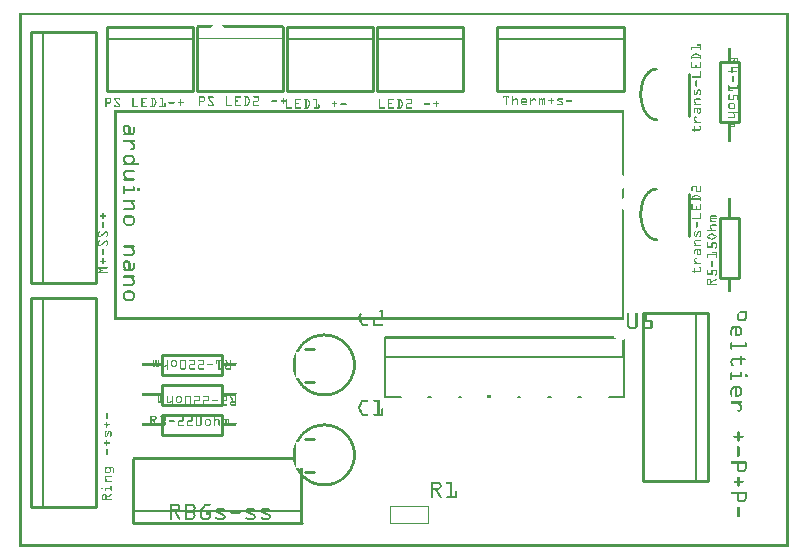
<source format=gto>
G04 MADE WITH FRITZING*
G04 WWW.FRITZING.ORG*
G04 DOUBLE SIDED*
G04 HOLES PLATED*
G04 CONTOUR ON CENTER OF CONTOUR VECTOR*
%ASAXBY*%
%FSLAX23Y23*%
%MOIN*%
%OFA0B0*%
%SFA1.0B1.0*%
%ADD10C,0.008000*%
%ADD11C,0.010000*%
%ADD12C,0.005000*%
%ADD13C,0.011000*%
%ADD14R,0.001000X0.001000*%
%LNSILK1*%
G90*
G70*
G54D10*
X1219Y500D02*
X1219Y634D01*
D02*
X1219Y634D02*
X1219Y697D01*
D02*
X2014Y634D02*
X2014Y500D01*
D02*
X1219Y634D02*
X2014Y634D01*
D02*
X1220Y500D02*
X1271Y500D01*
D02*
X1363Y500D02*
X1371Y500D01*
D02*
X1464Y500D02*
X1472Y500D01*
D02*
X1663Y500D02*
X1670Y500D01*
D02*
X1763Y500D02*
X1771Y500D01*
D02*
X1863Y500D02*
X1871Y500D01*
D02*
X2015Y500D02*
X1964Y500D01*
G54D11*
D02*
X255Y881D02*
X255Y1717D01*
D02*
X255Y1717D02*
X39Y1717D01*
D02*
X39Y1717D02*
X39Y881D01*
D02*
X39Y881D02*
X255Y881D01*
G54D12*
D02*
X79Y1717D02*
X79Y881D01*
G54D11*
D02*
X255Y132D02*
X255Y831D01*
D02*
X255Y831D02*
X39Y831D01*
D02*
X39Y831D02*
X39Y132D01*
D02*
X39Y132D02*
X255Y132D01*
G54D12*
D02*
X79Y831D02*
X79Y132D01*
G54D11*
D02*
X293Y1518D02*
X579Y1518D01*
D02*
X579Y1518D02*
X579Y1734D01*
D02*
X579Y1734D02*
X293Y1734D01*
D02*
X293Y1734D02*
X293Y1518D01*
G54D12*
D02*
X579Y1694D02*
X293Y1694D01*
G54D11*
D02*
X893Y1518D02*
X1179Y1518D01*
D02*
X1179Y1518D02*
X1179Y1734D01*
D02*
X1179Y1734D02*
X893Y1734D01*
D02*
X893Y1734D02*
X893Y1518D01*
G54D12*
D02*
X1179Y1694D02*
X893Y1694D01*
G54D11*
D02*
X1593Y1518D02*
X2016Y1518D01*
D02*
X2016Y1518D02*
X2016Y1734D01*
D02*
X2016Y1734D02*
X1593Y1734D01*
D02*
X1593Y1734D02*
X1593Y1518D01*
G54D12*
D02*
X2016Y1694D02*
X1593Y1694D01*
G54D11*
D02*
X380Y294D02*
X380Y78D01*
D02*
X380Y78D02*
X941Y78D01*
G54D12*
D02*
X380Y118D02*
X941Y118D01*
G54D11*
D02*
X2079Y780D02*
X2079Y218D01*
D02*
X2079Y218D02*
X2295Y218D01*
D02*
X2295Y218D02*
X2295Y780D01*
D02*
X2295Y780D02*
X2079Y780D01*
G54D12*
D02*
X2255Y218D02*
X2255Y780D01*
G54D11*
D02*
X1193Y1518D02*
X1479Y1518D01*
D02*
X1479Y1518D02*
X1479Y1734D01*
D02*
X1479Y1734D02*
X1193Y1734D01*
D02*
X1193Y1734D02*
X1193Y1518D01*
G54D12*
D02*
X1479Y1694D02*
X1193Y1694D01*
G54D11*
D02*
X593Y1518D02*
X879Y1518D01*
D02*
X879Y1518D02*
X879Y1734D01*
D02*
X593Y1734D02*
X593Y1518D01*
D02*
X476Y439D02*
X676Y439D01*
D02*
X676Y439D02*
X676Y373D01*
D02*
X676Y373D02*
X476Y373D01*
D02*
X476Y373D02*
X476Y439D01*
D02*
X476Y539D02*
X676Y539D01*
D02*
X676Y539D02*
X676Y473D01*
D02*
X676Y473D02*
X476Y473D01*
D02*
X476Y473D02*
X476Y539D01*
D02*
X476Y639D02*
X676Y639D01*
D02*
X676Y639D02*
X676Y573D01*
D02*
X676Y573D02*
X476Y573D01*
D02*
X476Y573D02*
X476Y639D01*
D02*
X2334Y1415D02*
X2334Y1615D01*
D02*
X2334Y1615D02*
X2400Y1615D01*
D02*
X2400Y1615D02*
X2400Y1415D01*
D02*
X2400Y1415D02*
X2334Y1415D01*
D02*
X2400Y1096D02*
X2400Y896D01*
D02*
X2400Y896D02*
X2334Y896D01*
D02*
X2334Y896D02*
X2334Y1096D01*
D02*
X2334Y1096D02*
X2400Y1096D01*
D02*
X2231Y1576D02*
X2231Y1436D01*
D02*
X2231Y1176D02*
X2231Y1036D01*
G54D13*
X951Y661D02*
X981Y661D01*
D02*
X951Y551D02*
X981Y551D01*
D02*
X951Y361D02*
X981Y361D01*
D02*
X951Y251D02*
X981Y251D01*
D02*
G54D14*
X0Y1779D02*
X2564Y1779D01*
X0Y1778D02*
X2564Y1778D01*
X0Y1777D02*
X2564Y1777D01*
X0Y1776D02*
X2564Y1776D01*
X0Y1775D02*
X2564Y1775D01*
X0Y1774D02*
X2564Y1774D01*
X0Y1773D02*
X2564Y1773D01*
X0Y1772D02*
X2564Y1772D01*
X0Y1771D02*
X7Y1771D01*
X2557Y1771D02*
X2564Y1771D01*
X0Y1770D02*
X7Y1770D01*
X2557Y1770D02*
X2564Y1770D01*
X0Y1769D02*
X7Y1769D01*
X2557Y1769D02*
X2564Y1769D01*
X0Y1768D02*
X7Y1768D01*
X2557Y1768D02*
X2564Y1768D01*
X0Y1767D02*
X7Y1767D01*
X2557Y1767D02*
X2564Y1767D01*
X0Y1766D02*
X7Y1766D01*
X2557Y1766D02*
X2564Y1766D01*
X0Y1765D02*
X7Y1765D01*
X2557Y1765D02*
X2564Y1765D01*
X0Y1764D02*
X7Y1764D01*
X2557Y1764D02*
X2564Y1764D01*
X0Y1763D02*
X7Y1763D01*
X2557Y1763D02*
X2564Y1763D01*
X0Y1762D02*
X7Y1762D01*
X2557Y1762D02*
X2564Y1762D01*
X0Y1761D02*
X7Y1761D01*
X2557Y1761D02*
X2564Y1761D01*
X0Y1760D02*
X7Y1760D01*
X2557Y1760D02*
X2564Y1760D01*
X0Y1759D02*
X7Y1759D01*
X2557Y1759D02*
X2564Y1759D01*
X0Y1758D02*
X7Y1758D01*
X2557Y1758D02*
X2564Y1758D01*
X0Y1757D02*
X7Y1757D01*
X2557Y1757D02*
X2564Y1757D01*
X0Y1756D02*
X7Y1756D01*
X2557Y1756D02*
X2564Y1756D01*
X0Y1755D02*
X7Y1755D01*
X2557Y1755D02*
X2564Y1755D01*
X0Y1754D02*
X7Y1754D01*
X2557Y1754D02*
X2564Y1754D01*
X0Y1753D02*
X7Y1753D01*
X2557Y1753D02*
X2564Y1753D01*
X0Y1752D02*
X7Y1752D01*
X2557Y1752D02*
X2564Y1752D01*
X0Y1751D02*
X7Y1751D01*
X2557Y1751D02*
X2564Y1751D01*
X0Y1750D02*
X7Y1750D01*
X2557Y1750D02*
X2564Y1750D01*
X0Y1749D02*
X7Y1749D01*
X2557Y1749D02*
X2564Y1749D01*
X0Y1748D02*
X7Y1748D01*
X2557Y1748D02*
X2564Y1748D01*
X0Y1747D02*
X7Y1747D01*
X2557Y1747D02*
X2564Y1747D01*
X0Y1746D02*
X7Y1746D01*
X2557Y1746D02*
X2564Y1746D01*
X0Y1745D02*
X7Y1745D01*
X2557Y1745D02*
X2564Y1745D01*
X0Y1744D02*
X7Y1744D01*
X2557Y1744D02*
X2564Y1744D01*
X0Y1743D02*
X7Y1743D01*
X2557Y1743D02*
X2564Y1743D01*
X0Y1742D02*
X7Y1742D01*
X2557Y1742D02*
X2564Y1742D01*
X0Y1741D02*
X7Y1741D01*
X2557Y1741D02*
X2564Y1741D01*
X0Y1740D02*
X7Y1740D01*
X2557Y1740D02*
X2564Y1740D01*
X0Y1739D02*
X7Y1739D01*
X2557Y1739D02*
X2564Y1739D01*
X0Y1738D02*
X7Y1738D01*
X593Y1738D02*
X644Y1738D01*
X675Y1738D02*
X878Y1738D01*
X2557Y1738D02*
X2564Y1738D01*
X0Y1737D02*
X7Y1737D01*
X593Y1737D02*
X643Y1737D01*
X676Y1737D02*
X878Y1737D01*
X2557Y1737D02*
X2564Y1737D01*
X0Y1736D02*
X7Y1736D01*
X593Y1736D02*
X642Y1736D01*
X677Y1736D02*
X878Y1736D01*
X2557Y1736D02*
X2564Y1736D01*
X0Y1735D02*
X7Y1735D01*
X593Y1735D02*
X641Y1735D01*
X678Y1735D02*
X878Y1735D01*
X2557Y1735D02*
X2564Y1735D01*
X0Y1734D02*
X7Y1734D01*
X593Y1734D02*
X640Y1734D01*
X679Y1734D02*
X878Y1734D01*
X2557Y1734D02*
X2564Y1734D01*
X0Y1733D02*
X7Y1733D01*
X593Y1733D02*
X639Y1733D01*
X680Y1733D02*
X878Y1733D01*
X2557Y1733D02*
X2564Y1733D01*
X0Y1732D02*
X7Y1732D01*
X593Y1732D02*
X639Y1732D01*
X680Y1732D02*
X878Y1732D01*
X2557Y1732D02*
X2564Y1732D01*
X0Y1731D02*
X7Y1731D01*
X593Y1731D02*
X638Y1731D01*
X681Y1731D02*
X878Y1731D01*
X2557Y1731D02*
X2564Y1731D01*
X0Y1730D02*
X7Y1730D01*
X593Y1730D02*
X637Y1730D01*
X682Y1730D02*
X878Y1730D01*
X2557Y1730D02*
X2564Y1730D01*
X0Y1729D02*
X7Y1729D01*
X593Y1729D02*
X637Y1729D01*
X682Y1729D02*
X877Y1729D01*
X2557Y1729D02*
X2564Y1729D01*
X0Y1728D02*
X7Y1728D01*
X2557Y1728D02*
X2564Y1728D01*
X0Y1727D02*
X7Y1727D01*
X2557Y1727D02*
X2564Y1727D01*
X0Y1726D02*
X7Y1726D01*
X2557Y1726D02*
X2564Y1726D01*
X0Y1725D02*
X7Y1725D01*
X2557Y1725D02*
X2564Y1725D01*
X0Y1724D02*
X7Y1724D01*
X2557Y1724D02*
X2564Y1724D01*
X0Y1723D02*
X7Y1723D01*
X2557Y1723D02*
X2564Y1723D01*
X0Y1722D02*
X7Y1722D01*
X2557Y1722D02*
X2564Y1722D01*
X0Y1721D02*
X7Y1721D01*
X2557Y1721D02*
X2564Y1721D01*
X0Y1720D02*
X7Y1720D01*
X2557Y1720D02*
X2564Y1720D01*
X0Y1719D02*
X7Y1719D01*
X2557Y1719D02*
X2564Y1719D01*
X0Y1718D02*
X7Y1718D01*
X2557Y1718D02*
X2564Y1718D01*
X0Y1717D02*
X7Y1717D01*
X2557Y1717D02*
X2564Y1717D01*
X0Y1716D02*
X7Y1716D01*
X2557Y1716D02*
X2564Y1716D01*
X0Y1715D02*
X7Y1715D01*
X2557Y1715D02*
X2564Y1715D01*
X0Y1714D02*
X7Y1714D01*
X2557Y1714D02*
X2564Y1714D01*
X0Y1713D02*
X7Y1713D01*
X2557Y1713D02*
X2564Y1713D01*
X0Y1712D02*
X7Y1712D01*
X2557Y1712D02*
X2564Y1712D01*
X0Y1711D02*
X7Y1711D01*
X2557Y1711D02*
X2564Y1711D01*
X0Y1710D02*
X7Y1710D01*
X2557Y1710D02*
X2564Y1710D01*
X0Y1709D02*
X7Y1709D01*
X2557Y1709D02*
X2564Y1709D01*
X0Y1708D02*
X7Y1708D01*
X2557Y1708D02*
X2564Y1708D01*
X0Y1707D02*
X7Y1707D01*
X2557Y1707D02*
X2564Y1707D01*
X0Y1706D02*
X7Y1706D01*
X2557Y1706D02*
X2564Y1706D01*
X0Y1705D02*
X7Y1705D01*
X2557Y1705D02*
X2564Y1705D01*
X0Y1704D02*
X7Y1704D01*
X2557Y1704D02*
X2564Y1704D01*
X0Y1703D02*
X7Y1703D01*
X2557Y1703D02*
X2564Y1703D01*
X0Y1702D02*
X7Y1702D01*
X2557Y1702D02*
X2564Y1702D01*
X0Y1701D02*
X7Y1701D01*
X2557Y1701D02*
X2564Y1701D01*
X0Y1700D02*
X7Y1700D01*
X2557Y1700D02*
X2564Y1700D01*
X0Y1699D02*
X7Y1699D01*
X2557Y1699D02*
X2564Y1699D01*
X0Y1698D02*
X7Y1698D01*
X2557Y1698D02*
X2564Y1698D01*
X0Y1697D02*
X7Y1697D01*
X2557Y1697D02*
X2564Y1697D01*
X0Y1696D02*
X7Y1696D01*
X593Y1696D02*
X653Y1696D01*
X666Y1696D02*
X877Y1696D01*
X2557Y1696D02*
X2564Y1696D01*
X0Y1695D02*
X7Y1695D01*
X593Y1695D02*
X657Y1695D01*
X662Y1695D02*
X878Y1695D01*
X2557Y1695D02*
X2564Y1695D01*
X0Y1694D02*
X7Y1694D01*
X593Y1694D02*
X878Y1694D01*
X2557Y1694D02*
X2564Y1694D01*
X0Y1693D02*
X7Y1693D01*
X593Y1693D02*
X878Y1693D01*
X2557Y1693D02*
X2564Y1693D01*
X0Y1692D02*
X7Y1692D01*
X593Y1692D02*
X878Y1692D01*
X2557Y1692D02*
X2564Y1692D01*
X0Y1691D02*
X7Y1691D01*
X2557Y1691D02*
X2564Y1691D01*
X0Y1690D02*
X7Y1690D01*
X2557Y1690D02*
X2564Y1690D01*
X0Y1689D02*
X7Y1689D01*
X2557Y1689D02*
X2564Y1689D01*
X0Y1688D02*
X7Y1688D01*
X2557Y1688D02*
X2564Y1688D01*
X0Y1687D02*
X7Y1687D01*
X2557Y1687D02*
X2564Y1687D01*
X0Y1686D02*
X7Y1686D01*
X2557Y1686D02*
X2564Y1686D01*
X0Y1685D02*
X7Y1685D01*
X2557Y1685D02*
X2564Y1685D01*
X0Y1684D02*
X7Y1684D01*
X2557Y1684D02*
X2564Y1684D01*
X0Y1683D02*
X7Y1683D01*
X2557Y1683D02*
X2564Y1683D01*
X0Y1682D02*
X7Y1682D01*
X2557Y1682D02*
X2564Y1682D01*
X0Y1681D02*
X7Y1681D01*
X2557Y1681D02*
X2564Y1681D01*
X0Y1680D02*
X7Y1680D01*
X2557Y1680D02*
X2564Y1680D01*
X0Y1679D02*
X7Y1679D01*
X2557Y1679D02*
X2564Y1679D01*
X0Y1678D02*
X7Y1678D01*
X2557Y1678D02*
X2564Y1678D01*
X0Y1677D02*
X7Y1677D01*
X2557Y1677D02*
X2564Y1677D01*
X0Y1676D02*
X7Y1676D01*
X2557Y1676D02*
X2564Y1676D01*
X0Y1675D02*
X7Y1675D01*
X2259Y1675D02*
X2269Y1675D01*
X2557Y1675D02*
X2564Y1675D01*
X0Y1674D02*
X7Y1674D01*
X2258Y1674D02*
X2271Y1674D01*
X2557Y1674D02*
X2564Y1674D01*
X0Y1673D02*
X7Y1673D01*
X2258Y1673D02*
X2271Y1673D01*
X2557Y1673D02*
X2564Y1673D01*
X0Y1672D02*
X7Y1672D01*
X2258Y1672D02*
X2271Y1672D01*
X2557Y1672D02*
X2564Y1672D01*
X0Y1671D02*
X7Y1671D01*
X2259Y1671D02*
X2271Y1671D01*
X2557Y1671D02*
X2564Y1671D01*
X0Y1670D02*
X7Y1670D01*
X2268Y1670D02*
X2271Y1670D01*
X2557Y1670D02*
X2564Y1670D01*
X0Y1669D02*
X7Y1669D01*
X2268Y1669D02*
X2271Y1669D01*
X2557Y1669D02*
X2564Y1669D01*
X0Y1668D02*
X7Y1668D01*
X2268Y1668D02*
X2271Y1668D01*
X2557Y1668D02*
X2564Y1668D01*
X0Y1667D02*
X7Y1667D01*
X2268Y1667D02*
X2271Y1667D01*
X2557Y1667D02*
X2564Y1667D01*
X0Y1666D02*
X7Y1666D01*
X2240Y1666D02*
X2271Y1666D01*
X2557Y1666D02*
X2564Y1666D01*
X0Y1665D02*
X7Y1665D01*
X2240Y1665D02*
X2271Y1665D01*
X2557Y1665D02*
X2564Y1665D01*
X0Y1664D02*
X7Y1664D01*
X2240Y1664D02*
X2271Y1664D01*
X2557Y1664D02*
X2564Y1664D01*
X0Y1663D02*
X7Y1663D01*
X2240Y1663D02*
X2271Y1663D01*
X2362Y1663D02*
X2371Y1663D01*
X2557Y1663D02*
X2564Y1663D01*
X0Y1662D02*
X7Y1662D01*
X2240Y1662D02*
X2243Y1662D01*
X2268Y1662D02*
X2271Y1662D01*
X2362Y1662D02*
X2371Y1662D01*
X2557Y1662D02*
X2564Y1662D01*
X0Y1661D02*
X7Y1661D01*
X2240Y1661D02*
X2243Y1661D01*
X2268Y1661D02*
X2271Y1661D01*
X2362Y1661D02*
X2371Y1661D01*
X2557Y1661D02*
X2564Y1661D01*
X0Y1660D02*
X7Y1660D01*
X2240Y1660D02*
X2243Y1660D01*
X2268Y1660D02*
X2271Y1660D01*
X2362Y1660D02*
X2371Y1660D01*
X2557Y1660D02*
X2564Y1660D01*
X0Y1659D02*
X7Y1659D01*
X2240Y1659D02*
X2243Y1659D01*
X2268Y1659D02*
X2271Y1659D01*
X2362Y1659D02*
X2371Y1659D01*
X2557Y1659D02*
X2564Y1659D01*
X0Y1658D02*
X7Y1658D01*
X2240Y1658D02*
X2243Y1658D01*
X2268Y1658D02*
X2271Y1658D01*
X2362Y1658D02*
X2371Y1658D01*
X2557Y1658D02*
X2564Y1658D01*
X0Y1657D02*
X7Y1657D01*
X2240Y1657D02*
X2243Y1657D01*
X2268Y1657D02*
X2271Y1657D01*
X2362Y1657D02*
X2371Y1657D01*
X2557Y1657D02*
X2564Y1657D01*
X0Y1656D02*
X7Y1656D01*
X2240Y1656D02*
X2243Y1656D01*
X2268Y1656D02*
X2271Y1656D01*
X2362Y1656D02*
X2371Y1656D01*
X2557Y1656D02*
X2564Y1656D01*
X0Y1655D02*
X7Y1655D01*
X2240Y1655D02*
X2242Y1655D01*
X2269Y1655D02*
X2271Y1655D01*
X2362Y1655D02*
X2371Y1655D01*
X2557Y1655D02*
X2564Y1655D01*
X0Y1654D02*
X7Y1654D01*
X2362Y1654D02*
X2371Y1654D01*
X2557Y1654D02*
X2564Y1654D01*
X0Y1653D02*
X7Y1653D01*
X2362Y1653D02*
X2371Y1653D01*
X2557Y1653D02*
X2564Y1653D01*
X0Y1652D02*
X7Y1652D01*
X2362Y1652D02*
X2371Y1652D01*
X2557Y1652D02*
X2564Y1652D01*
X0Y1651D02*
X7Y1651D01*
X2362Y1651D02*
X2371Y1651D01*
X2557Y1651D02*
X2564Y1651D01*
X0Y1650D02*
X7Y1650D01*
X2362Y1650D02*
X2371Y1650D01*
X2557Y1650D02*
X2564Y1650D01*
X0Y1649D02*
X7Y1649D01*
X2362Y1649D02*
X2371Y1649D01*
X2557Y1649D02*
X2564Y1649D01*
X0Y1648D02*
X7Y1648D01*
X2362Y1648D02*
X2371Y1648D01*
X2557Y1648D02*
X2564Y1648D01*
X0Y1647D02*
X7Y1647D01*
X2362Y1647D02*
X2371Y1647D01*
X2557Y1647D02*
X2564Y1647D01*
X0Y1646D02*
X7Y1646D01*
X2362Y1646D02*
X2371Y1646D01*
X2557Y1646D02*
X2564Y1646D01*
X0Y1645D02*
X7Y1645D01*
X2362Y1645D02*
X2371Y1645D01*
X2557Y1645D02*
X2564Y1645D01*
X0Y1644D02*
X7Y1644D01*
X2252Y1644D02*
X2259Y1644D01*
X2362Y1644D02*
X2371Y1644D01*
X2557Y1644D02*
X2564Y1644D01*
X0Y1643D02*
X7Y1643D01*
X2250Y1643D02*
X2261Y1643D01*
X2362Y1643D02*
X2371Y1643D01*
X2557Y1643D02*
X2564Y1643D01*
X0Y1642D02*
X7Y1642D01*
X2248Y1642D02*
X2263Y1642D01*
X2362Y1642D02*
X2371Y1642D01*
X2557Y1642D02*
X2564Y1642D01*
X0Y1641D02*
X7Y1641D01*
X2246Y1641D02*
X2265Y1641D01*
X2362Y1641D02*
X2371Y1641D01*
X2557Y1641D02*
X2564Y1641D01*
X0Y1640D02*
X7Y1640D01*
X2244Y1640D02*
X2252Y1640D01*
X2259Y1640D02*
X2267Y1640D01*
X2362Y1640D02*
X2371Y1640D01*
X2557Y1640D02*
X2564Y1640D01*
X0Y1639D02*
X7Y1639D01*
X2242Y1639D02*
X2250Y1639D01*
X2261Y1639D02*
X2269Y1639D01*
X2362Y1639D02*
X2371Y1639D01*
X2557Y1639D02*
X2564Y1639D01*
X0Y1638D02*
X7Y1638D01*
X2241Y1638D02*
X2248Y1638D01*
X2263Y1638D02*
X2270Y1638D01*
X2362Y1638D02*
X2371Y1638D01*
X2557Y1638D02*
X2564Y1638D01*
X0Y1637D02*
X7Y1637D01*
X2241Y1637D02*
X2247Y1637D01*
X2265Y1637D02*
X2271Y1637D01*
X2362Y1637D02*
X2371Y1637D01*
X2557Y1637D02*
X2564Y1637D01*
X0Y1636D02*
X7Y1636D01*
X2240Y1636D02*
X2245Y1636D01*
X2267Y1636D02*
X2271Y1636D01*
X2362Y1636D02*
X2371Y1636D01*
X2557Y1636D02*
X2564Y1636D01*
X0Y1635D02*
X7Y1635D01*
X2240Y1635D02*
X2243Y1635D01*
X2268Y1635D02*
X2271Y1635D01*
X2362Y1635D02*
X2371Y1635D01*
X2557Y1635D02*
X2564Y1635D01*
X0Y1634D02*
X7Y1634D01*
X2240Y1634D02*
X2243Y1634D01*
X2268Y1634D02*
X2271Y1634D01*
X2362Y1634D02*
X2371Y1634D01*
X2557Y1634D02*
X2564Y1634D01*
X0Y1633D02*
X7Y1633D01*
X2240Y1633D02*
X2243Y1633D01*
X2268Y1633D02*
X2271Y1633D01*
X2362Y1633D02*
X2371Y1633D01*
X2557Y1633D02*
X2564Y1633D01*
X0Y1632D02*
X7Y1632D01*
X2240Y1632D02*
X2271Y1632D01*
X2362Y1632D02*
X2371Y1632D01*
X2557Y1632D02*
X2564Y1632D01*
X0Y1631D02*
X7Y1631D01*
X2240Y1631D02*
X2271Y1631D01*
X2362Y1631D02*
X2371Y1631D01*
X2557Y1631D02*
X2564Y1631D01*
X0Y1630D02*
X7Y1630D01*
X2240Y1630D02*
X2271Y1630D01*
X2362Y1630D02*
X2371Y1630D01*
X2557Y1630D02*
X2564Y1630D01*
X0Y1629D02*
X7Y1629D01*
X2240Y1629D02*
X2271Y1629D01*
X2362Y1629D02*
X2395Y1629D01*
X2557Y1629D02*
X2564Y1629D01*
X0Y1628D02*
X7Y1628D01*
X2240Y1628D02*
X2243Y1628D01*
X2268Y1628D02*
X2271Y1628D01*
X2362Y1628D02*
X2395Y1628D01*
X2557Y1628D02*
X2564Y1628D01*
X0Y1627D02*
X7Y1627D01*
X2240Y1627D02*
X2243Y1627D01*
X2268Y1627D02*
X2271Y1627D01*
X2362Y1627D02*
X2395Y1627D01*
X2557Y1627D02*
X2564Y1627D01*
X0Y1626D02*
X7Y1626D01*
X2240Y1626D02*
X2243Y1626D01*
X2268Y1626D02*
X2271Y1626D01*
X2362Y1626D02*
X2395Y1626D01*
X2557Y1626D02*
X2564Y1626D01*
X0Y1625D02*
X7Y1625D01*
X2240Y1625D02*
X2243Y1625D01*
X2269Y1625D02*
X2271Y1625D01*
X2362Y1625D02*
X2371Y1625D01*
X2381Y1625D02*
X2384Y1625D01*
X2392Y1625D02*
X2395Y1625D01*
X2557Y1625D02*
X2564Y1625D01*
X0Y1624D02*
X7Y1624D01*
X2362Y1624D02*
X2371Y1624D01*
X2381Y1624D02*
X2384Y1624D01*
X2392Y1624D02*
X2395Y1624D01*
X2557Y1624D02*
X2564Y1624D01*
X0Y1623D02*
X7Y1623D01*
X2362Y1623D02*
X2371Y1623D01*
X2381Y1623D02*
X2384Y1623D01*
X2392Y1623D02*
X2395Y1623D01*
X2557Y1623D02*
X2564Y1623D01*
X0Y1622D02*
X7Y1622D01*
X2362Y1622D02*
X2371Y1622D01*
X2380Y1622D02*
X2384Y1622D01*
X2392Y1622D02*
X2395Y1622D01*
X2557Y1622D02*
X2564Y1622D01*
X0Y1621D02*
X7Y1621D01*
X2362Y1621D02*
X2371Y1621D01*
X2378Y1621D02*
X2384Y1621D01*
X2392Y1621D02*
X2395Y1621D01*
X2557Y1621D02*
X2564Y1621D01*
X0Y1620D02*
X7Y1620D01*
X2362Y1620D02*
X2371Y1620D01*
X2376Y1620D02*
X2384Y1620D01*
X2392Y1620D02*
X2395Y1620D01*
X2557Y1620D02*
X2564Y1620D01*
X0Y1619D02*
X7Y1619D01*
X2362Y1619D02*
X2371Y1619D01*
X2375Y1619D02*
X2384Y1619D01*
X2392Y1619D02*
X2395Y1619D01*
X2557Y1619D02*
X2564Y1619D01*
X0Y1618D02*
X7Y1618D01*
X2362Y1618D02*
X2371Y1618D01*
X2373Y1618D02*
X2384Y1618D01*
X2392Y1618D02*
X2395Y1618D01*
X2557Y1618D02*
X2564Y1618D01*
X0Y1617D02*
X7Y1617D01*
X2362Y1617D02*
X2379Y1617D01*
X2381Y1617D02*
X2384Y1617D01*
X2392Y1617D02*
X2395Y1617D01*
X2557Y1617D02*
X2564Y1617D01*
X0Y1616D02*
X7Y1616D01*
X2362Y1616D02*
X2377Y1616D01*
X2381Y1616D02*
X2384Y1616D01*
X2392Y1616D02*
X2395Y1616D01*
X2557Y1616D02*
X2564Y1616D01*
X0Y1615D02*
X7Y1615D01*
X2368Y1615D02*
X2375Y1615D01*
X2381Y1615D02*
X2384Y1615D01*
X2392Y1615D02*
X2395Y1615D01*
X2557Y1615D02*
X2564Y1615D01*
X0Y1614D02*
X7Y1614D01*
X2240Y1614D02*
X2243Y1614D01*
X2269Y1614D02*
X2271Y1614D01*
X2366Y1614D02*
X2374Y1614D01*
X2381Y1614D02*
X2385Y1614D01*
X2391Y1614D02*
X2395Y1614D01*
X2557Y1614D02*
X2564Y1614D01*
X0Y1613D02*
X7Y1613D01*
X2240Y1613D02*
X2243Y1613D01*
X2268Y1613D02*
X2271Y1613D01*
X2364Y1613D02*
X2372Y1613D01*
X2382Y1613D02*
X2394Y1613D01*
X2557Y1613D02*
X2564Y1613D01*
X0Y1612D02*
X7Y1612D01*
X2240Y1612D02*
X2243Y1612D01*
X2268Y1612D02*
X2271Y1612D01*
X2364Y1612D02*
X2370Y1612D01*
X2382Y1612D02*
X2394Y1612D01*
X2557Y1612D02*
X2564Y1612D01*
X0Y1611D02*
X7Y1611D01*
X2240Y1611D02*
X2243Y1611D01*
X2268Y1611D02*
X2271Y1611D01*
X2363Y1611D02*
X2368Y1611D01*
X2383Y1611D02*
X2393Y1611D01*
X2557Y1611D02*
X2564Y1611D01*
X0Y1610D02*
X7Y1610D01*
X2240Y1610D02*
X2243Y1610D01*
X2268Y1610D02*
X2271Y1610D01*
X2364Y1610D02*
X2367Y1610D01*
X2384Y1610D02*
X2392Y1610D01*
X2557Y1610D02*
X2564Y1610D01*
X0Y1609D02*
X7Y1609D01*
X2240Y1609D02*
X2243Y1609D01*
X2268Y1609D02*
X2271Y1609D01*
X2557Y1609D02*
X2564Y1609D01*
X0Y1608D02*
X7Y1608D01*
X2240Y1608D02*
X2243Y1608D01*
X2268Y1608D02*
X2271Y1608D01*
X2557Y1608D02*
X2564Y1608D01*
X0Y1607D02*
X7Y1607D01*
X2240Y1607D02*
X2243Y1607D01*
X2268Y1607D02*
X2271Y1607D01*
X2557Y1607D02*
X2564Y1607D01*
X0Y1606D02*
X7Y1606D01*
X2240Y1606D02*
X2243Y1606D01*
X2255Y1606D02*
X2256Y1606D01*
X2268Y1606D02*
X2271Y1606D01*
X2557Y1606D02*
X2564Y1606D01*
X0Y1605D02*
X7Y1605D01*
X2240Y1605D02*
X2243Y1605D01*
X2254Y1605D02*
X2257Y1605D01*
X2268Y1605D02*
X2271Y1605D01*
X2557Y1605D02*
X2564Y1605D01*
X0Y1604D02*
X7Y1604D01*
X2240Y1604D02*
X2243Y1604D01*
X2254Y1604D02*
X2257Y1604D01*
X2268Y1604D02*
X2271Y1604D01*
X2557Y1604D02*
X2564Y1604D01*
X0Y1603D02*
X7Y1603D01*
X2240Y1603D02*
X2243Y1603D01*
X2254Y1603D02*
X2257Y1603D01*
X2268Y1603D02*
X2271Y1603D01*
X2557Y1603D02*
X2564Y1603D01*
X0Y1602D02*
X7Y1602D01*
X2240Y1602D02*
X2243Y1602D01*
X2254Y1602D02*
X2257Y1602D01*
X2268Y1602D02*
X2271Y1602D01*
X2557Y1602D02*
X2564Y1602D01*
X0Y1601D02*
X7Y1601D01*
X2240Y1601D02*
X2243Y1601D01*
X2254Y1601D02*
X2257Y1601D01*
X2268Y1601D02*
X2271Y1601D01*
X2557Y1601D02*
X2564Y1601D01*
X0Y1600D02*
X7Y1600D01*
X2240Y1600D02*
X2243Y1600D01*
X2254Y1600D02*
X2257Y1600D01*
X2268Y1600D02*
X2271Y1600D01*
X2557Y1600D02*
X2564Y1600D01*
X0Y1599D02*
X7Y1599D01*
X2240Y1599D02*
X2243Y1599D01*
X2254Y1599D02*
X2257Y1599D01*
X2268Y1599D02*
X2271Y1599D01*
X2557Y1599D02*
X2564Y1599D01*
X0Y1598D02*
X7Y1598D01*
X2240Y1598D02*
X2271Y1598D01*
X2374Y1598D02*
X2394Y1598D01*
X2557Y1598D02*
X2564Y1598D01*
X0Y1597D02*
X7Y1597D01*
X2117Y1597D02*
X2125Y1597D01*
X2240Y1597D02*
X2271Y1597D01*
X2374Y1597D02*
X2395Y1597D01*
X2557Y1597D02*
X2564Y1597D01*
X0Y1596D02*
X7Y1596D01*
X2113Y1596D02*
X2125Y1596D01*
X2240Y1596D02*
X2271Y1596D01*
X2374Y1596D02*
X2395Y1596D01*
X2557Y1596D02*
X2564Y1596D01*
X0Y1595D02*
X7Y1595D01*
X2110Y1595D02*
X2125Y1595D01*
X2240Y1595D02*
X2271Y1595D01*
X2374Y1595D02*
X2394Y1595D01*
X2557Y1595D02*
X2564Y1595D01*
X0Y1594D02*
X7Y1594D01*
X2108Y1594D02*
X2125Y1594D01*
X2374Y1594D02*
X2377Y1594D01*
X2557Y1594D02*
X2564Y1594D01*
X0Y1593D02*
X7Y1593D01*
X2106Y1593D02*
X2126Y1593D01*
X2374Y1593D02*
X2377Y1593D01*
X2557Y1593D02*
X2564Y1593D01*
X0Y1592D02*
X7Y1592D01*
X2104Y1592D02*
X2126Y1592D01*
X2374Y1592D02*
X2377Y1592D01*
X2557Y1592D02*
X2564Y1592D01*
X0Y1591D02*
X7Y1591D01*
X2103Y1591D02*
X2127Y1591D01*
X2374Y1591D02*
X2377Y1591D01*
X2557Y1591D02*
X2564Y1591D01*
X0Y1590D02*
X7Y1590D01*
X2101Y1590D02*
X2127Y1590D01*
X2374Y1590D02*
X2377Y1590D01*
X2557Y1590D02*
X2564Y1590D01*
X0Y1589D02*
X7Y1589D01*
X2100Y1589D02*
X2126Y1589D01*
X2374Y1589D02*
X2377Y1589D01*
X2557Y1589D02*
X2564Y1589D01*
X0Y1588D02*
X7Y1588D01*
X2099Y1588D02*
X2123Y1588D01*
X2374Y1588D02*
X2377Y1588D01*
X2557Y1588D02*
X2564Y1588D01*
X0Y1587D02*
X7Y1587D01*
X2097Y1587D02*
X2117Y1587D01*
X2374Y1587D02*
X2377Y1587D01*
X2557Y1587D02*
X2564Y1587D01*
X0Y1586D02*
X7Y1586D01*
X2096Y1586D02*
X2113Y1586D01*
X2365Y1586D02*
X2390Y1586D01*
X2557Y1586D02*
X2564Y1586D01*
X0Y1585D02*
X7Y1585D01*
X2095Y1585D02*
X2111Y1585D01*
X2364Y1585D02*
X2391Y1585D01*
X2557Y1585D02*
X2564Y1585D01*
X0Y1584D02*
X7Y1584D01*
X2094Y1584D02*
X2109Y1584D01*
X2269Y1584D02*
X2271Y1584D01*
X2363Y1584D02*
X2391Y1584D01*
X2557Y1584D02*
X2564Y1584D01*
X0Y1583D02*
X7Y1583D01*
X2093Y1583D02*
X2107Y1583D01*
X2268Y1583D02*
X2271Y1583D01*
X2364Y1583D02*
X2391Y1583D01*
X2557Y1583D02*
X2564Y1583D01*
X0Y1582D02*
X7Y1582D01*
X2092Y1582D02*
X2105Y1582D01*
X2268Y1582D02*
X2271Y1582D01*
X2374Y1582D02*
X2378Y1582D01*
X2557Y1582D02*
X2564Y1582D01*
X0Y1581D02*
X7Y1581D01*
X2091Y1581D02*
X2104Y1581D01*
X2268Y1581D02*
X2271Y1581D01*
X2374Y1581D02*
X2377Y1581D01*
X2557Y1581D02*
X2564Y1581D01*
X0Y1580D02*
X7Y1580D01*
X2091Y1580D02*
X2103Y1580D01*
X2268Y1580D02*
X2271Y1580D01*
X2557Y1580D02*
X2564Y1580D01*
X0Y1579D02*
X7Y1579D01*
X2090Y1579D02*
X2102Y1579D01*
X2268Y1579D02*
X2271Y1579D01*
X2557Y1579D02*
X2564Y1579D01*
X0Y1578D02*
X7Y1578D01*
X2089Y1578D02*
X2100Y1578D01*
X2268Y1578D02*
X2271Y1578D01*
X2557Y1578D02*
X2564Y1578D01*
X0Y1577D02*
X7Y1577D01*
X2088Y1577D02*
X2099Y1577D01*
X2268Y1577D02*
X2271Y1577D01*
X2557Y1577D02*
X2564Y1577D01*
X0Y1576D02*
X7Y1576D01*
X2087Y1576D02*
X2098Y1576D01*
X2268Y1576D02*
X2271Y1576D01*
X2557Y1576D02*
X2564Y1576D01*
X0Y1575D02*
X7Y1575D01*
X2087Y1575D02*
X2097Y1575D01*
X2268Y1575D02*
X2271Y1575D01*
X2557Y1575D02*
X2564Y1575D01*
X0Y1574D02*
X7Y1574D01*
X2086Y1574D02*
X2097Y1574D01*
X2268Y1574D02*
X2271Y1574D01*
X2557Y1574D02*
X2564Y1574D01*
X0Y1573D02*
X7Y1573D01*
X2085Y1573D02*
X2096Y1573D01*
X2268Y1573D02*
X2271Y1573D01*
X2557Y1573D02*
X2564Y1573D01*
X0Y1572D02*
X7Y1572D01*
X2085Y1572D02*
X2095Y1572D01*
X2268Y1572D02*
X2271Y1572D01*
X2557Y1572D02*
X2564Y1572D01*
X0Y1571D02*
X7Y1571D01*
X2084Y1571D02*
X2094Y1571D01*
X2268Y1571D02*
X2271Y1571D01*
X2557Y1571D02*
X2564Y1571D01*
X0Y1570D02*
X7Y1570D01*
X2083Y1570D02*
X2093Y1570D01*
X2268Y1570D02*
X2271Y1570D01*
X2557Y1570D02*
X2564Y1570D01*
X0Y1569D02*
X7Y1569D01*
X2083Y1569D02*
X2093Y1569D01*
X2268Y1569D02*
X2271Y1569D01*
X2377Y1569D02*
X2380Y1569D01*
X2557Y1569D02*
X2564Y1569D01*
X0Y1568D02*
X7Y1568D01*
X2082Y1568D02*
X2092Y1568D01*
X2241Y1568D02*
X2271Y1568D01*
X2376Y1568D02*
X2381Y1568D01*
X2557Y1568D02*
X2564Y1568D01*
X0Y1567D02*
X7Y1567D01*
X2082Y1567D02*
X2091Y1567D01*
X2240Y1567D02*
X2271Y1567D01*
X2376Y1567D02*
X2381Y1567D01*
X2557Y1567D02*
X2564Y1567D01*
X0Y1566D02*
X7Y1566D01*
X2081Y1566D02*
X2091Y1566D01*
X2240Y1566D02*
X2271Y1566D01*
X2376Y1566D02*
X2381Y1566D01*
X2557Y1566D02*
X2564Y1566D01*
X0Y1565D02*
X7Y1565D01*
X2080Y1565D02*
X2090Y1565D01*
X2240Y1565D02*
X2271Y1565D01*
X2376Y1565D02*
X2381Y1565D01*
X2557Y1565D02*
X2564Y1565D01*
X0Y1564D02*
X7Y1564D01*
X2080Y1564D02*
X2089Y1564D01*
X2242Y1564D02*
X2271Y1564D01*
X2376Y1564D02*
X2381Y1564D01*
X2557Y1564D02*
X2564Y1564D01*
X0Y1563D02*
X7Y1563D01*
X2079Y1563D02*
X2089Y1563D01*
X2376Y1563D02*
X2381Y1563D01*
X2557Y1563D02*
X2564Y1563D01*
X0Y1562D02*
X7Y1562D01*
X2079Y1562D02*
X2088Y1562D01*
X2376Y1562D02*
X2381Y1562D01*
X2557Y1562D02*
X2564Y1562D01*
X0Y1561D02*
X7Y1561D01*
X2078Y1561D02*
X2088Y1561D01*
X2376Y1561D02*
X2381Y1561D01*
X2557Y1561D02*
X2564Y1561D01*
X0Y1560D02*
X7Y1560D01*
X2078Y1560D02*
X2087Y1560D01*
X2376Y1560D02*
X2381Y1560D01*
X2557Y1560D02*
X2564Y1560D01*
X0Y1559D02*
X7Y1559D01*
X2077Y1559D02*
X2087Y1559D01*
X2376Y1559D02*
X2381Y1559D01*
X2557Y1559D02*
X2564Y1559D01*
X0Y1558D02*
X7Y1558D01*
X2077Y1558D02*
X2086Y1558D01*
X2376Y1558D02*
X2381Y1558D01*
X2557Y1558D02*
X2564Y1558D01*
X0Y1557D02*
X7Y1557D01*
X2077Y1557D02*
X2086Y1557D01*
X2376Y1557D02*
X2381Y1557D01*
X2557Y1557D02*
X2564Y1557D01*
X0Y1556D02*
X7Y1556D01*
X2076Y1556D02*
X2085Y1556D01*
X2376Y1556D02*
X2381Y1556D01*
X2557Y1556D02*
X2564Y1556D01*
X0Y1555D02*
X7Y1555D01*
X2076Y1555D02*
X2085Y1555D01*
X2376Y1555D02*
X2381Y1555D01*
X2557Y1555D02*
X2564Y1555D01*
X0Y1554D02*
X7Y1554D01*
X2075Y1554D02*
X2084Y1554D01*
X2255Y1554D02*
X2258Y1554D01*
X2376Y1554D02*
X2381Y1554D01*
X2557Y1554D02*
X2564Y1554D01*
X0Y1553D02*
X7Y1553D01*
X2075Y1553D02*
X2084Y1553D01*
X2254Y1553D02*
X2259Y1553D01*
X2376Y1553D02*
X2381Y1553D01*
X2557Y1553D02*
X2564Y1553D01*
X0Y1552D02*
X7Y1552D01*
X2075Y1552D02*
X2084Y1552D01*
X2254Y1552D02*
X2259Y1552D01*
X2376Y1552D02*
X2381Y1552D01*
X2557Y1552D02*
X2564Y1552D01*
X0Y1551D02*
X7Y1551D01*
X2074Y1551D02*
X2083Y1551D01*
X2254Y1551D02*
X2259Y1551D01*
X2376Y1551D02*
X2381Y1551D01*
X2557Y1551D02*
X2564Y1551D01*
X0Y1550D02*
X7Y1550D01*
X2074Y1550D02*
X2083Y1550D01*
X2254Y1550D02*
X2259Y1550D01*
X2376Y1550D02*
X2380Y1550D01*
X2557Y1550D02*
X2564Y1550D01*
X0Y1549D02*
X7Y1549D01*
X2074Y1549D02*
X2083Y1549D01*
X2254Y1549D02*
X2259Y1549D01*
X2377Y1549D02*
X2379Y1549D01*
X2557Y1549D02*
X2564Y1549D01*
X0Y1548D02*
X7Y1548D01*
X2073Y1548D02*
X2082Y1548D01*
X2254Y1548D02*
X2259Y1548D01*
X2557Y1548D02*
X2564Y1548D01*
X0Y1547D02*
X7Y1547D01*
X2073Y1547D02*
X2082Y1547D01*
X2254Y1547D02*
X2259Y1547D01*
X2557Y1547D02*
X2564Y1547D01*
X0Y1546D02*
X7Y1546D01*
X2073Y1546D02*
X2082Y1546D01*
X2254Y1546D02*
X2259Y1546D01*
X2557Y1546D02*
X2564Y1546D01*
X0Y1545D02*
X7Y1545D01*
X2072Y1545D02*
X2081Y1545D01*
X2254Y1545D02*
X2259Y1545D01*
X2557Y1545D02*
X2564Y1545D01*
X0Y1544D02*
X7Y1544D01*
X2072Y1544D02*
X2081Y1544D01*
X2254Y1544D02*
X2259Y1544D01*
X2557Y1544D02*
X2564Y1544D01*
X0Y1543D02*
X7Y1543D01*
X2072Y1543D02*
X2081Y1543D01*
X2254Y1543D02*
X2259Y1543D01*
X2557Y1543D02*
X2564Y1543D01*
X0Y1542D02*
X7Y1542D01*
X2071Y1542D02*
X2080Y1542D01*
X2254Y1542D02*
X2259Y1542D01*
X2557Y1542D02*
X2564Y1542D01*
X0Y1541D02*
X7Y1541D01*
X2071Y1541D02*
X2080Y1541D01*
X2254Y1541D02*
X2259Y1541D01*
X2557Y1541D02*
X2564Y1541D01*
X0Y1540D02*
X7Y1540D01*
X2071Y1540D02*
X2080Y1540D01*
X2254Y1540D02*
X2259Y1540D01*
X2557Y1540D02*
X2564Y1540D01*
X0Y1539D02*
X7Y1539D01*
X2071Y1539D02*
X2080Y1539D01*
X2254Y1539D02*
X2259Y1539D01*
X2364Y1539D02*
X2366Y1539D01*
X2393Y1539D02*
X2394Y1539D01*
X2557Y1539D02*
X2564Y1539D01*
X0Y1538D02*
X7Y1538D01*
X2070Y1538D02*
X2079Y1538D01*
X2254Y1538D02*
X2259Y1538D01*
X2364Y1538D02*
X2366Y1538D01*
X2392Y1538D02*
X2395Y1538D01*
X2557Y1538D02*
X2564Y1538D01*
X0Y1537D02*
X7Y1537D01*
X2070Y1537D02*
X2079Y1537D01*
X2254Y1537D02*
X2259Y1537D01*
X2363Y1537D02*
X2367Y1537D01*
X2392Y1537D02*
X2395Y1537D01*
X2557Y1537D02*
X2564Y1537D01*
X0Y1536D02*
X7Y1536D01*
X2070Y1536D02*
X2079Y1536D01*
X2254Y1536D02*
X2259Y1536D01*
X2363Y1536D02*
X2367Y1536D01*
X2392Y1536D02*
X2395Y1536D01*
X2557Y1536D02*
X2564Y1536D01*
X0Y1535D02*
X7Y1535D01*
X2070Y1535D02*
X2079Y1535D01*
X2254Y1535D02*
X2259Y1535D01*
X2363Y1535D02*
X2367Y1535D01*
X2392Y1535D02*
X2395Y1535D01*
X2557Y1535D02*
X2564Y1535D01*
X0Y1534D02*
X7Y1534D01*
X2070Y1534D02*
X2079Y1534D01*
X2255Y1534D02*
X2258Y1534D01*
X2363Y1534D02*
X2367Y1534D01*
X2392Y1534D02*
X2395Y1534D01*
X2557Y1534D02*
X2564Y1534D01*
X0Y1533D02*
X7Y1533D01*
X2069Y1533D02*
X2078Y1533D01*
X2363Y1533D02*
X2367Y1533D01*
X2392Y1533D02*
X2395Y1533D01*
X2557Y1533D02*
X2564Y1533D01*
X0Y1532D02*
X7Y1532D01*
X2069Y1532D02*
X2078Y1532D01*
X2363Y1532D02*
X2367Y1532D01*
X2392Y1532D02*
X2395Y1532D01*
X2557Y1532D02*
X2564Y1532D01*
X0Y1531D02*
X7Y1531D01*
X2069Y1531D02*
X2078Y1531D01*
X2363Y1531D02*
X2395Y1531D01*
X2557Y1531D02*
X2564Y1531D01*
X0Y1530D02*
X7Y1530D01*
X2069Y1530D02*
X2078Y1530D01*
X2363Y1530D02*
X2395Y1530D01*
X2557Y1530D02*
X2564Y1530D01*
X0Y1529D02*
X7Y1529D01*
X2069Y1529D02*
X2078Y1529D01*
X2363Y1529D02*
X2395Y1529D01*
X2557Y1529D02*
X2564Y1529D01*
X0Y1528D02*
X7Y1528D01*
X2069Y1528D02*
X2078Y1528D01*
X2363Y1528D02*
X2395Y1528D01*
X2557Y1528D02*
X2564Y1528D01*
X0Y1527D02*
X7Y1527D01*
X2068Y1527D02*
X2077Y1527D01*
X2363Y1527D02*
X2394Y1527D01*
X2557Y1527D02*
X2564Y1527D01*
X0Y1526D02*
X7Y1526D01*
X2068Y1526D02*
X2077Y1526D01*
X2363Y1526D02*
X2367Y1526D01*
X2557Y1526D02*
X2564Y1526D01*
X0Y1525D02*
X7Y1525D01*
X2068Y1525D02*
X2077Y1525D01*
X2363Y1525D02*
X2367Y1525D01*
X2557Y1525D02*
X2564Y1525D01*
X0Y1524D02*
X7Y1524D01*
X2068Y1524D02*
X2077Y1524D01*
X2264Y1524D02*
X2267Y1524D01*
X2363Y1524D02*
X2367Y1524D01*
X2557Y1524D02*
X2564Y1524D01*
X0Y1523D02*
X7Y1523D01*
X2068Y1523D02*
X2077Y1523D01*
X2251Y1523D02*
X2253Y1523D01*
X2262Y1523D02*
X2269Y1523D01*
X2363Y1523D02*
X2367Y1523D01*
X2557Y1523D02*
X2564Y1523D01*
X0Y1522D02*
X7Y1522D01*
X2068Y1522D02*
X2077Y1522D01*
X2250Y1522D02*
X2254Y1522D01*
X2261Y1522D02*
X2270Y1522D01*
X2363Y1522D02*
X2377Y1522D01*
X2557Y1522D02*
X2564Y1522D01*
X0Y1521D02*
X7Y1521D01*
X2068Y1521D02*
X2077Y1521D01*
X2249Y1521D02*
X2253Y1521D01*
X2260Y1521D02*
X2271Y1521D01*
X2363Y1521D02*
X2377Y1521D01*
X2557Y1521D02*
X2564Y1521D01*
X0Y1520D02*
X7Y1520D01*
X2068Y1520D02*
X2077Y1520D01*
X2249Y1520D02*
X2253Y1520D01*
X2260Y1520D02*
X2264Y1520D01*
X2267Y1520D02*
X2271Y1520D01*
X2364Y1520D02*
X2377Y1520D01*
X2557Y1520D02*
X2564Y1520D01*
X0Y1519D02*
X7Y1519D01*
X2068Y1519D02*
X2077Y1519D01*
X2249Y1519D02*
X2252Y1519D01*
X2259Y1519D02*
X2263Y1519D01*
X2268Y1519D02*
X2271Y1519D01*
X2365Y1519D02*
X2376Y1519D01*
X2557Y1519D02*
X2564Y1519D01*
X0Y1518D02*
X7Y1518D01*
X2067Y1518D02*
X2076Y1518D01*
X2249Y1518D02*
X2252Y1518D01*
X2259Y1518D02*
X2263Y1518D01*
X2268Y1518D02*
X2271Y1518D01*
X2557Y1518D02*
X2564Y1518D01*
X0Y1517D02*
X7Y1517D01*
X2067Y1517D02*
X2076Y1517D01*
X2249Y1517D02*
X2252Y1517D01*
X2259Y1517D02*
X2262Y1517D01*
X2268Y1517D02*
X2271Y1517D01*
X2557Y1517D02*
X2564Y1517D01*
X0Y1516D02*
X7Y1516D01*
X2067Y1516D02*
X2076Y1516D01*
X2249Y1516D02*
X2252Y1516D01*
X2258Y1516D02*
X2262Y1516D01*
X2268Y1516D02*
X2271Y1516D01*
X2557Y1516D02*
X2564Y1516D01*
X0Y1515D02*
X7Y1515D01*
X2067Y1515D02*
X2076Y1515D01*
X2249Y1515D02*
X2252Y1515D01*
X2258Y1515D02*
X2261Y1515D01*
X2268Y1515D02*
X2271Y1515D01*
X2557Y1515D02*
X2564Y1515D01*
X0Y1514D02*
X7Y1514D01*
X2067Y1514D02*
X2076Y1514D01*
X2249Y1514D02*
X2252Y1514D01*
X2257Y1514D02*
X2261Y1514D01*
X2268Y1514D02*
X2271Y1514D01*
X2557Y1514D02*
X2564Y1514D01*
X0Y1513D02*
X7Y1513D01*
X2067Y1513D02*
X2076Y1513D01*
X2249Y1513D02*
X2252Y1513D01*
X2257Y1513D02*
X2260Y1513D01*
X2268Y1513D02*
X2271Y1513D01*
X2557Y1513D02*
X2564Y1513D01*
X0Y1512D02*
X7Y1512D01*
X2067Y1512D02*
X2076Y1512D01*
X2249Y1512D02*
X2252Y1512D01*
X2256Y1512D02*
X2260Y1512D01*
X2268Y1512D02*
X2271Y1512D01*
X2557Y1512D02*
X2564Y1512D01*
X0Y1511D02*
X7Y1511D01*
X2067Y1511D02*
X2076Y1511D01*
X2249Y1511D02*
X2252Y1511D01*
X2256Y1511D02*
X2260Y1511D01*
X2268Y1511D02*
X2271Y1511D01*
X2557Y1511D02*
X2564Y1511D01*
X0Y1510D02*
X7Y1510D01*
X2067Y1510D02*
X2076Y1510D01*
X2249Y1510D02*
X2252Y1510D01*
X2256Y1510D02*
X2259Y1510D01*
X2268Y1510D02*
X2271Y1510D01*
X2557Y1510D02*
X2564Y1510D01*
X0Y1509D02*
X7Y1509D01*
X2067Y1509D02*
X2076Y1509D01*
X2249Y1509D02*
X2252Y1509D01*
X2255Y1509D02*
X2259Y1509D01*
X2268Y1509D02*
X2271Y1509D01*
X2366Y1509D02*
X2367Y1509D01*
X2557Y1509D02*
X2564Y1509D01*
X0Y1508D02*
X7Y1508D01*
X2067Y1508D02*
X2076Y1508D01*
X2249Y1508D02*
X2258Y1508D01*
X2267Y1508D02*
X2271Y1508D01*
X2365Y1508D02*
X2368Y1508D01*
X2557Y1508D02*
X2564Y1508D01*
X0Y1507D02*
X7Y1507D01*
X2067Y1507D02*
X2076Y1507D01*
X2249Y1507D02*
X2258Y1507D01*
X2267Y1507D02*
X2271Y1507D01*
X2365Y1507D02*
X2368Y1507D01*
X2557Y1507D02*
X2564Y1507D01*
X0Y1506D02*
X7Y1506D01*
X2067Y1506D02*
X2076Y1506D01*
X2250Y1506D02*
X2257Y1506D01*
X2266Y1506D02*
X2270Y1506D01*
X2364Y1506D02*
X2368Y1506D01*
X2557Y1506D02*
X2564Y1506D01*
X0Y1505D02*
X7Y1505D01*
X2067Y1505D02*
X2076Y1505D01*
X2251Y1505D02*
X2256Y1505D01*
X2267Y1505D02*
X2270Y1505D01*
X2364Y1505D02*
X2368Y1505D01*
X2378Y1505D02*
X2395Y1505D01*
X2557Y1505D02*
X2564Y1505D01*
X0Y1504D02*
X7Y1504D01*
X2067Y1504D02*
X2076Y1504D01*
X2268Y1504D02*
X2268Y1504D01*
X2364Y1504D02*
X2367Y1504D01*
X2378Y1504D02*
X2395Y1504D01*
X2557Y1504D02*
X2564Y1504D01*
X0Y1503D02*
X7Y1503D01*
X1612Y1503D02*
X1632Y1503D01*
X1643Y1503D02*
X1645Y1503D01*
X2067Y1503D02*
X2076Y1503D01*
X2363Y1503D02*
X2367Y1503D01*
X2378Y1503D02*
X2395Y1503D01*
X2557Y1503D02*
X2564Y1503D01*
X0Y1502D02*
X7Y1502D01*
X598Y1502D02*
X613Y1502D01*
X632Y1502D02*
X643Y1502D01*
X690Y1502D02*
X690Y1502D01*
X719Y1502D02*
X737Y1502D01*
X750Y1502D02*
X759Y1502D01*
X780Y1502D02*
X795Y1502D01*
X1612Y1502D02*
X1632Y1502D01*
X1643Y1502D02*
X1646Y1502D01*
X2067Y1502D02*
X2076Y1502D01*
X2363Y1502D02*
X2367Y1502D01*
X2378Y1502D02*
X2395Y1502D01*
X2557Y1502D02*
X2564Y1502D01*
X0Y1501D02*
X7Y1501D01*
X598Y1501D02*
X615Y1501D01*
X630Y1501D02*
X646Y1501D01*
X689Y1501D02*
X691Y1501D01*
X719Y1501D02*
X738Y1501D01*
X749Y1501D02*
X761Y1501D01*
X779Y1501D02*
X797Y1501D01*
X1612Y1501D02*
X1632Y1501D01*
X1642Y1501D02*
X1646Y1501D01*
X2067Y1501D02*
X2076Y1501D01*
X2363Y1501D02*
X2367Y1501D01*
X2378Y1501D02*
X2381Y1501D01*
X2391Y1501D02*
X2395Y1501D01*
X2557Y1501D02*
X2564Y1501D01*
X0Y1500D02*
X7Y1500D01*
X598Y1500D02*
X616Y1500D01*
X629Y1500D02*
X647Y1500D01*
X689Y1500D02*
X692Y1500D01*
X719Y1500D02*
X738Y1500D01*
X749Y1500D02*
X762Y1500D01*
X779Y1500D02*
X798Y1500D01*
X1612Y1500D02*
X1632Y1500D01*
X1642Y1500D02*
X1646Y1500D01*
X2067Y1500D02*
X2076Y1500D01*
X2363Y1500D02*
X2367Y1500D01*
X2378Y1500D02*
X2381Y1500D01*
X2392Y1500D02*
X2395Y1500D01*
X2557Y1500D02*
X2564Y1500D01*
X0Y1499D02*
X7Y1499D01*
X598Y1499D02*
X617Y1499D01*
X629Y1499D02*
X647Y1499D01*
X689Y1499D02*
X692Y1499D01*
X719Y1499D02*
X738Y1499D01*
X749Y1499D02*
X763Y1499D01*
X779Y1499D02*
X798Y1499D01*
X1612Y1499D02*
X1616Y1499D01*
X1620Y1499D02*
X1624Y1499D01*
X1629Y1499D02*
X1632Y1499D01*
X1642Y1499D02*
X1646Y1499D01*
X2067Y1499D02*
X2076Y1499D01*
X2363Y1499D02*
X2367Y1499D01*
X2378Y1499D02*
X2381Y1499D01*
X2392Y1499D02*
X2395Y1499D01*
X2557Y1499D02*
X2564Y1499D01*
X0Y1498D02*
X7Y1498D01*
X598Y1498D02*
X618Y1498D01*
X628Y1498D02*
X648Y1498D01*
X689Y1498D02*
X692Y1498D01*
X719Y1498D02*
X737Y1498D01*
X751Y1498D02*
X764Y1498D01*
X781Y1498D02*
X799Y1498D01*
X1612Y1498D02*
X1615Y1498D01*
X1621Y1498D02*
X1624Y1498D01*
X1629Y1498D02*
X1632Y1498D01*
X1642Y1498D02*
X1646Y1498D01*
X2067Y1498D02*
X2076Y1498D01*
X2363Y1498D02*
X2367Y1498D01*
X2378Y1498D02*
X2381Y1498D01*
X2392Y1498D02*
X2395Y1498D01*
X2557Y1498D02*
X2564Y1498D01*
X0Y1497D02*
X7Y1497D01*
X286Y1497D02*
X302Y1497D01*
X319Y1497D02*
X333Y1497D01*
X378Y1497D02*
X379Y1497D01*
X407Y1497D02*
X426Y1497D01*
X438Y1497D02*
X448Y1497D01*
X468Y1497D02*
X479Y1497D01*
X598Y1497D02*
X601Y1497D01*
X614Y1497D02*
X618Y1497D01*
X628Y1497D02*
X632Y1497D01*
X645Y1497D02*
X648Y1497D01*
X689Y1497D02*
X692Y1497D01*
X719Y1497D02*
X722Y1497D01*
X753Y1497D02*
X756Y1497D01*
X760Y1497D02*
X764Y1497D01*
X795Y1497D02*
X799Y1497D01*
X1613Y1497D02*
X1615Y1497D01*
X1621Y1497D02*
X1624Y1497D01*
X1629Y1497D02*
X1632Y1497D01*
X1642Y1497D02*
X1646Y1497D01*
X1772Y1497D02*
X1774Y1497D01*
X2068Y1497D02*
X2077Y1497D01*
X2363Y1497D02*
X2367Y1497D01*
X2378Y1497D02*
X2381Y1497D01*
X2392Y1497D02*
X2395Y1497D01*
X2557Y1497D02*
X2564Y1497D01*
X0Y1496D02*
X7Y1496D01*
X286Y1496D02*
X304Y1496D01*
X318Y1496D02*
X334Y1496D01*
X377Y1496D02*
X380Y1496D01*
X407Y1496D02*
X426Y1496D01*
X437Y1496D02*
X450Y1496D01*
X467Y1496D02*
X479Y1496D01*
X598Y1496D02*
X601Y1496D01*
X615Y1496D02*
X618Y1496D01*
X629Y1496D02*
X632Y1496D01*
X645Y1496D02*
X648Y1496D01*
X689Y1496D02*
X692Y1496D01*
X719Y1496D02*
X722Y1496D01*
X753Y1496D02*
X756Y1496D01*
X761Y1496D02*
X765Y1496D01*
X795Y1496D02*
X799Y1496D01*
X879Y1496D02*
X880Y1496D01*
X1614Y1496D02*
X1614Y1496D01*
X1621Y1496D02*
X1624Y1496D01*
X1630Y1496D02*
X1631Y1496D01*
X1642Y1496D02*
X1646Y1496D01*
X1771Y1496D02*
X1774Y1496D01*
X2068Y1496D02*
X2077Y1496D01*
X2363Y1496D02*
X2367Y1496D01*
X2378Y1496D02*
X2381Y1496D01*
X2392Y1496D02*
X2395Y1496D01*
X2557Y1496D02*
X2564Y1496D01*
X0Y1495D02*
X7Y1495D01*
X286Y1495D02*
X305Y1495D01*
X317Y1495D02*
X335Y1495D01*
X377Y1495D02*
X380Y1495D01*
X407Y1495D02*
X427Y1495D01*
X437Y1495D02*
X451Y1495D01*
X467Y1495D02*
X479Y1495D01*
X598Y1495D02*
X601Y1495D01*
X615Y1495D02*
X618Y1495D01*
X629Y1495D02*
X633Y1495D01*
X646Y1495D02*
X647Y1495D01*
X689Y1495D02*
X692Y1495D01*
X719Y1495D02*
X722Y1495D01*
X753Y1495D02*
X756Y1495D01*
X761Y1495D02*
X765Y1495D01*
X795Y1495D02*
X799Y1495D01*
X878Y1495D02*
X881Y1495D01*
X1621Y1495D02*
X1624Y1495D01*
X1642Y1495D02*
X1646Y1495D01*
X1771Y1495D02*
X1774Y1495D01*
X2068Y1495D02*
X2077Y1495D01*
X2363Y1495D02*
X2367Y1495D01*
X2378Y1495D02*
X2381Y1495D01*
X2392Y1495D02*
X2395Y1495D01*
X2557Y1495D02*
X2564Y1495D01*
X0Y1494D02*
X7Y1494D01*
X286Y1494D02*
X305Y1494D01*
X317Y1494D02*
X336Y1494D01*
X377Y1494D02*
X380Y1494D01*
X407Y1494D02*
X426Y1494D01*
X438Y1494D02*
X451Y1494D01*
X468Y1494D02*
X479Y1494D01*
X598Y1494D02*
X601Y1494D01*
X615Y1494D02*
X618Y1494D01*
X630Y1494D02*
X634Y1494D01*
X689Y1494D02*
X692Y1494D01*
X719Y1494D02*
X722Y1494D01*
X753Y1494D02*
X756Y1494D01*
X762Y1494D02*
X766Y1494D01*
X795Y1494D02*
X799Y1494D01*
X878Y1494D02*
X881Y1494D01*
X1621Y1494D02*
X1624Y1494D01*
X1642Y1494D02*
X1646Y1494D01*
X1651Y1494D02*
X1658Y1494D01*
X1677Y1494D02*
X1687Y1494D01*
X1703Y1494D02*
X1705Y1494D01*
X1711Y1494D02*
X1719Y1494D01*
X1733Y1494D02*
X1735Y1494D01*
X1738Y1494D02*
X1742Y1494D01*
X1746Y1494D02*
X1750Y1494D01*
X1771Y1494D02*
X1774Y1494D01*
X1796Y1494D02*
X1810Y1494D01*
X2068Y1494D02*
X2077Y1494D01*
X2255Y1494D02*
X2269Y1494D01*
X2363Y1494D02*
X2367Y1494D01*
X2378Y1494D02*
X2381Y1494D01*
X2392Y1494D02*
X2395Y1494D01*
X2557Y1494D02*
X2564Y1494D01*
X0Y1493D02*
X7Y1493D01*
X286Y1493D02*
X290Y1493D01*
X302Y1493D02*
X306Y1493D01*
X316Y1493D02*
X320Y1493D01*
X332Y1493D02*
X336Y1493D01*
X377Y1493D02*
X380Y1493D01*
X407Y1493D02*
X410Y1493D01*
X441Y1493D02*
X444Y1493D01*
X448Y1493D02*
X452Y1493D01*
X475Y1493D02*
X479Y1493D01*
X598Y1493D02*
X601Y1493D01*
X615Y1493D02*
X618Y1493D01*
X630Y1493D02*
X635Y1493D01*
X689Y1493D02*
X692Y1493D01*
X719Y1493D02*
X722Y1493D01*
X753Y1493D02*
X756Y1493D01*
X762Y1493D02*
X766Y1493D01*
X795Y1493D02*
X799Y1493D01*
X878Y1493D02*
X881Y1493D01*
X1621Y1493D02*
X1624Y1493D01*
X1642Y1493D02*
X1646Y1493D01*
X1649Y1493D02*
X1660Y1493D01*
X1676Y1493D02*
X1689Y1493D01*
X1703Y1493D02*
X1706Y1493D01*
X1710Y1493D02*
X1720Y1493D01*
X1733Y1493D02*
X1751Y1493D01*
X1771Y1493D02*
X1774Y1493D01*
X1795Y1493D02*
X1811Y1493D01*
X2068Y1493D02*
X2077Y1493D01*
X2252Y1493D02*
X2271Y1493D01*
X2363Y1493D02*
X2367Y1493D01*
X2377Y1493D02*
X2381Y1493D01*
X2392Y1493D02*
X2395Y1493D01*
X2557Y1493D02*
X2564Y1493D01*
X0Y1492D02*
X7Y1492D01*
X286Y1492D02*
X290Y1492D01*
X303Y1492D02*
X306Y1492D01*
X317Y1492D02*
X320Y1492D01*
X333Y1492D02*
X336Y1492D01*
X377Y1492D02*
X380Y1492D01*
X407Y1492D02*
X410Y1492D01*
X441Y1492D02*
X444Y1492D01*
X449Y1492D02*
X452Y1492D01*
X475Y1492D02*
X479Y1492D01*
X598Y1492D02*
X601Y1492D01*
X615Y1492D02*
X618Y1492D01*
X631Y1492D02*
X636Y1492D01*
X689Y1492D02*
X692Y1492D01*
X719Y1492D02*
X722Y1492D01*
X753Y1492D02*
X756Y1492D01*
X763Y1492D02*
X767Y1492D01*
X795Y1492D02*
X799Y1492D01*
X878Y1492D02*
X881Y1492D01*
X890Y1492D02*
X892Y1492D01*
X920Y1492D02*
X939Y1492D01*
X950Y1492D02*
X962Y1492D01*
X980Y1492D02*
X991Y1492D01*
X1200Y1492D02*
X1202Y1492D01*
X1229Y1492D02*
X1248Y1492D01*
X1260Y1492D02*
X1271Y1492D01*
X1290Y1492D02*
X1307Y1492D01*
X1621Y1492D02*
X1624Y1492D01*
X1642Y1492D02*
X1646Y1492D01*
X1648Y1492D02*
X1661Y1492D01*
X1675Y1492D02*
X1690Y1492D01*
X1703Y1492D02*
X1706Y1492D01*
X1709Y1492D02*
X1721Y1492D01*
X1732Y1492D02*
X1752Y1492D01*
X1771Y1492D02*
X1774Y1492D01*
X1794Y1492D02*
X1812Y1492D01*
X2068Y1492D02*
X2077Y1492D01*
X2250Y1492D02*
X2271Y1492D01*
X2364Y1492D02*
X2381Y1492D01*
X2392Y1492D02*
X2395Y1492D01*
X2557Y1492D02*
X2564Y1492D01*
X0Y1491D02*
X7Y1491D01*
X286Y1491D02*
X290Y1491D01*
X303Y1491D02*
X306Y1491D01*
X317Y1491D02*
X321Y1491D01*
X333Y1491D02*
X336Y1491D01*
X377Y1491D02*
X380Y1491D01*
X407Y1491D02*
X410Y1491D01*
X441Y1491D02*
X444Y1491D01*
X449Y1491D02*
X453Y1491D01*
X475Y1491D02*
X479Y1491D01*
X536Y1491D02*
X538Y1491D01*
X598Y1491D02*
X601Y1491D01*
X615Y1491D02*
X618Y1491D01*
X632Y1491D02*
X636Y1491D01*
X689Y1491D02*
X692Y1491D01*
X719Y1491D02*
X722Y1491D01*
X753Y1491D02*
X756Y1491D01*
X763Y1491D02*
X767Y1491D01*
X795Y1491D02*
X799Y1491D01*
X878Y1491D02*
X881Y1491D01*
X890Y1491D02*
X893Y1491D01*
X920Y1491D02*
X939Y1491D01*
X950Y1491D02*
X963Y1491D01*
X980Y1491D02*
X991Y1491D01*
X1199Y1491D02*
X1202Y1491D01*
X1229Y1491D02*
X1249Y1491D01*
X1259Y1491D02*
X1272Y1491D01*
X1289Y1491D02*
X1308Y1491D01*
X1621Y1491D02*
X1624Y1491D01*
X1642Y1491D02*
X1661Y1491D01*
X1674Y1491D02*
X1691Y1491D01*
X1703Y1491D02*
X1706Y1491D01*
X1708Y1491D02*
X1722Y1491D01*
X1732Y1491D02*
X1752Y1491D01*
X1771Y1491D02*
X1774Y1491D01*
X1794Y1491D02*
X1812Y1491D01*
X2068Y1491D02*
X2077Y1491D01*
X2250Y1491D02*
X2271Y1491D01*
X2364Y1491D02*
X2380Y1491D01*
X2392Y1491D02*
X2395Y1491D01*
X2557Y1491D02*
X2564Y1491D01*
X0Y1490D02*
X7Y1490D01*
X286Y1490D02*
X290Y1490D01*
X303Y1490D02*
X306Y1490D01*
X317Y1490D02*
X322Y1490D01*
X334Y1490D02*
X335Y1490D01*
X377Y1490D02*
X380Y1490D01*
X407Y1490D02*
X410Y1490D01*
X441Y1490D02*
X444Y1490D01*
X450Y1490D02*
X453Y1490D01*
X475Y1490D02*
X479Y1490D01*
X536Y1490D02*
X539Y1490D01*
X598Y1490D02*
X601Y1490D01*
X615Y1490D02*
X618Y1490D01*
X633Y1490D02*
X637Y1490D01*
X689Y1490D02*
X692Y1490D01*
X719Y1490D02*
X722Y1490D01*
X753Y1490D02*
X756Y1490D01*
X764Y1490D02*
X768Y1490D01*
X795Y1490D02*
X799Y1490D01*
X878Y1490D02*
X881Y1490D01*
X890Y1490D02*
X893Y1490D01*
X920Y1490D02*
X939Y1490D01*
X950Y1490D02*
X964Y1490D01*
X980Y1490D02*
X991Y1490D01*
X1199Y1490D02*
X1202Y1490D01*
X1229Y1490D02*
X1249Y1490D01*
X1259Y1490D02*
X1273Y1490D01*
X1289Y1490D02*
X1309Y1490D01*
X1621Y1490D02*
X1624Y1490D01*
X1642Y1490D02*
X1652Y1490D01*
X1658Y1490D02*
X1662Y1490D01*
X1673Y1490D02*
X1678Y1490D01*
X1687Y1490D02*
X1692Y1490D01*
X1703Y1490D02*
X1712Y1490D01*
X1718Y1490D02*
X1722Y1490D01*
X1732Y1490D02*
X1738Y1490D01*
X1741Y1490D02*
X1746Y1490D01*
X1749Y1490D02*
X1752Y1490D01*
X1771Y1490D02*
X1774Y1490D01*
X1794Y1490D02*
X1797Y1490D01*
X1809Y1490D02*
X1812Y1490D01*
X2068Y1490D02*
X2077Y1490D01*
X2249Y1490D02*
X2270Y1490D01*
X2365Y1490D02*
X2380Y1490D01*
X2392Y1490D02*
X2395Y1490D01*
X2557Y1490D02*
X2564Y1490D01*
X0Y1489D02*
X7Y1489D01*
X286Y1489D02*
X290Y1489D01*
X303Y1489D02*
X306Y1489D01*
X318Y1489D02*
X322Y1489D01*
X377Y1489D02*
X380Y1489D01*
X407Y1489D02*
X410Y1489D01*
X441Y1489D02*
X444Y1489D01*
X450Y1489D02*
X454Y1489D01*
X475Y1489D02*
X479Y1489D01*
X536Y1489D02*
X539Y1489D01*
X598Y1489D02*
X601Y1489D01*
X615Y1489D02*
X618Y1489D01*
X634Y1489D02*
X638Y1489D01*
X689Y1489D02*
X692Y1489D01*
X719Y1489D02*
X722Y1489D01*
X753Y1489D02*
X756Y1489D01*
X764Y1489D02*
X768Y1489D01*
X795Y1489D02*
X799Y1489D01*
X878Y1489D02*
X881Y1489D01*
X890Y1489D02*
X893Y1489D01*
X920Y1489D02*
X939Y1489D01*
X951Y1489D02*
X964Y1489D01*
X981Y1489D02*
X991Y1489D01*
X1199Y1489D02*
X1202Y1489D01*
X1229Y1489D02*
X1248Y1489D01*
X1260Y1489D02*
X1274Y1489D01*
X1290Y1489D02*
X1309Y1489D01*
X1621Y1489D02*
X1624Y1489D01*
X1642Y1489D02*
X1650Y1489D01*
X1659Y1489D02*
X1662Y1489D01*
X1673Y1489D02*
X1677Y1489D01*
X1688Y1489D02*
X1692Y1489D01*
X1703Y1489D02*
X1711Y1489D01*
X1719Y1489D02*
X1722Y1489D01*
X1732Y1489D02*
X1737Y1489D01*
X1741Y1489D02*
X1745Y1489D01*
X1749Y1489D02*
X1752Y1489D01*
X1764Y1489D02*
X1782Y1489D01*
X1794Y1489D02*
X1797Y1489D01*
X1810Y1489D02*
X1811Y1489D01*
X1824Y1489D02*
X1842Y1489D01*
X2068Y1489D02*
X2077Y1489D01*
X2249Y1489D02*
X2252Y1489D01*
X2366Y1489D02*
X2378Y1489D01*
X2393Y1489D02*
X2394Y1489D01*
X2557Y1489D02*
X2564Y1489D01*
X0Y1488D02*
X7Y1488D01*
X286Y1488D02*
X290Y1488D01*
X303Y1488D02*
X306Y1488D01*
X319Y1488D02*
X323Y1488D01*
X377Y1488D02*
X380Y1488D01*
X407Y1488D02*
X410Y1488D01*
X441Y1488D02*
X444Y1488D01*
X451Y1488D02*
X454Y1488D01*
X475Y1488D02*
X479Y1488D01*
X536Y1488D02*
X539Y1488D01*
X598Y1488D02*
X601Y1488D01*
X615Y1488D02*
X618Y1488D01*
X634Y1488D02*
X639Y1488D01*
X689Y1488D02*
X692Y1488D01*
X719Y1488D02*
X728Y1488D01*
X753Y1488D02*
X756Y1488D01*
X765Y1488D02*
X768Y1488D01*
X795Y1488D02*
X799Y1488D01*
X841Y1488D02*
X857Y1488D01*
X871Y1488D02*
X887Y1488D01*
X890Y1488D02*
X893Y1488D01*
X920Y1488D02*
X923Y1488D01*
X954Y1488D02*
X957Y1488D01*
X961Y1488D02*
X965Y1488D01*
X988Y1488D02*
X991Y1488D01*
X1199Y1488D02*
X1202Y1488D01*
X1229Y1488D02*
X1232Y1488D01*
X1263Y1488D02*
X1267Y1488D01*
X1270Y1488D02*
X1274Y1488D01*
X1306Y1488D02*
X1309Y1488D01*
X1621Y1488D02*
X1624Y1488D01*
X1642Y1488D02*
X1648Y1488D01*
X1659Y1488D02*
X1662Y1488D01*
X1673Y1488D02*
X1676Y1488D01*
X1689Y1488D02*
X1692Y1488D01*
X1703Y1488D02*
X1710Y1488D01*
X1719Y1488D02*
X1722Y1488D01*
X1732Y1488D02*
X1736Y1488D01*
X1741Y1488D02*
X1744Y1488D01*
X1749Y1488D02*
X1752Y1488D01*
X1763Y1488D02*
X1783Y1488D01*
X1794Y1488D02*
X1798Y1488D01*
X1823Y1488D02*
X1843Y1488D01*
X2069Y1488D02*
X2078Y1488D01*
X2249Y1488D02*
X2252Y1488D01*
X2557Y1488D02*
X2564Y1488D01*
X0Y1487D02*
X7Y1487D01*
X286Y1487D02*
X290Y1487D01*
X303Y1487D02*
X306Y1487D01*
X320Y1487D02*
X324Y1487D01*
X377Y1487D02*
X380Y1487D01*
X407Y1487D02*
X410Y1487D01*
X441Y1487D02*
X444Y1487D01*
X451Y1487D02*
X455Y1487D01*
X475Y1487D02*
X479Y1487D01*
X536Y1487D02*
X539Y1487D01*
X598Y1487D02*
X601Y1487D01*
X614Y1487D02*
X618Y1487D01*
X635Y1487D02*
X639Y1487D01*
X689Y1487D02*
X692Y1487D01*
X719Y1487D02*
X730Y1487D01*
X753Y1487D02*
X756Y1487D01*
X765Y1487D02*
X768Y1487D01*
X781Y1487D02*
X798Y1487D01*
X840Y1487D02*
X859Y1487D01*
X870Y1487D02*
X893Y1487D01*
X920Y1487D02*
X923Y1487D01*
X954Y1487D02*
X957Y1487D01*
X962Y1487D02*
X965Y1487D01*
X988Y1487D02*
X991Y1487D01*
X1199Y1487D02*
X1202Y1487D01*
X1229Y1487D02*
X1232Y1487D01*
X1263Y1487D02*
X1267Y1487D01*
X1271Y1487D02*
X1275Y1487D01*
X1306Y1487D02*
X1309Y1487D01*
X1621Y1487D02*
X1624Y1487D01*
X1642Y1487D02*
X1647Y1487D01*
X1659Y1487D02*
X1662Y1487D01*
X1673Y1487D02*
X1676Y1487D01*
X1689Y1487D02*
X1692Y1487D01*
X1703Y1487D02*
X1709Y1487D01*
X1719Y1487D02*
X1722Y1487D01*
X1732Y1487D02*
X1736Y1487D01*
X1741Y1487D02*
X1744Y1487D01*
X1749Y1487D02*
X1752Y1487D01*
X1763Y1487D02*
X1783Y1487D01*
X1794Y1487D02*
X1800Y1487D01*
X1823Y1487D02*
X1843Y1487D01*
X2069Y1487D02*
X2078Y1487D01*
X2249Y1487D02*
X2252Y1487D01*
X2557Y1487D02*
X2564Y1487D01*
X0Y1486D02*
X7Y1486D01*
X286Y1486D02*
X290Y1486D01*
X303Y1486D02*
X306Y1486D01*
X320Y1486D02*
X325Y1486D01*
X377Y1486D02*
X380Y1486D01*
X407Y1486D02*
X410Y1486D01*
X441Y1486D02*
X444Y1486D01*
X452Y1486D02*
X455Y1486D01*
X475Y1486D02*
X479Y1486D01*
X536Y1486D02*
X539Y1486D01*
X598Y1486D02*
X617Y1486D01*
X636Y1486D02*
X640Y1486D01*
X689Y1486D02*
X692Y1486D01*
X719Y1486D02*
X730Y1486D01*
X753Y1486D02*
X756Y1486D01*
X765Y1486D02*
X769Y1486D01*
X780Y1486D02*
X798Y1486D01*
X839Y1486D02*
X859Y1486D01*
X870Y1486D02*
X893Y1486D01*
X920Y1486D02*
X923Y1486D01*
X954Y1486D02*
X957Y1486D01*
X962Y1486D02*
X966Y1486D01*
X988Y1486D02*
X991Y1486D01*
X1049Y1486D02*
X1051Y1486D01*
X1199Y1486D02*
X1202Y1486D01*
X1229Y1486D02*
X1232Y1486D01*
X1263Y1486D02*
X1267Y1486D01*
X1272Y1486D02*
X1275Y1486D01*
X1306Y1486D02*
X1309Y1486D01*
X1388Y1486D02*
X1391Y1486D01*
X1621Y1486D02*
X1624Y1486D01*
X1642Y1486D02*
X1646Y1486D01*
X1659Y1486D02*
X1662Y1486D01*
X1673Y1486D02*
X1676Y1486D01*
X1689Y1486D02*
X1692Y1486D01*
X1703Y1486D02*
X1707Y1486D01*
X1720Y1486D02*
X1722Y1486D01*
X1732Y1486D02*
X1736Y1486D01*
X1741Y1486D02*
X1744Y1486D01*
X1749Y1486D02*
X1752Y1486D01*
X1764Y1486D02*
X1782Y1486D01*
X1795Y1486D02*
X1803Y1486D01*
X1823Y1486D02*
X1843Y1486D01*
X2069Y1486D02*
X2078Y1486D01*
X2249Y1486D02*
X2252Y1486D01*
X2557Y1486D02*
X2564Y1486D01*
X0Y1485D02*
X7Y1485D01*
X286Y1485D02*
X290Y1485D01*
X303Y1485D02*
X306Y1485D01*
X321Y1485D02*
X326Y1485D01*
X377Y1485D02*
X380Y1485D01*
X407Y1485D02*
X410Y1485D01*
X441Y1485D02*
X444Y1485D01*
X452Y1485D02*
X456Y1485D01*
X475Y1485D02*
X479Y1485D01*
X536Y1485D02*
X539Y1485D01*
X598Y1485D02*
X617Y1485D01*
X637Y1485D02*
X641Y1485D01*
X689Y1485D02*
X692Y1485D01*
X719Y1485D02*
X730Y1485D01*
X753Y1485D02*
X756Y1485D01*
X765Y1485D02*
X768Y1485D01*
X779Y1485D02*
X797Y1485D01*
X839Y1485D02*
X859Y1485D01*
X870Y1485D02*
X893Y1485D01*
X920Y1485D02*
X923Y1485D01*
X954Y1485D02*
X957Y1485D01*
X963Y1485D02*
X966Y1485D01*
X988Y1485D02*
X991Y1485D01*
X1048Y1485D02*
X1052Y1485D01*
X1199Y1485D02*
X1202Y1485D01*
X1229Y1485D02*
X1232Y1485D01*
X1263Y1485D02*
X1267Y1485D01*
X1272Y1485D02*
X1276Y1485D01*
X1306Y1485D02*
X1309Y1485D01*
X1388Y1485D02*
X1391Y1485D01*
X1621Y1485D02*
X1624Y1485D01*
X1642Y1485D02*
X1646Y1485D01*
X1659Y1485D02*
X1662Y1485D01*
X1673Y1485D02*
X1676Y1485D01*
X1689Y1485D02*
X1692Y1485D01*
X1703Y1485D02*
X1706Y1485D01*
X1732Y1485D02*
X1736Y1485D01*
X1741Y1485D02*
X1744Y1485D01*
X1749Y1485D02*
X1752Y1485D01*
X1771Y1485D02*
X1775Y1485D01*
X1796Y1485D02*
X1805Y1485D01*
X1823Y1485D02*
X1843Y1485D01*
X2069Y1485D02*
X2078Y1485D01*
X2249Y1485D02*
X2252Y1485D01*
X2557Y1485D02*
X2564Y1485D01*
X0Y1484D02*
X7Y1484D01*
X286Y1484D02*
X290Y1484D01*
X303Y1484D02*
X306Y1484D01*
X322Y1484D02*
X326Y1484D01*
X377Y1484D02*
X380Y1484D01*
X407Y1484D02*
X410Y1484D01*
X441Y1484D02*
X444Y1484D01*
X453Y1484D02*
X456Y1484D01*
X475Y1484D02*
X479Y1484D01*
X536Y1484D02*
X539Y1484D01*
X598Y1484D02*
X616Y1484D01*
X637Y1484D02*
X642Y1484D01*
X689Y1484D02*
X692Y1484D01*
X719Y1484D02*
X729Y1484D01*
X753Y1484D02*
X756Y1484D01*
X765Y1484D02*
X768Y1484D01*
X779Y1484D02*
X795Y1484D01*
X839Y1484D02*
X859Y1484D01*
X871Y1484D02*
X888Y1484D01*
X890Y1484D02*
X893Y1484D01*
X920Y1484D02*
X923Y1484D01*
X954Y1484D02*
X957Y1484D01*
X963Y1484D02*
X967Y1484D01*
X988Y1484D02*
X991Y1484D01*
X1048Y1484D02*
X1052Y1484D01*
X1199Y1484D02*
X1202Y1484D01*
X1229Y1484D02*
X1232Y1484D01*
X1263Y1484D02*
X1267Y1484D01*
X1273Y1484D02*
X1276Y1484D01*
X1306Y1484D02*
X1309Y1484D01*
X1388Y1484D02*
X1391Y1484D01*
X1621Y1484D02*
X1624Y1484D01*
X1642Y1484D02*
X1646Y1484D01*
X1659Y1484D02*
X1662Y1484D01*
X1673Y1484D02*
X1692Y1484D01*
X1703Y1484D02*
X1706Y1484D01*
X1732Y1484D02*
X1736Y1484D01*
X1741Y1484D02*
X1744Y1484D01*
X1749Y1484D02*
X1752Y1484D01*
X1771Y1484D02*
X1774Y1484D01*
X1798Y1484D02*
X1807Y1484D01*
X1824Y1484D02*
X1842Y1484D01*
X2069Y1484D02*
X2078Y1484D01*
X2249Y1484D02*
X2252Y1484D01*
X2557Y1484D02*
X2564Y1484D01*
X0Y1483D02*
X7Y1483D01*
X286Y1483D02*
X290Y1483D01*
X303Y1483D02*
X306Y1483D01*
X323Y1483D02*
X327Y1483D01*
X377Y1483D02*
X380Y1483D01*
X407Y1483D02*
X417Y1483D01*
X441Y1483D02*
X444Y1483D01*
X453Y1483D02*
X456Y1483D01*
X475Y1483D02*
X479Y1483D01*
X498Y1483D02*
X516Y1483D01*
X528Y1483D02*
X546Y1483D01*
X598Y1483D02*
X615Y1483D01*
X638Y1483D02*
X643Y1483D01*
X689Y1483D02*
X692Y1483D01*
X719Y1483D02*
X722Y1483D01*
X753Y1483D02*
X756Y1483D01*
X764Y1483D02*
X768Y1483D01*
X779Y1483D02*
X782Y1483D01*
X840Y1483D02*
X859Y1483D01*
X878Y1483D02*
X881Y1483D01*
X890Y1483D02*
X893Y1483D01*
X920Y1483D02*
X923Y1483D01*
X954Y1483D02*
X957Y1483D01*
X964Y1483D02*
X967Y1483D01*
X988Y1483D02*
X991Y1483D01*
X1048Y1483D02*
X1052Y1483D01*
X1199Y1483D02*
X1202Y1483D01*
X1229Y1483D02*
X1232Y1483D01*
X1263Y1483D02*
X1267Y1483D01*
X1273Y1483D02*
X1277Y1483D01*
X1306Y1483D02*
X1309Y1483D01*
X1388Y1483D02*
X1391Y1483D01*
X1621Y1483D02*
X1624Y1483D01*
X1642Y1483D02*
X1646Y1483D01*
X1659Y1483D02*
X1662Y1483D01*
X1673Y1483D02*
X1692Y1483D01*
X1703Y1483D02*
X1706Y1483D01*
X1732Y1483D02*
X1736Y1483D01*
X1741Y1483D02*
X1744Y1483D01*
X1749Y1483D02*
X1752Y1483D01*
X1771Y1483D02*
X1774Y1483D01*
X1800Y1483D02*
X1809Y1483D01*
X2069Y1483D02*
X2078Y1483D01*
X2249Y1483D02*
X2253Y1483D01*
X2557Y1483D02*
X2564Y1483D01*
X0Y1482D02*
X7Y1482D01*
X286Y1482D02*
X290Y1482D01*
X302Y1482D02*
X306Y1482D01*
X323Y1482D02*
X328Y1482D01*
X377Y1482D02*
X380Y1482D01*
X407Y1482D02*
X418Y1482D01*
X441Y1482D02*
X444Y1482D01*
X453Y1482D02*
X457Y1482D01*
X475Y1482D02*
X479Y1482D01*
X497Y1482D02*
X517Y1482D01*
X528Y1482D02*
X547Y1482D01*
X598Y1482D02*
X602Y1482D01*
X639Y1482D02*
X643Y1482D01*
X689Y1482D02*
X692Y1482D01*
X719Y1482D02*
X722Y1482D01*
X753Y1482D02*
X756Y1482D01*
X764Y1482D02*
X768Y1482D01*
X779Y1482D02*
X782Y1482D01*
X878Y1482D02*
X881Y1482D01*
X890Y1482D02*
X893Y1482D01*
X920Y1482D02*
X923Y1482D01*
X954Y1482D02*
X957Y1482D01*
X964Y1482D02*
X968Y1482D01*
X988Y1482D02*
X991Y1482D01*
X1048Y1482D02*
X1052Y1482D01*
X1199Y1482D02*
X1202Y1482D01*
X1229Y1482D02*
X1232Y1482D01*
X1263Y1482D02*
X1267Y1482D01*
X1274Y1482D02*
X1277Y1482D01*
X1306Y1482D02*
X1309Y1482D01*
X1388Y1482D02*
X1391Y1482D01*
X1621Y1482D02*
X1624Y1482D01*
X1642Y1482D02*
X1646Y1482D01*
X1659Y1482D02*
X1662Y1482D01*
X1673Y1482D02*
X1692Y1482D01*
X1703Y1482D02*
X1706Y1482D01*
X1732Y1482D02*
X1736Y1482D01*
X1741Y1482D02*
X1744Y1482D01*
X1749Y1482D02*
X1752Y1482D01*
X1771Y1482D02*
X1774Y1482D01*
X1802Y1482D02*
X1811Y1482D01*
X2070Y1482D02*
X2079Y1482D01*
X2250Y1482D02*
X2254Y1482D01*
X2557Y1482D02*
X2564Y1482D01*
X0Y1481D02*
X7Y1481D01*
X286Y1481D02*
X305Y1481D01*
X324Y1481D02*
X329Y1481D01*
X377Y1481D02*
X380Y1481D01*
X407Y1481D02*
X418Y1481D01*
X441Y1481D02*
X444Y1481D01*
X453Y1481D02*
X457Y1481D01*
X475Y1481D02*
X479Y1481D01*
X497Y1481D02*
X517Y1481D01*
X528Y1481D02*
X547Y1481D01*
X598Y1481D02*
X601Y1481D01*
X640Y1481D02*
X644Y1481D01*
X689Y1481D02*
X692Y1481D01*
X719Y1481D02*
X722Y1481D01*
X753Y1481D02*
X756Y1481D01*
X763Y1481D02*
X767Y1481D01*
X779Y1481D02*
X782Y1481D01*
X878Y1481D02*
X881Y1481D01*
X890Y1481D02*
X893Y1481D01*
X920Y1481D02*
X923Y1481D01*
X954Y1481D02*
X957Y1481D01*
X965Y1481D02*
X968Y1481D01*
X988Y1481D02*
X991Y1481D01*
X1048Y1481D02*
X1052Y1481D01*
X1199Y1481D02*
X1202Y1481D01*
X1229Y1481D02*
X1232Y1481D01*
X1263Y1481D02*
X1267Y1481D01*
X1274Y1481D02*
X1278Y1481D01*
X1306Y1481D02*
X1309Y1481D01*
X1388Y1481D02*
X1391Y1481D01*
X1621Y1481D02*
X1624Y1481D01*
X1642Y1481D02*
X1646Y1481D01*
X1659Y1481D02*
X1662Y1481D01*
X1673Y1481D02*
X1692Y1481D01*
X1703Y1481D02*
X1706Y1481D01*
X1732Y1481D02*
X1736Y1481D01*
X1741Y1481D02*
X1744Y1481D01*
X1749Y1481D02*
X1752Y1481D01*
X1771Y1481D02*
X1774Y1481D01*
X1805Y1481D02*
X1812Y1481D01*
X2070Y1481D02*
X2079Y1481D01*
X2250Y1481D02*
X2254Y1481D01*
X2557Y1481D02*
X2564Y1481D01*
X0Y1480D02*
X7Y1480D01*
X286Y1480D02*
X305Y1480D01*
X325Y1480D02*
X329Y1480D01*
X377Y1480D02*
X380Y1480D01*
X407Y1480D02*
X418Y1480D01*
X441Y1480D02*
X444Y1480D01*
X453Y1480D02*
X457Y1480D01*
X475Y1480D02*
X479Y1480D01*
X497Y1480D02*
X517Y1480D01*
X528Y1480D02*
X547Y1480D01*
X598Y1480D02*
X601Y1480D01*
X640Y1480D02*
X645Y1480D01*
X689Y1480D02*
X692Y1480D01*
X719Y1480D02*
X722Y1480D01*
X753Y1480D02*
X756Y1480D01*
X763Y1480D02*
X767Y1480D01*
X779Y1480D02*
X782Y1480D01*
X878Y1480D02*
X881Y1480D01*
X890Y1480D02*
X893Y1480D01*
X920Y1480D02*
X923Y1480D01*
X954Y1480D02*
X957Y1480D01*
X965Y1480D02*
X969Y1480D01*
X988Y1480D02*
X991Y1480D01*
X1048Y1480D02*
X1052Y1480D01*
X1199Y1480D02*
X1202Y1480D01*
X1229Y1480D02*
X1232Y1480D01*
X1263Y1480D02*
X1267Y1480D01*
X1275Y1480D02*
X1278Y1480D01*
X1306Y1480D02*
X1309Y1480D01*
X1388Y1480D02*
X1391Y1480D01*
X1621Y1480D02*
X1624Y1480D01*
X1642Y1480D02*
X1646Y1480D01*
X1659Y1480D02*
X1662Y1480D01*
X1673Y1480D02*
X1690Y1480D01*
X1703Y1480D02*
X1706Y1480D01*
X1732Y1480D02*
X1736Y1480D01*
X1741Y1480D02*
X1744Y1480D01*
X1749Y1480D02*
X1752Y1480D01*
X1771Y1480D02*
X1774Y1480D01*
X1807Y1480D02*
X1812Y1480D01*
X2070Y1480D02*
X2079Y1480D01*
X2251Y1480D02*
X2255Y1480D01*
X2557Y1480D02*
X2564Y1480D01*
X0Y1479D02*
X7Y1479D01*
X286Y1479D02*
X304Y1479D01*
X326Y1479D02*
X330Y1479D01*
X377Y1479D02*
X380Y1479D01*
X407Y1479D02*
X410Y1479D01*
X441Y1479D02*
X444Y1479D01*
X453Y1479D02*
X456Y1479D01*
X475Y1479D02*
X479Y1479D01*
X484Y1479D02*
X486Y1479D01*
X497Y1479D02*
X517Y1479D01*
X535Y1479D02*
X539Y1479D01*
X598Y1479D02*
X601Y1479D01*
X641Y1479D02*
X646Y1479D01*
X689Y1479D02*
X692Y1479D01*
X719Y1479D02*
X722Y1479D01*
X753Y1479D02*
X756Y1479D01*
X762Y1479D02*
X766Y1479D01*
X779Y1479D02*
X782Y1479D01*
X878Y1479D02*
X881Y1479D01*
X890Y1479D02*
X893Y1479D01*
X920Y1479D02*
X923Y1479D01*
X954Y1479D02*
X957Y1479D01*
X966Y1479D02*
X969Y1479D01*
X988Y1479D02*
X991Y1479D01*
X1048Y1479D02*
X1052Y1479D01*
X1199Y1479D02*
X1202Y1479D01*
X1229Y1479D02*
X1232Y1479D01*
X1263Y1479D02*
X1267Y1479D01*
X1275Y1479D02*
X1279Y1479D01*
X1306Y1479D02*
X1309Y1479D01*
X1388Y1479D02*
X1391Y1479D01*
X1621Y1479D02*
X1624Y1479D01*
X1642Y1479D02*
X1646Y1479D01*
X1659Y1479D02*
X1662Y1479D01*
X1673Y1479D02*
X1676Y1479D01*
X1703Y1479D02*
X1706Y1479D01*
X1732Y1479D02*
X1736Y1479D01*
X1741Y1479D02*
X1744Y1479D01*
X1749Y1479D02*
X1752Y1479D01*
X1771Y1479D02*
X1774Y1479D01*
X1809Y1479D02*
X1812Y1479D01*
X2070Y1479D02*
X2079Y1479D01*
X2252Y1479D02*
X2256Y1479D01*
X2369Y1479D02*
X2380Y1479D01*
X2557Y1479D02*
X2564Y1479D01*
X0Y1478D02*
X7Y1478D01*
X286Y1478D02*
X302Y1478D01*
X327Y1478D02*
X331Y1478D01*
X377Y1478D02*
X380Y1478D01*
X407Y1478D02*
X410Y1478D01*
X441Y1478D02*
X444Y1478D01*
X453Y1478D02*
X456Y1478D01*
X475Y1478D02*
X479Y1478D01*
X484Y1478D02*
X487Y1478D01*
X498Y1478D02*
X516Y1478D01*
X536Y1478D02*
X539Y1478D01*
X598Y1478D02*
X601Y1478D01*
X642Y1478D02*
X646Y1478D01*
X689Y1478D02*
X692Y1478D01*
X719Y1478D02*
X722Y1478D01*
X753Y1478D02*
X756Y1478D01*
X762Y1478D02*
X766Y1478D01*
X779Y1478D02*
X782Y1478D01*
X878Y1478D02*
X881Y1478D01*
X890Y1478D02*
X893Y1478D01*
X920Y1478D02*
X930Y1478D01*
X954Y1478D02*
X957Y1478D01*
X966Y1478D02*
X969Y1478D01*
X988Y1478D02*
X991Y1478D01*
X1041Y1478D02*
X1059Y1478D01*
X1071Y1478D02*
X1089Y1478D01*
X1199Y1478D02*
X1202Y1478D01*
X1229Y1478D02*
X1240Y1478D01*
X1263Y1478D02*
X1267Y1478D01*
X1275Y1478D02*
X1279Y1478D01*
X1291Y1478D02*
X1309Y1478D01*
X1350Y1478D02*
X1369Y1478D01*
X1380Y1478D02*
X1399Y1478D01*
X1621Y1478D02*
X1624Y1478D01*
X1642Y1478D02*
X1646Y1478D01*
X1659Y1478D02*
X1662Y1478D01*
X1673Y1478D02*
X1676Y1478D01*
X1703Y1478D02*
X1706Y1478D01*
X1732Y1478D02*
X1736Y1478D01*
X1741Y1478D02*
X1744Y1478D01*
X1749Y1478D02*
X1752Y1478D01*
X1772Y1478D02*
X1774Y1478D01*
X1809Y1478D02*
X1813Y1478D01*
X2071Y1478D02*
X2079Y1478D01*
X2252Y1478D02*
X2256Y1478D01*
X2367Y1478D02*
X2382Y1478D01*
X2557Y1478D02*
X2564Y1478D01*
X0Y1477D02*
X7Y1477D01*
X286Y1477D02*
X290Y1477D01*
X327Y1477D02*
X332Y1477D01*
X377Y1477D02*
X380Y1477D01*
X407Y1477D02*
X410Y1477D01*
X441Y1477D02*
X444Y1477D01*
X452Y1477D02*
X456Y1477D01*
X475Y1477D02*
X479Y1477D01*
X484Y1477D02*
X487Y1477D01*
X536Y1477D02*
X539Y1477D01*
X598Y1477D02*
X601Y1477D01*
X629Y1477D02*
X631Y1477D01*
X643Y1477D02*
X647Y1477D01*
X689Y1477D02*
X692Y1477D01*
X719Y1477D02*
X722Y1477D01*
X753Y1477D02*
X756Y1477D01*
X761Y1477D02*
X765Y1477D01*
X779Y1477D02*
X782Y1477D01*
X878Y1477D02*
X881Y1477D01*
X890Y1477D02*
X893Y1477D01*
X920Y1477D02*
X931Y1477D01*
X954Y1477D02*
X957Y1477D01*
X966Y1477D02*
X970Y1477D01*
X988Y1477D02*
X991Y1477D01*
X1041Y1477D02*
X1060Y1477D01*
X1070Y1477D02*
X1090Y1477D01*
X1199Y1477D02*
X1202Y1477D01*
X1229Y1477D02*
X1240Y1477D01*
X1263Y1477D02*
X1267Y1477D01*
X1276Y1477D02*
X1279Y1477D01*
X1290Y1477D02*
X1309Y1477D01*
X1350Y1477D02*
X1369Y1477D01*
X1380Y1477D02*
X1399Y1477D01*
X1621Y1477D02*
X1624Y1477D01*
X1642Y1477D02*
X1646Y1477D01*
X1659Y1477D02*
X1662Y1477D01*
X1673Y1477D02*
X1677Y1477D01*
X1703Y1477D02*
X1706Y1477D01*
X1732Y1477D02*
X1736Y1477D01*
X1741Y1477D02*
X1744Y1477D01*
X1749Y1477D02*
X1752Y1477D01*
X1809Y1477D02*
X1813Y1477D01*
X2071Y1477D02*
X2080Y1477D01*
X2249Y1477D02*
X2271Y1477D01*
X2366Y1477D02*
X2383Y1477D01*
X2557Y1477D02*
X2564Y1477D01*
X0Y1476D02*
X7Y1476D01*
X286Y1476D02*
X290Y1476D01*
X328Y1476D02*
X333Y1476D01*
X377Y1476D02*
X380Y1476D01*
X407Y1476D02*
X410Y1476D01*
X441Y1476D02*
X444Y1476D01*
X451Y1476D02*
X455Y1476D01*
X475Y1476D02*
X479Y1476D01*
X484Y1476D02*
X487Y1476D01*
X536Y1476D02*
X539Y1476D01*
X598Y1476D02*
X601Y1476D01*
X628Y1476D02*
X631Y1476D01*
X644Y1476D02*
X648Y1476D01*
X689Y1476D02*
X692Y1476D01*
X719Y1476D02*
X722Y1476D01*
X753Y1476D02*
X756Y1476D01*
X761Y1476D02*
X765Y1476D01*
X779Y1476D02*
X782Y1476D01*
X878Y1476D02*
X880Y1476D01*
X890Y1476D02*
X893Y1476D01*
X920Y1476D02*
X931Y1476D01*
X954Y1476D02*
X957Y1476D01*
X966Y1476D02*
X970Y1476D01*
X988Y1476D02*
X991Y1476D01*
X1041Y1476D02*
X1060Y1476D01*
X1070Y1476D02*
X1090Y1476D01*
X1199Y1476D02*
X1202Y1476D01*
X1229Y1476D02*
X1240Y1476D01*
X1263Y1476D02*
X1267Y1476D01*
X1276Y1476D02*
X1279Y1476D01*
X1290Y1476D02*
X1308Y1476D01*
X1350Y1476D02*
X1369Y1476D01*
X1380Y1476D02*
X1399Y1476D01*
X1621Y1476D02*
X1624Y1476D01*
X1642Y1476D02*
X1646Y1476D01*
X1659Y1476D02*
X1662Y1476D01*
X1673Y1476D02*
X1678Y1476D01*
X1703Y1476D02*
X1706Y1476D01*
X1732Y1476D02*
X1736Y1476D01*
X1741Y1476D02*
X1744Y1476D01*
X1749Y1476D02*
X1752Y1476D01*
X1793Y1476D02*
X1796Y1476D01*
X1809Y1476D02*
X1813Y1476D01*
X2071Y1476D02*
X2080Y1476D01*
X2249Y1476D02*
X2271Y1476D01*
X2365Y1476D02*
X2384Y1476D01*
X2557Y1476D02*
X2564Y1476D01*
X0Y1475D02*
X7Y1475D01*
X286Y1475D02*
X290Y1475D01*
X329Y1475D02*
X333Y1475D01*
X377Y1475D02*
X380Y1475D01*
X407Y1475D02*
X410Y1475D01*
X441Y1475D02*
X444Y1475D01*
X451Y1475D02*
X455Y1475D01*
X475Y1475D02*
X479Y1475D01*
X484Y1475D02*
X487Y1475D01*
X536Y1475D02*
X539Y1475D01*
X598Y1475D02*
X601Y1475D01*
X628Y1475D02*
X632Y1475D01*
X644Y1475D02*
X648Y1475D01*
X689Y1475D02*
X692Y1475D01*
X719Y1475D02*
X722Y1475D01*
X753Y1475D02*
X756Y1475D01*
X760Y1475D02*
X764Y1475D01*
X779Y1475D02*
X782Y1475D01*
X890Y1475D02*
X893Y1475D01*
X920Y1475D02*
X930Y1475D01*
X954Y1475D02*
X957Y1475D01*
X966Y1475D02*
X969Y1475D01*
X988Y1475D02*
X991Y1475D01*
X998Y1475D02*
X998Y1475D01*
X1041Y1475D02*
X1059Y1475D01*
X1070Y1475D02*
X1090Y1475D01*
X1199Y1475D02*
X1202Y1475D01*
X1229Y1475D02*
X1240Y1475D01*
X1263Y1475D02*
X1267Y1475D01*
X1275Y1475D02*
X1279Y1475D01*
X1289Y1475D02*
X1307Y1475D01*
X1350Y1475D02*
X1369Y1475D01*
X1380Y1475D02*
X1399Y1475D01*
X1621Y1475D02*
X1624Y1475D01*
X1642Y1475D02*
X1646Y1475D01*
X1659Y1475D02*
X1662Y1475D01*
X1674Y1475D02*
X1691Y1475D01*
X1703Y1475D02*
X1706Y1475D01*
X1732Y1475D02*
X1736Y1475D01*
X1741Y1475D02*
X1744Y1475D01*
X1749Y1475D02*
X1752Y1475D01*
X1793Y1475D02*
X1812Y1475D01*
X2071Y1475D02*
X2080Y1475D01*
X2249Y1475D02*
X2271Y1475D01*
X2365Y1475D02*
X2370Y1475D01*
X2379Y1475D02*
X2385Y1475D01*
X2557Y1475D02*
X2564Y1475D01*
X0Y1474D02*
X7Y1474D01*
X286Y1474D02*
X290Y1474D01*
X330Y1474D02*
X334Y1474D01*
X377Y1474D02*
X380Y1474D01*
X407Y1474D02*
X410Y1474D01*
X441Y1474D02*
X444Y1474D01*
X450Y1474D02*
X454Y1474D01*
X475Y1474D02*
X479Y1474D01*
X484Y1474D02*
X487Y1474D01*
X536Y1474D02*
X539Y1474D01*
X598Y1474D02*
X601Y1474D01*
X629Y1474D02*
X633Y1474D01*
X644Y1474D02*
X648Y1474D01*
X689Y1474D02*
X692Y1474D01*
X719Y1474D02*
X722Y1474D01*
X753Y1474D02*
X756Y1474D01*
X759Y1474D02*
X764Y1474D01*
X779Y1474D02*
X782Y1474D01*
X890Y1474D02*
X893Y1474D01*
X920Y1474D02*
X923Y1474D01*
X954Y1474D02*
X957Y1474D01*
X966Y1474D02*
X969Y1474D01*
X988Y1474D02*
X991Y1474D01*
X997Y1474D02*
X999Y1474D01*
X1048Y1474D02*
X1052Y1474D01*
X1070Y1474D02*
X1090Y1474D01*
X1199Y1474D02*
X1202Y1474D01*
X1229Y1474D02*
X1232Y1474D01*
X1263Y1474D02*
X1267Y1474D01*
X1275Y1474D02*
X1279Y1474D01*
X1289Y1474D02*
X1293Y1474D01*
X1350Y1474D02*
X1369Y1474D01*
X1388Y1474D02*
X1391Y1474D01*
X1621Y1474D02*
X1624Y1474D01*
X1642Y1474D02*
X1646Y1474D01*
X1659Y1474D02*
X1662Y1474D01*
X1675Y1474D02*
X1692Y1474D01*
X1703Y1474D02*
X1706Y1474D01*
X1732Y1474D02*
X1736Y1474D01*
X1741Y1474D02*
X1744Y1474D01*
X1749Y1474D02*
X1752Y1474D01*
X1793Y1474D02*
X1812Y1474D01*
X2071Y1474D02*
X2080Y1474D01*
X2250Y1474D02*
X2270Y1474D01*
X2364Y1474D02*
X2368Y1474D01*
X2381Y1474D02*
X2385Y1474D01*
X2557Y1474D02*
X2564Y1474D01*
X0Y1473D02*
X7Y1473D01*
X286Y1473D02*
X290Y1473D01*
X330Y1473D02*
X335Y1473D01*
X377Y1473D02*
X380Y1473D01*
X407Y1473D02*
X410Y1473D01*
X441Y1473D02*
X444Y1473D01*
X450Y1473D02*
X454Y1473D01*
X475Y1473D02*
X479Y1473D01*
X484Y1473D02*
X487Y1473D01*
X536Y1473D02*
X539Y1473D01*
X598Y1473D02*
X601Y1473D01*
X629Y1473D02*
X648Y1473D01*
X689Y1473D02*
X708Y1473D01*
X719Y1473D02*
X738Y1473D01*
X749Y1473D02*
X763Y1473D01*
X779Y1473D02*
X798Y1473D01*
X890Y1473D02*
X893Y1473D01*
X920Y1473D02*
X923Y1473D01*
X954Y1473D02*
X957Y1473D01*
X965Y1473D02*
X969Y1473D01*
X988Y1473D02*
X991Y1473D01*
X997Y1473D02*
X1000Y1473D01*
X1048Y1473D02*
X1052Y1473D01*
X1071Y1473D02*
X1089Y1473D01*
X1199Y1473D02*
X1202Y1473D01*
X1229Y1473D02*
X1232Y1473D01*
X1263Y1473D02*
X1267Y1473D01*
X1275Y1473D02*
X1278Y1473D01*
X1289Y1473D02*
X1293Y1473D01*
X1351Y1473D02*
X1368Y1473D01*
X1388Y1473D02*
X1391Y1473D01*
X1621Y1473D02*
X1624Y1473D01*
X1642Y1473D02*
X1646Y1473D01*
X1659Y1473D02*
X1662Y1473D01*
X1676Y1473D02*
X1692Y1473D01*
X1703Y1473D02*
X1706Y1473D01*
X1732Y1473D02*
X1736Y1473D01*
X1741Y1473D02*
X1744Y1473D01*
X1749Y1473D02*
X1752Y1473D01*
X1794Y1473D02*
X1811Y1473D01*
X2072Y1473D02*
X2081Y1473D01*
X2364Y1473D02*
X2367Y1473D01*
X2382Y1473D02*
X2386Y1473D01*
X2557Y1473D02*
X2564Y1473D01*
X0Y1472D02*
X7Y1472D01*
X286Y1472D02*
X290Y1472D01*
X317Y1472D02*
X319Y1472D01*
X331Y1472D02*
X335Y1472D01*
X377Y1472D02*
X380Y1472D01*
X407Y1472D02*
X410Y1472D01*
X441Y1472D02*
X444Y1472D01*
X449Y1472D02*
X453Y1472D01*
X475Y1472D02*
X479Y1472D01*
X484Y1472D02*
X487Y1472D01*
X536Y1472D02*
X539Y1472D01*
X598Y1472D02*
X601Y1472D01*
X629Y1472D02*
X647Y1472D01*
X689Y1472D02*
X708Y1472D01*
X719Y1472D02*
X738Y1472D01*
X749Y1472D02*
X763Y1472D01*
X779Y1472D02*
X799Y1472D01*
X890Y1472D02*
X893Y1472D01*
X920Y1472D02*
X923Y1472D01*
X954Y1472D02*
X957Y1472D01*
X965Y1472D02*
X968Y1472D01*
X988Y1472D02*
X991Y1472D01*
X996Y1472D02*
X1000Y1472D01*
X1048Y1472D02*
X1052Y1472D01*
X1199Y1472D02*
X1202Y1472D01*
X1229Y1472D02*
X1232Y1472D01*
X1263Y1472D02*
X1267Y1472D01*
X1274Y1472D02*
X1278Y1472D01*
X1289Y1472D02*
X1293Y1472D01*
X1388Y1472D02*
X1391Y1472D01*
X1621Y1472D02*
X1623Y1472D01*
X1643Y1472D02*
X1645Y1472D01*
X1659Y1472D02*
X1661Y1472D01*
X1677Y1472D02*
X1692Y1472D01*
X1703Y1472D02*
X1705Y1472D01*
X1733Y1472D02*
X1735Y1472D01*
X1741Y1472D02*
X1744Y1472D01*
X1750Y1472D02*
X1752Y1472D01*
X1796Y1472D02*
X1809Y1472D01*
X2072Y1472D02*
X2081Y1472D01*
X2363Y1472D02*
X2367Y1472D01*
X2383Y1472D02*
X2386Y1472D01*
X2557Y1472D02*
X2564Y1472D01*
X0Y1471D02*
X7Y1471D01*
X286Y1471D02*
X290Y1471D01*
X317Y1471D02*
X320Y1471D01*
X332Y1471D02*
X336Y1471D01*
X377Y1471D02*
X380Y1471D01*
X407Y1471D02*
X410Y1471D01*
X441Y1471D02*
X444Y1471D01*
X449Y1471D02*
X453Y1471D01*
X475Y1471D02*
X479Y1471D01*
X484Y1471D02*
X487Y1471D01*
X537Y1471D02*
X537Y1471D01*
X598Y1471D02*
X601Y1471D01*
X630Y1471D02*
X647Y1471D01*
X689Y1471D02*
X708Y1471D01*
X719Y1471D02*
X738Y1471D01*
X749Y1471D02*
X762Y1471D01*
X779Y1471D02*
X798Y1471D01*
X890Y1471D02*
X893Y1471D01*
X920Y1471D02*
X923Y1471D01*
X954Y1471D02*
X957Y1471D01*
X964Y1471D02*
X968Y1471D01*
X988Y1471D02*
X991Y1471D01*
X996Y1471D02*
X1000Y1471D01*
X1048Y1471D02*
X1052Y1471D01*
X1199Y1471D02*
X1202Y1471D01*
X1229Y1471D02*
X1232Y1471D01*
X1263Y1471D02*
X1267Y1471D01*
X1274Y1471D02*
X1277Y1471D01*
X1289Y1471D02*
X1293Y1471D01*
X1388Y1471D02*
X1391Y1471D01*
X2072Y1471D02*
X2081Y1471D01*
X2363Y1471D02*
X2367Y1471D01*
X2383Y1471D02*
X2386Y1471D01*
X2557Y1471D02*
X2564Y1471D01*
X0Y1470D02*
X7Y1470D01*
X286Y1470D02*
X290Y1470D01*
X317Y1470D02*
X320Y1470D01*
X333Y1470D02*
X336Y1470D01*
X377Y1470D02*
X380Y1470D01*
X407Y1470D02*
X410Y1470D01*
X441Y1470D02*
X444Y1470D01*
X448Y1470D02*
X452Y1470D01*
X475Y1470D02*
X479Y1470D01*
X484Y1470D02*
X487Y1470D01*
X599Y1470D02*
X600Y1470D01*
X632Y1470D02*
X645Y1470D01*
X689Y1470D02*
X707Y1470D01*
X719Y1470D02*
X737Y1470D01*
X750Y1470D02*
X760Y1470D01*
X779Y1470D02*
X798Y1470D01*
X890Y1470D02*
X893Y1470D01*
X920Y1470D02*
X923Y1470D01*
X954Y1470D02*
X957Y1470D01*
X964Y1470D02*
X967Y1470D01*
X988Y1470D02*
X991Y1470D01*
X996Y1470D02*
X1000Y1470D01*
X1048Y1470D02*
X1052Y1470D01*
X1199Y1470D02*
X1202Y1470D01*
X1229Y1470D02*
X1232Y1470D01*
X1263Y1470D02*
X1267Y1470D01*
X1273Y1470D02*
X1277Y1470D01*
X1289Y1470D02*
X1293Y1470D01*
X1388Y1470D02*
X1391Y1470D01*
X2073Y1470D02*
X2082Y1470D01*
X2363Y1470D02*
X2367Y1470D01*
X2383Y1470D02*
X2386Y1470D01*
X2557Y1470D02*
X2564Y1470D01*
X0Y1469D02*
X7Y1469D01*
X286Y1469D02*
X290Y1469D01*
X317Y1469D02*
X336Y1469D01*
X377Y1469D02*
X395Y1469D01*
X407Y1469D02*
X425Y1469D01*
X438Y1469D02*
X452Y1469D01*
X468Y1469D02*
X487Y1469D01*
X890Y1469D02*
X893Y1469D01*
X920Y1469D02*
X923Y1469D01*
X954Y1469D02*
X957Y1469D01*
X963Y1469D02*
X967Y1469D01*
X988Y1469D02*
X991Y1469D01*
X996Y1469D02*
X1000Y1469D01*
X1048Y1469D02*
X1052Y1469D01*
X1199Y1469D02*
X1202Y1469D01*
X1229Y1469D02*
X1232Y1469D01*
X1263Y1469D02*
X1267Y1469D01*
X1273Y1469D02*
X1276Y1469D01*
X1289Y1469D02*
X1293Y1469D01*
X1388Y1469D02*
X1391Y1469D01*
X2073Y1469D02*
X2082Y1469D01*
X2363Y1469D02*
X2367Y1469D01*
X2383Y1469D02*
X2386Y1469D01*
X2557Y1469D02*
X2564Y1469D01*
X0Y1468D02*
X7Y1468D01*
X286Y1468D02*
X290Y1468D01*
X317Y1468D02*
X336Y1468D01*
X377Y1468D02*
X396Y1468D01*
X407Y1468D02*
X426Y1468D01*
X437Y1468D02*
X451Y1468D01*
X467Y1468D02*
X487Y1468D01*
X890Y1468D02*
X893Y1468D01*
X920Y1468D02*
X923Y1468D01*
X954Y1468D02*
X957Y1468D01*
X963Y1468D02*
X966Y1468D01*
X988Y1468D02*
X991Y1468D01*
X996Y1468D02*
X1000Y1468D01*
X1048Y1468D02*
X1052Y1468D01*
X1199Y1468D02*
X1202Y1468D01*
X1229Y1468D02*
X1232Y1468D01*
X1263Y1468D02*
X1267Y1468D01*
X1272Y1468D02*
X1276Y1468D01*
X1289Y1468D02*
X1293Y1468D01*
X1388Y1468D02*
X1391Y1468D01*
X2073Y1468D02*
X2082Y1468D01*
X2363Y1468D02*
X2367Y1468D01*
X2383Y1468D02*
X2386Y1468D01*
X2557Y1468D02*
X2564Y1468D01*
X0Y1467D02*
X7Y1467D01*
X286Y1467D02*
X290Y1467D01*
X318Y1467D02*
X335Y1467D01*
X377Y1467D02*
X396Y1467D01*
X407Y1467D02*
X427Y1467D01*
X437Y1467D02*
X450Y1467D01*
X467Y1467D02*
X487Y1467D01*
X890Y1467D02*
X893Y1467D01*
X920Y1467D02*
X923Y1467D01*
X954Y1467D02*
X957Y1467D01*
X962Y1467D02*
X966Y1467D01*
X988Y1467D02*
X991Y1467D01*
X996Y1467D02*
X1000Y1467D01*
X1049Y1467D02*
X1051Y1467D01*
X1199Y1467D02*
X1202Y1467D01*
X1229Y1467D02*
X1232Y1467D01*
X1263Y1467D02*
X1267Y1467D01*
X1272Y1467D02*
X1275Y1467D01*
X1289Y1467D02*
X1293Y1467D01*
X1388Y1467D02*
X1391Y1467D01*
X2074Y1467D02*
X2083Y1467D01*
X2363Y1467D02*
X2367Y1467D01*
X2383Y1467D02*
X2386Y1467D01*
X2557Y1467D02*
X2564Y1467D01*
X0Y1466D02*
X7Y1466D01*
X287Y1466D02*
X289Y1466D01*
X319Y1466D02*
X334Y1466D01*
X377Y1466D02*
X396Y1466D01*
X407Y1466D02*
X426Y1466D01*
X437Y1466D02*
X449Y1466D01*
X467Y1466D02*
X486Y1466D01*
X890Y1466D02*
X893Y1466D01*
X920Y1466D02*
X923Y1466D01*
X954Y1466D02*
X957Y1466D01*
X962Y1466D02*
X965Y1466D01*
X988Y1466D02*
X991Y1466D01*
X996Y1466D02*
X1000Y1466D01*
X1199Y1466D02*
X1202Y1466D01*
X1229Y1466D02*
X1232Y1466D01*
X1263Y1466D02*
X1267Y1466D01*
X1271Y1466D02*
X1275Y1466D01*
X1289Y1466D02*
X1293Y1466D01*
X2074Y1466D02*
X2083Y1466D01*
X2363Y1466D02*
X2367Y1466D01*
X2383Y1466D02*
X2386Y1466D01*
X2557Y1466D02*
X2564Y1466D01*
X0Y1465D02*
X7Y1465D01*
X288Y1465D02*
X288Y1465D01*
X322Y1465D02*
X332Y1465D01*
X377Y1465D02*
X395Y1465D01*
X407Y1465D02*
X425Y1465D01*
X439Y1465D02*
X446Y1465D01*
X469Y1465D02*
X485Y1465D01*
X890Y1465D02*
X893Y1465D01*
X920Y1465D02*
X923Y1465D01*
X954Y1465D02*
X957Y1465D01*
X961Y1465D02*
X965Y1465D01*
X988Y1465D02*
X991Y1465D01*
X996Y1465D02*
X1000Y1465D01*
X1199Y1465D02*
X1202Y1465D01*
X1229Y1465D02*
X1232Y1465D01*
X1263Y1465D02*
X1267Y1465D01*
X1270Y1465D02*
X1274Y1465D01*
X1289Y1465D02*
X1293Y1465D01*
X2074Y1465D02*
X2083Y1465D01*
X2364Y1465D02*
X2367Y1465D01*
X2382Y1465D02*
X2386Y1465D01*
X2557Y1465D02*
X2564Y1465D01*
X0Y1464D02*
X7Y1464D01*
X890Y1464D02*
X908Y1464D01*
X920Y1464D02*
X939Y1464D01*
X951Y1464D02*
X964Y1464D01*
X981Y1464D02*
X1000Y1464D01*
X1199Y1464D02*
X1218Y1464D01*
X1229Y1464D02*
X1248Y1464D01*
X1260Y1464D02*
X1274Y1464D01*
X1289Y1464D02*
X1308Y1464D01*
X2075Y1464D02*
X2084Y1464D01*
X2364Y1464D02*
X2368Y1464D01*
X2382Y1464D02*
X2386Y1464D01*
X2557Y1464D02*
X2564Y1464D01*
X0Y1463D02*
X7Y1463D01*
X890Y1463D02*
X909Y1463D01*
X920Y1463D02*
X939Y1463D01*
X950Y1463D02*
X964Y1463D01*
X980Y1463D02*
X1000Y1463D01*
X1199Y1463D02*
X1219Y1463D01*
X1229Y1463D02*
X1249Y1463D01*
X1259Y1463D02*
X1273Y1463D01*
X1289Y1463D02*
X1309Y1463D01*
X2075Y1463D02*
X2084Y1463D01*
X2252Y1463D02*
X2271Y1463D01*
X2364Y1463D02*
X2369Y1463D01*
X2380Y1463D02*
X2385Y1463D01*
X2557Y1463D02*
X2564Y1463D01*
X0Y1462D02*
X7Y1462D01*
X890Y1462D02*
X909Y1462D01*
X920Y1462D02*
X939Y1462D01*
X950Y1462D02*
X963Y1462D01*
X980Y1462D02*
X1000Y1462D01*
X1199Y1462D02*
X1219Y1462D01*
X1229Y1462D02*
X1249Y1462D01*
X1259Y1462D02*
X1272Y1462D01*
X1289Y1462D02*
X1309Y1462D01*
X2075Y1462D02*
X2085Y1462D01*
X2251Y1462D02*
X2271Y1462D01*
X2365Y1462D02*
X2384Y1462D01*
X2557Y1462D02*
X2564Y1462D01*
X0Y1461D02*
X7Y1461D01*
X890Y1461D02*
X909Y1461D01*
X920Y1461D02*
X939Y1461D01*
X950Y1461D02*
X962Y1461D01*
X981Y1461D02*
X999Y1461D01*
X1199Y1461D02*
X1218Y1461D01*
X1229Y1461D02*
X1248Y1461D01*
X1260Y1461D02*
X1271Y1461D01*
X1289Y1461D02*
X1308Y1461D01*
X2076Y1461D02*
X2085Y1461D01*
X2250Y1461D02*
X2271Y1461D01*
X2366Y1461D02*
X2384Y1461D01*
X2557Y1461D02*
X2564Y1461D01*
X0Y1460D02*
X7Y1460D01*
X2076Y1460D02*
X2085Y1460D01*
X2249Y1460D02*
X2270Y1460D01*
X2367Y1460D02*
X2383Y1460D01*
X2557Y1460D02*
X2564Y1460D01*
X0Y1459D02*
X7Y1459D01*
X2077Y1459D02*
X2086Y1459D01*
X2249Y1459D02*
X2253Y1459D01*
X2258Y1459D02*
X2261Y1459D01*
X2266Y1459D02*
X2270Y1459D01*
X2368Y1459D02*
X2381Y1459D01*
X2557Y1459D02*
X2564Y1459D01*
X0Y1458D02*
X7Y1458D01*
X2077Y1458D02*
X2086Y1458D01*
X2249Y1458D02*
X2252Y1458D01*
X2258Y1458D02*
X2261Y1458D01*
X2267Y1458D02*
X2270Y1458D01*
X2557Y1458D02*
X2564Y1458D01*
X0Y1457D02*
X7Y1457D01*
X2078Y1457D02*
X2087Y1457D01*
X2249Y1457D02*
X2252Y1457D01*
X2258Y1457D02*
X2261Y1457D01*
X2267Y1457D02*
X2271Y1457D01*
X2557Y1457D02*
X2564Y1457D01*
X0Y1456D02*
X7Y1456D01*
X2078Y1456D02*
X2087Y1456D01*
X2249Y1456D02*
X2252Y1456D01*
X2258Y1456D02*
X2261Y1456D01*
X2268Y1456D02*
X2271Y1456D01*
X2557Y1456D02*
X2564Y1456D01*
X0Y1455D02*
X7Y1455D01*
X317Y1455D02*
X2016Y1455D01*
X2079Y1455D02*
X2088Y1455D01*
X2249Y1455D02*
X2252Y1455D01*
X2258Y1455D02*
X2261Y1455D01*
X2268Y1455D02*
X2271Y1455D01*
X2557Y1455D02*
X2564Y1455D01*
X0Y1454D02*
X7Y1454D01*
X317Y1454D02*
X2016Y1454D01*
X2079Y1454D02*
X2088Y1454D01*
X2249Y1454D02*
X2252Y1454D01*
X2258Y1454D02*
X2261Y1454D01*
X2268Y1454D02*
X2271Y1454D01*
X2557Y1454D02*
X2564Y1454D01*
X0Y1453D02*
X7Y1453D01*
X317Y1453D02*
X2016Y1453D01*
X2079Y1453D02*
X2089Y1453D01*
X2249Y1453D02*
X2252Y1453D01*
X2258Y1453D02*
X2261Y1453D01*
X2268Y1453D02*
X2271Y1453D01*
X2557Y1453D02*
X2564Y1453D01*
X0Y1452D02*
X7Y1452D01*
X317Y1452D02*
X2016Y1452D01*
X2080Y1452D02*
X2090Y1452D01*
X2249Y1452D02*
X2252Y1452D01*
X2258Y1452D02*
X2261Y1452D01*
X2268Y1452D02*
X2271Y1452D01*
X2557Y1452D02*
X2564Y1452D01*
X0Y1451D02*
X7Y1451D01*
X317Y1451D02*
X2016Y1451D01*
X2080Y1451D02*
X2090Y1451D01*
X2249Y1451D02*
X2252Y1451D01*
X2258Y1451D02*
X2261Y1451D01*
X2268Y1451D02*
X2271Y1451D01*
X2557Y1451D02*
X2564Y1451D01*
X0Y1450D02*
X7Y1450D01*
X317Y1450D02*
X2016Y1450D01*
X2081Y1450D02*
X2091Y1450D01*
X2249Y1450D02*
X2252Y1450D01*
X2258Y1450D02*
X2261Y1450D01*
X2268Y1450D02*
X2271Y1450D01*
X2557Y1450D02*
X2564Y1450D01*
X0Y1449D02*
X7Y1449D01*
X317Y1449D02*
X2016Y1449D01*
X2082Y1449D02*
X2091Y1449D01*
X2249Y1449D02*
X2252Y1449D01*
X2258Y1449D02*
X2261Y1449D01*
X2268Y1449D02*
X2271Y1449D01*
X2365Y1449D02*
X2393Y1449D01*
X2557Y1449D02*
X2564Y1449D01*
X0Y1448D02*
X7Y1448D01*
X317Y1448D02*
X2016Y1448D01*
X2082Y1448D02*
X2092Y1448D01*
X2250Y1448D02*
X2251Y1448D01*
X2258Y1448D02*
X2262Y1448D01*
X2267Y1448D02*
X2271Y1448D01*
X2364Y1448D02*
X2395Y1448D01*
X2557Y1448D02*
X2564Y1448D01*
X0Y1447D02*
X7Y1447D01*
X317Y1447D02*
X324Y1447D01*
X2009Y1447D02*
X2016Y1447D01*
X2083Y1447D02*
X2093Y1447D01*
X2258Y1447D02*
X2271Y1447D01*
X2363Y1447D02*
X2395Y1447D01*
X2557Y1447D02*
X2564Y1447D01*
X0Y1446D02*
X7Y1446D01*
X317Y1446D02*
X324Y1446D01*
X2009Y1446D02*
X2016Y1446D01*
X2083Y1446D02*
X2093Y1446D01*
X2259Y1446D02*
X2270Y1446D01*
X2364Y1446D02*
X2395Y1446D01*
X2557Y1446D02*
X2564Y1446D01*
X0Y1445D02*
X7Y1445D01*
X317Y1445D02*
X324Y1445D01*
X2009Y1445D02*
X2016Y1445D01*
X2084Y1445D02*
X2094Y1445D01*
X2260Y1445D02*
X2269Y1445D01*
X2365Y1445D02*
X2393Y1445D01*
X2557Y1445D02*
X2564Y1445D01*
X0Y1444D02*
X7Y1444D01*
X317Y1444D02*
X324Y1444D01*
X2009Y1444D02*
X2016Y1444D01*
X2085Y1444D02*
X2095Y1444D01*
X2261Y1444D02*
X2268Y1444D01*
X2379Y1444D02*
X2383Y1444D01*
X2557Y1444D02*
X2564Y1444D01*
X0Y1443D02*
X7Y1443D01*
X317Y1443D02*
X324Y1443D01*
X2009Y1443D02*
X2016Y1443D01*
X2085Y1443D02*
X2096Y1443D01*
X2380Y1443D02*
X2384Y1443D01*
X2557Y1443D02*
X2564Y1443D01*
X0Y1442D02*
X7Y1442D01*
X317Y1442D02*
X324Y1442D01*
X2009Y1442D02*
X2016Y1442D01*
X2086Y1442D02*
X2097Y1442D01*
X2380Y1442D02*
X2384Y1442D01*
X2557Y1442D02*
X2564Y1442D01*
X0Y1441D02*
X7Y1441D01*
X317Y1441D02*
X324Y1441D01*
X2009Y1441D02*
X2016Y1441D01*
X2087Y1441D02*
X2098Y1441D01*
X2381Y1441D02*
X2385Y1441D01*
X2557Y1441D02*
X2564Y1441D01*
X0Y1440D02*
X7Y1440D01*
X317Y1440D02*
X324Y1440D01*
X2009Y1440D02*
X2016Y1440D01*
X2087Y1440D02*
X2099Y1440D01*
X2382Y1440D02*
X2385Y1440D01*
X2557Y1440D02*
X2564Y1440D01*
X0Y1439D02*
X7Y1439D01*
X317Y1439D02*
X324Y1439D01*
X2009Y1439D02*
X2016Y1439D01*
X2088Y1439D02*
X2100Y1439D01*
X2382Y1439D02*
X2386Y1439D01*
X2557Y1439D02*
X2564Y1439D01*
X0Y1438D02*
X7Y1438D01*
X317Y1438D02*
X324Y1438D01*
X2009Y1438D02*
X2016Y1438D01*
X2089Y1438D02*
X2101Y1438D01*
X2383Y1438D02*
X2386Y1438D01*
X2557Y1438D02*
X2564Y1438D01*
X0Y1437D02*
X7Y1437D01*
X317Y1437D02*
X324Y1437D01*
X2009Y1437D02*
X2016Y1437D01*
X2090Y1437D02*
X2102Y1437D01*
X2383Y1437D02*
X2386Y1437D01*
X2557Y1437D02*
X2564Y1437D01*
X0Y1436D02*
X7Y1436D01*
X317Y1436D02*
X324Y1436D01*
X2009Y1436D02*
X2016Y1436D01*
X2091Y1436D02*
X2103Y1436D01*
X2383Y1436D02*
X2386Y1436D01*
X2557Y1436D02*
X2564Y1436D01*
X0Y1435D02*
X7Y1435D01*
X317Y1435D02*
X324Y1435D01*
X2009Y1435D02*
X2016Y1435D01*
X2092Y1435D02*
X2104Y1435D01*
X2383Y1435D02*
X2386Y1435D01*
X2557Y1435D02*
X2564Y1435D01*
X0Y1434D02*
X7Y1434D01*
X317Y1434D02*
X324Y1434D01*
X2009Y1434D02*
X2016Y1434D01*
X2092Y1434D02*
X2106Y1434D01*
X2254Y1434D02*
X2256Y1434D01*
X2383Y1434D02*
X2386Y1434D01*
X2557Y1434D02*
X2564Y1434D01*
X0Y1433D02*
X7Y1433D01*
X317Y1433D02*
X324Y1433D01*
X2009Y1433D02*
X2016Y1433D01*
X2093Y1433D02*
X2107Y1433D01*
X2252Y1433D02*
X2257Y1433D01*
X2381Y1433D02*
X2386Y1433D01*
X2557Y1433D02*
X2564Y1433D01*
X0Y1432D02*
X7Y1432D01*
X317Y1432D02*
X324Y1432D01*
X2009Y1432D02*
X2016Y1432D01*
X2094Y1432D02*
X2109Y1432D01*
X2250Y1432D02*
X2257Y1432D01*
X2364Y1432D02*
X2385Y1432D01*
X2557Y1432D02*
X2564Y1432D01*
X0Y1431D02*
X7Y1431D01*
X317Y1431D02*
X324Y1431D01*
X2009Y1431D02*
X2016Y1431D01*
X2096Y1431D02*
X2111Y1431D01*
X2250Y1431D02*
X2257Y1431D01*
X2363Y1431D02*
X2385Y1431D01*
X2557Y1431D02*
X2564Y1431D01*
X0Y1430D02*
X7Y1430D01*
X317Y1430D02*
X324Y1430D01*
X2009Y1430D02*
X2016Y1430D01*
X2097Y1430D02*
X2114Y1430D01*
X2249Y1430D02*
X2256Y1430D01*
X2364Y1430D02*
X2384Y1430D01*
X2557Y1430D02*
X2564Y1430D01*
X0Y1429D02*
X7Y1429D01*
X317Y1429D02*
X324Y1429D01*
X2009Y1429D02*
X2016Y1429D01*
X2098Y1429D02*
X2117Y1429D01*
X2249Y1429D02*
X2252Y1429D01*
X2365Y1429D02*
X2382Y1429D01*
X2557Y1429D02*
X2564Y1429D01*
X0Y1428D02*
X7Y1428D01*
X317Y1428D02*
X324Y1428D01*
X2009Y1428D02*
X2016Y1428D01*
X2099Y1428D02*
X2125Y1428D01*
X2249Y1428D02*
X2252Y1428D01*
X2557Y1428D02*
X2564Y1428D01*
X0Y1427D02*
X7Y1427D01*
X317Y1427D02*
X324Y1427D01*
X2009Y1427D02*
X2016Y1427D01*
X2100Y1427D02*
X2127Y1427D01*
X2249Y1427D02*
X2252Y1427D01*
X2557Y1427D02*
X2564Y1427D01*
X0Y1426D02*
X7Y1426D01*
X317Y1426D02*
X324Y1426D01*
X2009Y1426D02*
X2016Y1426D01*
X2102Y1426D02*
X2128Y1426D01*
X2249Y1426D02*
X2252Y1426D01*
X2557Y1426D02*
X2564Y1426D01*
X0Y1425D02*
X7Y1425D01*
X317Y1425D02*
X324Y1425D01*
X2009Y1425D02*
X2016Y1425D01*
X2103Y1425D02*
X2128Y1425D01*
X2249Y1425D02*
X2252Y1425D01*
X2557Y1425D02*
X2564Y1425D01*
X0Y1424D02*
X7Y1424D01*
X317Y1424D02*
X324Y1424D01*
X2009Y1424D02*
X2016Y1424D01*
X2105Y1424D02*
X2128Y1424D01*
X2249Y1424D02*
X2252Y1424D01*
X2557Y1424D02*
X2564Y1424D01*
X0Y1423D02*
X7Y1423D01*
X317Y1423D02*
X324Y1423D01*
X2009Y1423D02*
X2016Y1423D01*
X2107Y1423D02*
X2128Y1423D01*
X2249Y1423D02*
X2253Y1423D01*
X2557Y1423D02*
X2564Y1423D01*
X0Y1422D02*
X7Y1422D01*
X317Y1422D02*
X324Y1422D01*
X2009Y1422D02*
X2016Y1422D01*
X2109Y1422D02*
X2127Y1422D01*
X2249Y1422D02*
X2254Y1422D01*
X2557Y1422D02*
X2564Y1422D01*
X0Y1421D02*
X7Y1421D01*
X317Y1421D02*
X324Y1421D01*
X2009Y1421D02*
X2016Y1421D01*
X2111Y1421D02*
X2127Y1421D01*
X2250Y1421D02*
X2255Y1421D01*
X2557Y1421D02*
X2564Y1421D01*
X0Y1420D02*
X7Y1420D01*
X317Y1420D02*
X324Y1420D01*
X2009Y1420D02*
X2016Y1420D01*
X2114Y1420D02*
X2126Y1420D01*
X2251Y1420D02*
X2256Y1420D01*
X2557Y1420D02*
X2564Y1420D01*
X0Y1419D02*
X7Y1419D01*
X317Y1419D02*
X324Y1419D01*
X2009Y1419D02*
X2016Y1419D01*
X2118Y1419D02*
X2126Y1419D01*
X2252Y1419D02*
X2257Y1419D01*
X2364Y1419D02*
X2385Y1419D01*
X2557Y1419D02*
X2564Y1419D01*
X0Y1418D02*
X7Y1418D01*
X317Y1418D02*
X324Y1418D01*
X2009Y1418D02*
X2016Y1418D01*
X2253Y1418D02*
X2258Y1418D01*
X2364Y1418D02*
X2386Y1418D01*
X2557Y1418D02*
X2564Y1418D01*
X0Y1417D02*
X7Y1417D01*
X317Y1417D02*
X324Y1417D01*
X2009Y1417D02*
X2016Y1417D01*
X2249Y1417D02*
X2271Y1417D01*
X2363Y1417D02*
X2386Y1417D01*
X2557Y1417D02*
X2564Y1417D01*
X0Y1416D02*
X7Y1416D01*
X317Y1416D02*
X324Y1416D01*
X2009Y1416D02*
X2016Y1416D01*
X2249Y1416D02*
X2271Y1416D01*
X2364Y1416D02*
X2386Y1416D01*
X2557Y1416D02*
X2564Y1416D01*
X0Y1415D02*
X7Y1415D01*
X317Y1415D02*
X324Y1415D01*
X2009Y1415D02*
X2016Y1415D01*
X2249Y1415D02*
X2271Y1415D01*
X2362Y1415D02*
X2371Y1415D01*
X2380Y1415D02*
X2385Y1415D01*
X2557Y1415D02*
X2564Y1415D01*
X0Y1414D02*
X7Y1414D01*
X317Y1414D02*
X324Y1414D01*
X2009Y1414D02*
X2016Y1414D01*
X2249Y1414D02*
X2271Y1414D01*
X2362Y1414D02*
X2371Y1414D01*
X2381Y1414D02*
X2385Y1414D01*
X2557Y1414D02*
X2564Y1414D01*
X0Y1413D02*
X7Y1413D01*
X317Y1413D02*
X324Y1413D01*
X2009Y1413D02*
X2016Y1413D01*
X2362Y1413D02*
X2371Y1413D01*
X2382Y1413D02*
X2386Y1413D01*
X2557Y1413D02*
X2564Y1413D01*
X0Y1412D02*
X7Y1412D01*
X317Y1412D02*
X324Y1412D01*
X2009Y1412D02*
X2016Y1412D01*
X2362Y1412D02*
X2371Y1412D01*
X2383Y1412D02*
X2386Y1412D01*
X2557Y1412D02*
X2564Y1412D01*
X0Y1411D02*
X7Y1411D01*
X317Y1411D02*
X324Y1411D01*
X2009Y1411D02*
X2016Y1411D01*
X2362Y1411D02*
X2371Y1411D01*
X2382Y1411D02*
X2386Y1411D01*
X2557Y1411D02*
X2564Y1411D01*
X0Y1410D02*
X7Y1410D01*
X317Y1410D02*
X324Y1410D01*
X2009Y1410D02*
X2016Y1410D01*
X2362Y1410D02*
X2386Y1410D01*
X2557Y1410D02*
X2564Y1410D01*
X0Y1409D02*
X7Y1409D01*
X317Y1409D02*
X324Y1409D01*
X2009Y1409D02*
X2016Y1409D01*
X2362Y1409D02*
X2385Y1409D01*
X2557Y1409D02*
X2564Y1409D01*
X0Y1408D02*
X7Y1408D01*
X317Y1408D02*
X324Y1408D01*
X2009Y1408D02*
X2016Y1408D01*
X2362Y1408D02*
X2384Y1408D01*
X2557Y1408D02*
X2564Y1408D01*
X0Y1407D02*
X7Y1407D01*
X317Y1407D02*
X324Y1407D01*
X2009Y1407D02*
X2016Y1407D01*
X2362Y1407D02*
X2385Y1407D01*
X2557Y1407D02*
X2564Y1407D01*
X0Y1406D02*
X7Y1406D01*
X317Y1406D02*
X324Y1406D01*
X355Y1406D02*
X361Y1406D01*
X2009Y1406D02*
X2016Y1406D01*
X2362Y1406D02*
X2371Y1406D01*
X2381Y1406D02*
X2385Y1406D01*
X2557Y1406D02*
X2564Y1406D01*
X0Y1405D02*
X7Y1405D01*
X317Y1405D02*
X324Y1405D01*
X352Y1405D02*
X364Y1405D01*
X2009Y1405D02*
X2016Y1405D01*
X2362Y1405D02*
X2371Y1405D01*
X2382Y1405D02*
X2386Y1405D01*
X2557Y1405D02*
X2564Y1405D01*
X0Y1404D02*
X7Y1404D01*
X317Y1404D02*
X324Y1404D01*
X350Y1404D02*
X366Y1404D01*
X2009Y1404D02*
X2016Y1404D01*
X2362Y1404D02*
X2371Y1404D01*
X2383Y1404D02*
X2386Y1404D01*
X2557Y1404D02*
X2564Y1404D01*
X0Y1403D02*
X7Y1403D01*
X317Y1403D02*
X324Y1403D01*
X349Y1403D02*
X367Y1403D01*
X2009Y1403D02*
X2016Y1403D01*
X2265Y1403D02*
X2268Y1403D01*
X2362Y1403D02*
X2371Y1403D01*
X2383Y1403D02*
X2386Y1403D01*
X2557Y1403D02*
X2564Y1403D01*
X0Y1402D02*
X7Y1402D01*
X317Y1402D02*
X324Y1402D01*
X348Y1402D02*
X368Y1402D01*
X2009Y1402D02*
X2016Y1402D01*
X2265Y1402D02*
X2270Y1402D01*
X2362Y1402D02*
X2386Y1402D01*
X2557Y1402D02*
X2564Y1402D01*
X0Y1401D02*
X7Y1401D01*
X317Y1401D02*
X324Y1401D01*
X347Y1401D02*
X368Y1401D01*
X2009Y1401D02*
X2016Y1401D01*
X2249Y1401D02*
X2251Y1401D01*
X2265Y1401D02*
X2270Y1401D01*
X2362Y1401D02*
X2385Y1401D01*
X2557Y1401D02*
X2564Y1401D01*
X0Y1400D02*
X7Y1400D01*
X317Y1400D02*
X324Y1400D01*
X347Y1400D02*
X369Y1400D01*
X2009Y1400D02*
X2016Y1400D01*
X2249Y1400D02*
X2252Y1400D01*
X2266Y1400D02*
X2271Y1400D01*
X2362Y1400D02*
X2385Y1400D01*
X2557Y1400D02*
X2564Y1400D01*
X0Y1399D02*
X7Y1399D01*
X317Y1399D02*
X324Y1399D01*
X347Y1399D02*
X355Y1399D01*
X361Y1399D02*
X369Y1399D01*
X381Y1399D02*
X382Y1399D01*
X2009Y1399D02*
X2016Y1399D01*
X2249Y1399D02*
X2252Y1399D01*
X2268Y1399D02*
X2271Y1399D01*
X2362Y1399D02*
X2383Y1399D01*
X2557Y1399D02*
X2564Y1399D01*
X0Y1398D02*
X7Y1398D01*
X317Y1398D02*
X324Y1398D01*
X346Y1398D02*
X353Y1398D01*
X363Y1398D02*
X370Y1398D01*
X379Y1398D02*
X384Y1398D01*
X2009Y1398D02*
X2016Y1398D01*
X2249Y1398D02*
X2252Y1398D01*
X2268Y1398D02*
X2271Y1398D01*
X2362Y1398D02*
X2371Y1398D01*
X2557Y1398D02*
X2564Y1398D01*
X0Y1397D02*
X7Y1397D01*
X317Y1397D02*
X324Y1397D01*
X346Y1397D02*
X352Y1397D01*
X363Y1397D02*
X370Y1397D01*
X379Y1397D02*
X384Y1397D01*
X2009Y1397D02*
X2016Y1397D01*
X2249Y1397D02*
X2252Y1397D01*
X2268Y1397D02*
X2271Y1397D01*
X2362Y1397D02*
X2371Y1397D01*
X2557Y1397D02*
X2564Y1397D01*
X0Y1396D02*
X7Y1396D01*
X317Y1396D02*
X324Y1396D01*
X346Y1396D02*
X352Y1396D01*
X364Y1396D02*
X370Y1396D01*
X379Y1396D02*
X384Y1396D01*
X2009Y1396D02*
X2016Y1396D01*
X2249Y1396D02*
X2252Y1396D01*
X2268Y1396D02*
X2271Y1396D01*
X2362Y1396D02*
X2371Y1396D01*
X2557Y1396D02*
X2564Y1396D01*
X0Y1395D02*
X7Y1395D01*
X317Y1395D02*
X324Y1395D01*
X346Y1395D02*
X352Y1395D01*
X364Y1395D02*
X370Y1395D01*
X378Y1395D02*
X384Y1395D01*
X2009Y1395D02*
X2016Y1395D01*
X2249Y1395D02*
X2252Y1395D01*
X2268Y1395D02*
X2271Y1395D01*
X2362Y1395D02*
X2371Y1395D01*
X2557Y1395D02*
X2564Y1395D01*
X0Y1394D02*
X7Y1394D01*
X317Y1394D02*
X324Y1394D01*
X346Y1394D02*
X352Y1394D01*
X364Y1394D02*
X370Y1394D01*
X378Y1394D02*
X384Y1394D01*
X2009Y1394D02*
X2016Y1394D01*
X2249Y1394D02*
X2252Y1394D01*
X2268Y1394D02*
X2271Y1394D01*
X2362Y1394D02*
X2371Y1394D01*
X2557Y1394D02*
X2564Y1394D01*
X0Y1393D02*
X7Y1393D01*
X317Y1393D02*
X324Y1393D01*
X346Y1393D02*
X352Y1393D01*
X364Y1393D02*
X370Y1393D01*
X378Y1393D02*
X384Y1393D01*
X2009Y1393D02*
X2016Y1393D01*
X2249Y1393D02*
X2252Y1393D01*
X2268Y1393D02*
X2271Y1393D01*
X2362Y1393D02*
X2371Y1393D01*
X2557Y1393D02*
X2564Y1393D01*
X0Y1392D02*
X7Y1392D01*
X317Y1392D02*
X324Y1392D01*
X346Y1392D02*
X352Y1392D01*
X364Y1392D02*
X370Y1392D01*
X378Y1392D02*
X384Y1392D01*
X2009Y1392D02*
X2016Y1392D01*
X2249Y1392D02*
X2252Y1392D01*
X2267Y1392D02*
X2271Y1392D01*
X2362Y1392D02*
X2371Y1392D01*
X2557Y1392D02*
X2564Y1392D01*
X0Y1391D02*
X7Y1391D01*
X317Y1391D02*
X324Y1391D01*
X346Y1391D02*
X352Y1391D01*
X364Y1391D02*
X370Y1391D01*
X378Y1391D02*
X384Y1391D01*
X2009Y1391D02*
X2016Y1391D01*
X2242Y1391D02*
X2271Y1391D01*
X2362Y1391D02*
X2371Y1391D01*
X2557Y1391D02*
X2564Y1391D01*
X0Y1390D02*
X7Y1390D01*
X317Y1390D02*
X324Y1390D01*
X346Y1390D02*
X352Y1390D01*
X364Y1390D02*
X370Y1390D01*
X378Y1390D02*
X384Y1390D01*
X2009Y1390D02*
X2016Y1390D01*
X2242Y1390D02*
X2270Y1390D01*
X2362Y1390D02*
X2371Y1390D01*
X2557Y1390D02*
X2564Y1390D01*
X0Y1389D02*
X7Y1389D01*
X317Y1389D02*
X324Y1389D01*
X346Y1389D02*
X352Y1389D01*
X364Y1389D02*
X370Y1389D01*
X378Y1389D02*
X384Y1389D01*
X2009Y1389D02*
X2016Y1389D01*
X2242Y1389D02*
X2269Y1389D01*
X2362Y1389D02*
X2371Y1389D01*
X2557Y1389D02*
X2564Y1389D01*
X0Y1388D02*
X7Y1388D01*
X317Y1388D02*
X324Y1388D01*
X346Y1388D02*
X352Y1388D01*
X364Y1388D02*
X370Y1388D01*
X378Y1388D02*
X384Y1388D01*
X2009Y1388D02*
X2016Y1388D01*
X2242Y1388D02*
X2268Y1388D01*
X2362Y1388D02*
X2371Y1388D01*
X2557Y1388D02*
X2564Y1388D01*
X0Y1387D02*
X7Y1387D01*
X317Y1387D02*
X324Y1387D01*
X346Y1387D02*
X352Y1387D01*
X364Y1387D02*
X370Y1387D01*
X378Y1387D02*
X384Y1387D01*
X2009Y1387D02*
X2016Y1387D01*
X2249Y1387D02*
X2252Y1387D01*
X2362Y1387D02*
X2371Y1387D01*
X2557Y1387D02*
X2564Y1387D01*
X0Y1386D02*
X7Y1386D01*
X317Y1386D02*
X324Y1386D01*
X346Y1386D02*
X352Y1386D01*
X364Y1386D02*
X370Y1386D01*
X378Y1386D02*
X384Y1386D01*
X2009Y1386D02*
X2016Y1386D01*
X2249Y1386D02*
X2252Y1386D01*
X2362Y1386D02*
X2371Y1386D01*
X2557Y1386D02*
X2564Y1386D01*
X0Y1385D02*
X7Y1385D01*
X317Y1385D02*
X324Y1385D01*
X346Y1385D02*
X353Y1385D01*
X364Y1385D02*
X370Y1385D01*
X378Y1385D02*
X384Y1385D01*
X2009Y1385D02*
X2016Y1385D01*
X2249Y1385D02*
X2252Y1385D01*
X2362Y1385D02*
X2371Y1385D01*
X2557Y1385D02*
X2564Y1385D01*
X0Y1384D02*
X7Y1384D01*
X317Y1384D02*
X324Y1384D01*
X346Y1384D02*
X353Y1384D01*
X364Y1384D02*
X370Y1384D01*
X378Y1384D02*
X384Y1384D01*
X2009Y1384D02*
X2016Y1384D01*
X2249Y1384D02*
X2251Y1384D01*
X2362Y1384D02*
X2371Y1384D01*
X2557Y1384D02*
X2564Y1384D01*
X0Y1383D02*
X7Y1383D01*
X317Y1383D02*
X324Y1383D01*
X347Y1383D02*
X354Y1383D01*
X364Y1383D02*
X370Y1383D01*
X378Y1383D02*
X384Y1383D01*
X2009Y1383D02*
X2016Y1383D01*
X2362Y1383D02*
X2371Y1383D01*
X2557Y1383D02*
X2564Y1383D01*
X0Y1382D02*
X7Y1382D01*
X317Y1382D02*
X324Y1382D01*
X348Y1382D02*
X355Y1382D01*
X364Y1382D02*
X370Y1382D01*
X378Y1382D02*
X384Y1382D01*
X2009Y1382D02*
X2016Y1382D01*
X2362Y1382D02*
X2371Y1382D01*
X2557Y1382D02*
X2564Y1382D01*
X0Y1381D02*
X7Y1381D01*
X317Y1381D02*
X324Y1381D01*
X348Y1381D02*
X355Y1381D01*
X363Y1381D02*
X370Y1381D01*
X378Y1381D02*
X384Y1381D01*
X2009Y1381D02*
X2016Y1381D01*
X2362Y1381D02*
X2371Y1381D01*
X2557Y1381D02*
X2564Y1381D01*
X0Y1380D02*
X7Y1380D01*
X317Y1380D02*
X324Y1380D01*
X349Y1380D02*
X356Y1380D01*
X363Y1380D02*
X369Y1380D01*
X377Y1380D02*
X384Y1380D01*
X2009Y1380D02*
X2016Y1380D01*
X2362Y1380D02*
X2371Y1380D01*
X2557Y1380D02*
X2564Y1380D01*
X0Y1379D02*
X7Y1379D01*
X317Y1379D02*
X324Y1379D01*
X349Y1379D02*
X384Y1379D01*
X2009Y1379D02*
X2016Y1379D01*
X2362Y1379D02*
X2371Y1379D01*
X2557Y1379D02*
X2564Y1379D01*
X0Y1378D02*
X7Y1378D01*
X317Y1378D02*
X324Y1378D01*
X348Y1378D02*
X383Y1378D01*
X2009Y1378D02*
X2016Y1378D01*
X2362Y1378D02*
X2371Y1378D01*
X2557Y1378D02*
X2564Y1378D01*
X0Y1377D02*
X7Y1377D01*
X317Y1377D02*
X324Y1377D01*
X347Y1377D02*
X383Y1377D01*
X2009Y1377D02*
X2016Y1377D01*
X2362Y1377D02*
X2371Y1377D01*
X2557Y1377D02*
X2564Y1377D01*
X0Y1376D02*
X7Y1376D01*
X317Y1376D02*
X324Y1376D01*
X346Y1376D02*
X382Y1376D01*
X2009Y1376D02*
X2016Y1376D01*
X2362Y1376D02*
X2371Y1376D01*
X2557Y1376D02*
X2564Y1376D01*
X0Y1375D02*
X7Y1375D01*
X317Y1375D02*
X324Y1375D01*
X346Y1375D02*
X381Y1375D01*
X2009Y1375D02*
X2016Y1375D01*
X2362Y1375D02*
X2371Y1375D01*
X2557Y1375D02*
X2564Y1375D01*
X0Y1374D02*
X7Y1374D01*
X317Y1374D02*
X324Y1374D01*
X346Y1374D02*
X380Y1374D01*
X2009Y1374D02*
X2016Y1374D01*
X2362Y1374D02*
X2371Y1374D01*
X2557Y1374D02*
X2564Y1374D01*
X0Y1373D02*
X7Y1373D01*
X317Y1373D02*
X324Y1373D01*
X347Y1373D02*
X378Y1373D01*
X2009Y1373D02*
X2016Y1373D01*
X2362Y1373D02*
X2371Y1373D01*
X2557Y1373D02*
X2564Y1373D01*
X0Y1372D02*
X7Y1372D01*
X317Y1372D02*
X324Y1372D01*
X2009Y1372D02*
X2016Y1372D01*
X2362Y1372D02*
X2371Y1372D01*
X2557Y1372D02*
X2564Y1372D01*
X0Y1371D02*
X7Y1371D01*
X317Y1371D02*
X324Y1371D01*
X2009Y1371D02*
X2016Y1371D01*
X2362Y1371D02*
X2371Y1371D01*
X2557Y1371D02*
X2564Y1371D01*
X0Y1370D02*
X7Y1370D01*
X317Y1370D02*
X324Y1370D01*
X2009Y1370D02*
X2016Y1370D01*
X2362Y1370D02*
X2371Y1370D01*
X2557Y1370D02*
X2564Y1370D01*
X0Y1369D02*
X7Y1369D01*
X317Y1369D02*
X324Y1369D01*
X2009Y1369D02*
X2016Y1369D01*
X2362Y1369D02*
X2371Y1369D01*
X2557Y1369D02*
X2564Y1369D01*
X0Y1368D02*
X7Y1368D01*
X317Y1368D02*
X324Y1368D01*
X2009Y1368D02*
X2016Y1368D01*
X2362Y1368D02*
X2371Y1368D01*
X2557Y1368D02*
X2564Y1368D01*
X0Y1367D02*
X7Y1367D01*
X317Y1367D02*
X324Y1367D01*
X2009Y1367D02*
X2016Y1367D01*
X2362Y1367D02*
X2371Y1367D01*
X2557Y1367D02*
X2564Y1367D01*
X0Y1366D02*
X7Y1366D01*
X317Y1366D02*
X324Y1366D01*
X2009Y1366D02*
X2016Y1366D01*
X2362Y1366D02*
X2371Y1366D01*
X2557Y1366D02*
X2564Y1366D01*
X0Y1365D02*
X7Y1365D01*
X317Y1365D02*
X324Y1365D01*
X2009Y1365D02*
X2016Y1365D01*
X2362Y1365D02*
X2371Y1365D01*
X2557Y1365D02*
X2564Y1365D01*
X0Y1364D02*
X7Y1364D01*
X317Y1364D02*
X324Y1364D01*
X2009Y1364D02*
X2016Y1364D01*
X2362Y1364D02*
X2371Y1364D01*
X2557Y1364D02*
X2564Y1364D01*
X0Y1363D02*
X7Y1363D01*
X317Y1363D02*
X324Y1363D01*
X2009Y1363D02*
X2016Y1363D01*
X2362Y1363D02*
X2371Y1363D01*
X2557Y1363D02*
X2564Y1363D01*
X0Y1362D02*
X7Y1362D01*
X317Y1362D02*
X324Y1362D01*
X2009Y1362D02*
X2016Y1362D01*
X2362Y1362D02*
X2371Y1362D01*
X2557Y1362D02*
X2564Y1362D01*
X0Y1361D02*
X7Y1361D01*
X317Y1361D02*
X324Y1361D01*
X2009Y1361D02*
X2016Y1361D01*
X2362Y1361D02*
X2371Y1361D01*
X2557Y1361D02*
X2564Y1361D01*
X0Y1360D02*
X7Y1360D01*
X317Y1360D02*
X324Y1360D01*
X2009Y1360D02*
X2016Y1360D01*
X2362Y1360D02*
X2371Y1360D01*
X2557Y1360D02*
X2564Y1360D01*
X0Y1359D02*
X7Y1359D01*
X317Y1359D02*
X324Y1359D01*
X2009Y1359D02*
X2016Y1359D01*
X2362Y1359D02*
X2371Y1359D01*
X2557Y1359D02*
X2564Y1359D01*
X0Y1358D02*
X7Y1358D01*
X317Y1358D02*
X324Y1358D01*
X2009Y1358D02*
X2016Y1358D01*
X2362Y1358D02*
X2371Y1358D01*
X2557Y1358D02*
X2564Y1358D01*
X0Y1357D02*
X7Y1357D01*
X317Y1357D02*
X324Y1357D01*
X2009Y1357D02*
X2016Y1357D01*
X2362Y1357D02*
X2371Y1357D01*
X2557Y1357D02*
X2564Y1357D01*
X0Y1356D02*
X7Y1356D01*
X317Y1356D02*
X324Y1356D01*
X2009Y1356D02*
X2016Y1356D01*
X2362Y1356D02*
X2371Y1356D01*
X2557Y1356D02*
X2564Y1356D01*
X0Y1355D02*
X7Y1355D01*
X317Y1355D02*
X324Y1355D01*
X347Y1355D02*
X383Y1355D01*
X2009Y1355D02*
X2016Y1355D01*
X2362Y1355D02*
X2371Y1355D01*
X2557Y1355D02*
X2564Y1355D01*
X0Y1354D02*
X7Y1354D01*
X317Y1354D02*
X324Y1354D01*
X346Y1354D02*
X384Y1354D01*
X2009Y1354D02*
X2016Y1354D01*
X2362Y1354D02*
X2371Y1354D01*
X2557Y1354D02*
X2564Y1354D01*
X0Y1353D02*
X7Y1353D01*
X317Y1353D02*
X324Y1353D01*
X346Y1353D02*
X384Y1353D01*
X2009Y1353D02*
X2016Y1353D01*
X2362Y1353D02*
X2371Y1353D01*
X2557Y1353D02*
X2564Y1353D01*
X0Y1352D02*
X7Y1352D01*
X317Y1352D02*
X324Y1352D01*
X346Y1352D02*
X384Y1352D01*
X2009Y1352D02*
X2016Y1352D01*
X2362Y1352D02*
X2371Y1352D01*
X2557Y1352D02*
X2564Y1352D01*
X0Y1351D02*
X7Y1351D01*
X317Y1351D02*
X324Y1351D01*
X346Y1351D02*
X384Y1351D01*
X2009Y1351D02*
X2016Y1351D01*
X2362Y1351D02*
X2371Y1351D01*
X2557Y1351D02*
X2564Y1351D01*
X0Y1350D02*
X7Y1350D01*
X317Y1350D02*
X324Y1350D01*
X347Y1350D02*
X383Y1350D01*
X2009Y1350D02*
X2016Y1350D01*
X2362Y1350D02*
X2371Y1350D01*
X2557Y1350D02*
X2564Y1350D01*
X0Y1349D02*
X7Y1349D01*
X317Y1349D02*
X324Y1349D01*
X349Y1349D02*
X381Y1349D01*
X2009Y1349D02*
X2016Y1349D01*
X2362Y1349D02*
X2371Y1349D01*
X2557Y1349D02*
X2564Y1349D01*
X0Y1348D02*
X7Y1348D01*
X317Y1348D02*
X324Y1348D01*
X369Y1348D02*
X378Y1348D01*
X2009Y1348D02*
X2016Y1348D01*
X2557Y1348D02*
X2564Y1348D01*
X0Y1347D02*
X7Y1347D01*
X317Y1347D02*
X324Y1347D01*
X370Y1347D02*
X379Y1347D01*
X2009Y1347D02*
X2016Y1347D01*
X2557Y1347D02*
X2564Y1347D01*
X0Y1346D02*
X7Y1346D01*
X317Y1346D02*
X324Y1346D01*
X371Y1346D02*
X379Y1346D01*
X2009Y1346D02*
X2016Y1346D01*
X2557Y1346D02*
X2564Y1346D01*
X0Y1345D02*
X7Y1345D01*
X317Y1345D02*
X324Y1345D01*
X372Y1345D02*
X380Y1345D01*
X2009Y1345D02*
X2016Y1345D01*
X2557Y1345D02*
X2564Y1345D01*
X0Y1344D02*
X7Y1344D01*
X317Y1344D02*
X324Y1344D01*
X373Y1344D02*
X381Y1344D01*
X2009Y1344D02*
X2016Y1344D01*
X2557Y1344D02*
X2564Y1344D01*
X0Y1343D02*
X7Y1343D01*
X317Y1343D02*
X324Y1343D01*
X374Y1343D02*
X382Y1343D01*
X2009Y1343D02*
X2016Y1343D01*
X2557Y1343D02*
X2564Y1343D01*
X0Y1342D02*
X7Y1342D01*
X317Y1342D02*
X324Y1342D01*
X375Y1342D02*
X383Y1342D01*
X2009Y1342D02*
X2016Y1342D01*
X2557Y1342D02*
X2564Y1342D01*
X0Y1341D02*
X7Y1341D01*
X317Y1341D02*
X324Y1341D01*
X375Y1341D02*
X384Y1341D01*
X2009Y1341D02*
X2016Y1341D01*
X2557Y1341D02*
X2564Y1341D01*
X0Y1340D02*
X7Y1340D01*
X317Y1340D02*
X324Y1340D01*
X376Y1340D02*
X384Y1340D01*
X2009Y1340D02*
X2016Y1340D01*
X2557Y1340D02*
X2564Y1340D01*
X0Y1339D02*
X7Y1339D01*
X317Y1339D02*
X324Y1339D01*
X377Y1339D02*
X384Y1339D01*
X2009Y1339D02*
X2016Y1339D01*
X2557Y1339D02*
X2564Y1339D01*
X0Y1338D02*
X7Y1338D01*
X317Y1338D02*
X324Y1338D01*
X378Y1338D02*
X384Y1338D01*
X2009Y1338D02*
X2016Y1338D01*
X2557Y1338D02*
X2564Y1338D01*
X0Y1337D02*
X7Y1337D01*
X317Y1337D02*
X324Y1337D01*
X378Y1337D02*
X384Y1337D01*
X2009Y1337D02*
X2016Y1337D01*
X2557Y1337D02*
X2564Y1337D01*
X0Y1336D02*
X7Y1336D01*
X317Y1336D02*
X324Y1336D01*
X378Y1336D02*
X384Y1336D01*
X2009Y1336D02*
X2016Y1336D01*
X2557Y1336D02*
X2564Y1336D01*
X0Y1335D02*
X7Y1335D01*
X317Y1335D02*
X324Y1335D01*
X378Y1335D02*
X384Y1335D01*
X2009Y1335D02*
X2016Y1335D01*
X2557Y1335D02*
X2564Y1335D01*
X0Y1334D02*
X7Y1334D01*
X317Y1334D02*
X324Y1334D01*
X378Y1334D02*
X384Y1334D01*
X2009Y1334D02*
X2016Y1334D01*
X2557Y1334D02*
X2564Y1334D01*
X0Y1333D02*
X7Y1333D01*
X317Y1333D02*
X324Y1333D01*
X378Y1333D02*
X384Y1333D01*
X2009Y1333D02*
X2016Y1333D01*
X2557Y1333D02*
X2564Y1333D01*
X0Y1332D02*
X7Y1332D01*
X317Y1332D02*
X324Y1332D01*
X378Y1332D02*
X384Y1332D01*
X2009Y1332D02*
X2016Y1332D01*
X2557Y1332D02*
X2564Y1332D01*
X0Y1331D02*
X7Y1331D01*
X317Y1331D02*
X324Y1331D01*
X378Y1331D02*
X384Y1331D01*
X2009Y1331D02*
X2016Y1331D01*
X2557Y1331D02*
X2564Y1331D01*
X0Y1330D02*
X7Y1330D01*
X317Y1330D02*
X324Y1330D01*
X378Y1330D02*
X384Y1330D01*
X2009Y1330D02*
X2016Y1330D01*
X2557Y1330D02*
X2564Y1330D01*
X0Y1329D02*
X7Y1329D01*
X317Y1329D02*
X324Y1329D01*
X377Y1329D02*
X384Y1329D01*
X2009Y1329D02*
X2016Y1329D01*
X2557Y1329D02*
X2564Y1329D01*
X0Y1328D02*
X7Y1328D01*
X317Y1328D02*
X324Y1328D01*
X372Y1328D02*
X384Y1328D01*
X2009Y1328D02*
X2016Y1328D01*
X2557Y1328D02*
X2564Y1328D01*
X0Y1327D02*
X7Y1327D01*
X317Y1327D02*
X324Y1327D01*
X370Y1327D02*
X383Y1327D01*
X2009Y1327D02*
X2016Y1327D01*
X2557Y1327D02*
X2564Y1327D01*
X0Y1326D02*
X7Y1326D01*
X317Y1326D02*
X324Y1326D01*
X370Y1326D02*
X383Y1326D01*
X2009Y1326D02*
X2016Y1326D01*
X2557Y1326D02*
X2564Y1326D01*
X0Y1325D02*
X7Y1325D01*
X317Y1325D02*
X324Y1325D01*
X370Y1325D02*
X382Y1325D01*
X2009Y1325D02*
X2016Y1325D01*
X2557Y1325D02*
X2564Y1325D01*
X0Y1324D02*
X7Y1324D01*
X317Y1324D02*
X324Y1324D01*
X370Y1324D02*
X381Y1324D01*
X2009Y1324D02*
X2016Y1324D01*
X2557Y1324D02*
X2564Y1324D01*
X0Y1323D02*
X7Y1323D01*
X317Y1323D02*
X324Y1323D01*
X370Y1323D02*
X380Y1323D01*
X2009Y1323D02*
X2016Y1323D01*
X2557Y1323D02*
X2564Y1323D01*
X0Y1322D02*
X7Y1322D01*
X317Y1322D02*
X324Y1322D01*
X371Y1322D02*
X378Y1322D01*
X2009Y1322D02*
X2016Y1322D01*
X2557Y1322D02*
X2564Y1322D01*
X0Y1321D02*
X7Y1321D01*
X317Y1321D02*
X324Y1321D01*
X2009Y1321D02*
X2016Y1321D01*
X2557Y1321D02*
X2564Y1321D01*
X0Y1320D02*
X7Y1320D01*
X317Y1320D02*
X324Y1320D01*
X2009Y1320D02*
X2016Y1320D01*
X2557Y1320D02*
X2564Y1320D01*
X0Y1319D02*
X7Y1319D01*
X317Y1319D02*
X324Y1319D01*
X2009Y1319D02*
X2016Y1319D01*
X2557Y1319D02*
X2564Y1319D01*
X0Y1318D02*
X7Y1318D01*
X317Y1318D02*
X324Y1318D01*
X2009Y1318D02*
X2016Y1318D01*
X2557Y1318D02*
X2564Y1318D01*
X0Y1317D02*
X7Y1317D01*
X317Y1317D02*
X324Y1317D01*
X2009Y1317D02*
X2016Y1317D01*
X2557Y1317D02*
X2564Y1317D01*
X0Y1316D02*
X7Y1316D01*
X317Y1316D02*
X324Y1316D01*
X2009Y1316D02*
X2016Y1316D01*
X2557Y1316D02*
X2564Y1316D01*
X0Y1315D02*
X7Y1315D01*
X317Y1315D02*
X324Y1315D01*
X2009Y1315D02*
X2016Y1315D01*
X2557Y1315D02*
X2564Y1315D01*
X0Y1314D02*
X7Y1314D01*
X317Y1314D02*
X324Y1314D01*
X2009Y1314D02*
X2016Y1314D01*
X2557Y1314D02*
X2564Y1314D01*
X0Y1313D02*
X7Y1313D01*
X317Y1313D02*
X324Y1313D01*
X2009Y1313D02*
X2016Y1313D01*
X2557Y1313D02*
X2564Y1313D01*
X0Y1312D02*
X7Y1312D01*
X317Y1312D02*
X324Y1312D01*
X2009Y1312D02*
X2016Y1312D01*
X2557Y1312D02*
X2564Y1312D01*
X0Y1311D02*
X7Y1311D01*
X317Y1311D02*
X324Y1311D01*
X2009Y1311D02*
X2016Y1311D01*
X2557Y1311D02*
X2564Y1311D01*
X0Y1310D02*
X7Y1310D01*
X317Y1310D02*
X324Y1310D01*
X2009Y1310D02*
X2016Y1310D01*
X2557Y1310D02*
X2564Y1310D01*
X0Y1309D02*
X7Y1309D01*
X317Y1309D02*
X324Y1309D01*
X2009Y1309D02*
X2016Y1309D01*
X2557Y1309D02*
X2564Y1309D01*
X0Y1308D02*
X7Y1308D01*
X317Y1308D02*
X324Y1308D01*
X2009Y1308D02*
X2016Y1308D01*
X2557Y1308D02*
X2564Y1308D01*
X0Y1307D02*
X7Y1307D01*
X317Y1307D02*
X324Y1307D01*
X2009Y1307D02*
X2016Y1307D01*
X2557Y1307D02*
X2564Y1307D01*
X0Y1306D02*
X7Y1306D01*
X317Y1306D02*
X324Y1306D01*
X2009Y1306D02*
X2016Y1306D01*
X2557Y1306D02*
X2564Y1306D01*
X0Y1305D02*
X7Y1305D01*
X317Y1305D02*
X324Y1305D01*
X355Y1305D02*
X376Y1305D01*
X2009Y1305D02*
X2016Y1305D01*
X2557Y1305D02*
X2564Y1305D01*
X0Y1304D02*
X7Y1304D01*
X317Y1304D02*
X324Y1304D01*
X353Y1304D02*
X378Y1304D01*
X2009Y1304D02*
X2016Y1304D01*
X2557Y1304D02*
X2564Y1304D01*
X0Y1303D02*
X7Y1303D01*
X317Y1303D02*
X324Y1303D01*
X352Y1303D02*
X379Y1303D01*
X2009Y1303D02*
X2016Y1303D01*
X2557Y1303D02*
X2564Y1303D01*
X0Y1302D02*
X7Y1302D01*
X317Y1302D02*
X324Y1302D01*
X351Y1302D02*
X380Y1302D01*
X2009Y1302D02*
X2016Y1302D01*
X2557Y1302D02*
X2564Y1302D01*
X0Y1301D02*
X7Y1301D01*
X317Y1301D02*
X324Y1301D01*
X350Y1301D02*
X381Y1301D01*
X2009Y1301D02*
X2016Y1301D01*
X2557Y1301D02*
X2564Y1301D01*
X0Y1300D02*
X7Y1300D01*
X317Y1300D02*
X324Y1300D01*
X349Y1300D02*
X382Y1300D01*
X2009Y1300D02*
X2016Y1300D01*
X2557Y1300D02*
X2564Y1300D01*
X0Y1299D02*
X7Y1299D01*
X317Y1299D02*
X324Y1299D01*
X348Y1299D02*
X382Y1299D01*
X2009Y1299D02*
X2016Y1299D01*
X2557Y1299D02*
X2564Y1299D01*
X0Y1298D02*
X7Y1298D01*
X317Y1298D02*
X324Y1298D01*
X347Y1298D02*
X356Y1298D01*
X375Y1298D02*
X383Y1298D01*
X2009Y1298D02*
X2016Y1298D01*
X2557Y1298D02*
X2564Y1298D01*
X0Y1297D02*
X7Y1297D01*
X317Y1297D02*
X324Y1297D01*
X347Y1297D02*
X354Y1297D01*
X376Y1297D02*
X384Y1297D01*
X2009Y1297D02*
X2016Y1297D01*
X2557Y1297D02*
X2564Y1297D01*
X0Y1296D02*
X7Y1296D01*
X317Y1296D02*
X324Y1296D01*
X347Y1296D02*
X354Y1296D01*
X377Y1296D02*
X384Y1296D01*
X2009Y1296D02*
X2016Y1296D01*
X2557Y1296D02*
X2564Y1296D01*
X0Y1295D02*
X7Y1295D01*
X317Y1295D02*
X324Y1295D01*
X346Y1295D02*
X353Y1295D01*
X378Y1295D02*
X384Y1295D01*
X2009Y1295D02*
X2016Y1295D01*
X2557Y1295D02*
X2564Y1295D01*
X0Y1294D02*
X7Y1294D01*
X317Y1294D02*
X324Y1294D01*
X346Y1294D02*
X352Y1294D01*
X378Y1294D02*
X384Y1294D01*
X2009Y1294D02*
X2016Y1294D01*
X2557Y1294D02*
X2564Y1294D01*
X0Y1293D02*
X7Y1293D01*
X317Y1293D02*
X324Y1293D01*
X346Y1293D02*
X352Y1293D01*
X378Y1293D02*
X384Y1293D01*
X2009Y1293D02*
X2016Y1293D01*
X2557Y1293D02*
X2564Y1293D01*
X0Y1292D02*
X7Y1292D01*
X317Y1292D02*
X324Y1292D01*
X346Y1292D02*
X352Y1292D01*
X378Y1292D02*
X384Y1292D01*
X2009Y1292D02*
X2016Y1292D01*
X2557Y1292D02*
X2564Y1292D01*
X0Y1291D02*
X7Y1291D01*
X317Y1291D02*
X324Y1291D01*
X346Y1291D02*
X352Y1291D01*
X378Y1291D02*
X384Y1291D01*
X2009Y1291D02*
X2016Y1291D01*
X2557Y1291D02*
X2564Y1291D01*
X0Y1290D02*
X7Y1290D01*
X317Y1290D02*
X324Y1290D01*
X346Y1290D02*
X352Y1290D01*
X378Y1290D02*
X384Y1290D01*
X2009Y1290D02*
X2016Y1290D01*
X2557Y1290D02*
X2564Y1290D01*
X0Y1289D02*
X7Y1289D01*
X317Y1289D02*
X324Y1289D01*
X346Y1289D02*
X352Y1289D01*
X378Y1289D02*
X384Y1289D01*
X2009Y1289D02*
X2016Y1289D01*
X2557Y1289D02*
X2564Y1289D01*
X0Y1288D02*
X7Y1288D01*
X317Y1288D02*
X324Y1288D01*
X346Y1288D02*
X352Y1288D01*
X378Y1288D02*
X384Y1288D01*
X2009Y1288D02*
X2016Y1288D01*
X2557Y1288D02*
X2564Y1288D01*
X0Y1287D02*
X7Y1287D01*
X317Y1287D02*
X324Y1287D01*
X346Y1287D02*
X352Y1287D01*
X378Y1287D02*
X384Y1287D01*
X2009Y1287D02*
X2016Y1287D01*
X2557Y1287D02*
X2564Y1287D01*
X0Y1286D02*
X7Y1286D01*
X317Y1286D02*
X324Y1286D01*
X346Y1286D02*
X353Y1286D01*
X378Y1286D02*
X384Y1286D01*
X2009Y1286D02*
X2016Y1286D01*
X2557Y1286D02*
X2564Y1286D01*
X0Y1285D02*
X7Y1285D01*
X317Y1285D02*
X324Y1285D01*
X346Y1285D02*
X353Y1285D01*
X377Y1285D02*
X384Y1285D01*
X2009Y1285D02*
X2016Y1285D01*
X2557Y1285D02*
X2564Y1285D01*
X0Y1284D02*
X7Y1284D01*
X317Y1284D02*
X324Y1284D01*
X347Y1284D02*
X354Y1284D01*
X376Y1284D02*
X384Y1284D01*
X2009Y1284D02*
X2016Y1284D01*
X2557Y1284D02*
X2564Y1284D01*
X0Y1283D02*
X7Y1283D01*
X317Y1283D02*
X324Y1283D01*
X347Y1283D02*
X355Y1283D01*
X376Y1283D02*
X383Y1283D01*
X2009Y1283D02*
X2016Y1283D01*
X2557Y1283D02*
X2564Y1283D01*
X0Y1282D02*
X7Y1282D01*
X317Y1282D02*
X324Y1282D01*
X348Y1282D02*
X356Y1282D01*
X375Y1282D02*
X383Y1282D01*
X2009Y1282D02*
X2016Y1282D01*
X2557Y1282D02*
X2564Y1282D01*
X0Y1281D02*
X7Y1281D01*
X317Y1281D02*
X324Y1281D01*
X348Y1281D02*
X357Y1281D01*
X374Y1281D02*
X382Y1281D01*
X2009Y1281D02*
X2016Y1281D01*
X2557Y1281D02*
X2564Y1281D01*
X0Y1280D02*
X7Y1280D01*
X317Y1280D02*
X324Y1280D01*
X349Y1280D02*
X358Y1280D01*
X373Y1280D02*
X381Y1280D01*
X2009Y1280D02*
X2016Y1280D01*
X2557Y1280D02*
X2564Y1280D01*
X0Y1279D02*
X7Y1279D01*
X317Y1279D02*
X324Y1279D01*
X350Y1279D02*
X359Y1279D01*
X372Y1279D02*
X380Y1279D01*
X2009Y1279D02*
X2016Y1279D01*
X2557Y1279D02*
X2564Y1279D01*
X0Y1278D02*
X7Y1278D01*
X317Y1278D02*
X324Y1278D01*
X348Y1278D02*
X397Y1278D01*
X2009Y1278D02*
X2016Y1278D01*
X2557Y1278D02*
X2564Y1278D01*
X0Y1277D02*
X7Y1277D01*
X317Y1277D02*
X324Y1277D01*
X347Y1277D02*
X398Y1277D01*
X2009Y1277D02*
X2016Y1277D01*
X2557Y1277D02*
X2564Y1277D01*
X0Y1276D02*
X7Y1276D01*
X317Y1276D02*
X324Y1276D01*
X346Y1276D02*
X399Y1276D01*
X2009Y1276D02*
X2016Y1276D01*
X2557Y1276D02*
X2564Y1276D01*
X0Y1275D02*
X7Y1275D01*
X317Y1275D02*
X324Y1275D01*
X346Y1275D02*
X399Y1275D01*
X2009Y1275D02*
X2016Y1275D01*
X2557Y1275D02*
X2564Y1275D01*
X0Y1274D02*
X7Y1274D01*
X317Y1274D02*
X324Y1274D01*
X346Y1274D02*
X399Y1274D01*
X2009Y1274D02*
X2016Y1274D01*
X2557Y1274D02*
X2564Y1274D01*
X0Y1273D02*
X7Y1273D01*
X317Y1273D02*
X324Y1273D01*
X347Y1273D02*
X399Y1273D01*
X2009Y1273D02*
X2016Y1273D01*
X2557Y1273D02*
X2564Y1273D01*
X0Y1272D02*
X7Y1272D01*
X317Y1272D02*
X324Y1272D01*
X347Y1272D02*
X398Y1272D01*
X2009Y1272D02*
X2016Y1272D01*
X2557Y1272D02*
X2564Y1272D01*
X0Y1271D02*
X7Y1271D01*
X317Y1271D02*
X324Y1271D01*
X2009Y1271D02*
X2016Y1271D01*
X2557Y1271D02*
X2564Y1271D01*
X0Y1270D02*
X7Y1270D01*
X317Y1270D02*
X324Y1270D01*
X2009Y1270D02*
X2016Y1270D01*
X2557Y1270D02*
X2564Y1270D01*
X0Y1269D02*
X7Y1269D01*
X317Y1269D02*
X324Y1269D01*
X2009Y1269D02*
X2016Y1269D01*
X2557Y1269D02*
X2564Y1269D01*
X0Y1268D02*
X7Y1268D01*
X317Y1268D02*
X324Y1268D01*
X2009Y1268D02*
X2016Y1268D01*
X2557Y1268D02*
X2564Y1268D01*
X0Y1267D02*
X7Y1267D01*
X317Y1267D02*
X324Y1267D01*
X2009Y1267D02*
X2016Y1267D01*
X2557Y1267D02*
X2564Y1267D01*
X0Y1266D02*
X7Y1266D01*
X317Y1266D02*
X324Y1266D01*
X2009Y1266D02*
X2016Y1266D01*
X2557Y1266D02*
X2564Y1266D01*
X0Y1265D02*
X7Y1265D01*
X317Y1265D02*
X324Y1265D01*
X2009Y1265D02*
X2016Y1265D01*
X2557Y1265D02*
X2564Y1265D01*
X0Y1264D02*
X7Y1264D01*
X317Y1264D02*
X324Y1264D01*
X2009Y1264D02*
X2016Y1264D01*
X2557Y1264D02*
X2564Y1264D01*
X0Y1263D02*
X7Y1263D01*
X317Y1263D02*
X324Y1263D01*
X2009Y1263D02*
X2016Y1263D01*
X2557Y1263D02*
X2564Y1263D01*
X0Y1262D02*
X7Y1262D01*
X317Y1262D02*
X324Y1262D01*
X2009Y1262D02*
X2016Y1262D01*
X2557Y1262D02*
X2564Y1262D01*
X0Y1261D02*
X7Y1261D01*
X317Y1261D02*
X324Y1261D01*
X2009Y1261D02*
X2016Y1261D01*
X2557Y1261D02*
X2564Y1261D01*
X0Y1260D02*
X7Y1260D01*
X317Y1260D02*
X324Y1260D01*
X2009Y1260D02*
X2016Y1260D01*
X2557Y1260D02*
X2564Y1260D01*
X0Y1259D02*
X7Y1259D01*
X317Y1259D02*
X324Y1259D01*
X2009Y1259D02*
X2016Y1259D01*
X2557Y1259D02*
X2564Y1259D01*
X0Y1258D02*
X7Y1258D01*
X317Y1258D02*
X324Y1258D01*
X2009Y1258D02*
X2016Y1258D01*
X2557Y1258D02*
X2564Y1258D01*
X0Y1257D02*
X7Y1257D01*
X317Y1257D02*
X324Y1257D01*
X2009Y1257D02*
X2016Y1257D01*
X2557Y1257D02*
X2564Y1257D01*
X0Y1256D02*
X7Y1256D01*
X317Y1256D02*
X324Y1256D01*
X2009Y1256D02*
X2016Y1256D01*
X2557Y1256D02*
X2564Y1256D01*
X0Y1255D02*
X7Y1255D01*
X317Y1255D02*
X324Y1255D01*
X355Y1255D02*
X381Y1255D01*
X2009Y1255D02*
X2016Y1255D01*
X2557Y1255D02*
X2564Y1255D01*
X0Y1254D02*
X7Y1254D01*
X317Y1254D02*
X324Y1254D01*
X352Y1254D02*
X383Y1254D01*
X2009Y1254D02*
X2016Y1254D01*
X2557Y1254D02*
X2564Y1254D01*
X0Y1253D02*
X7Y1253D01*
X317Y1253D02*
X324Y1253D01*
X350Y1253D02*
X384Y1253D01*
X2009Y1253D02*
X2016Y1253D01*
X2557Y1253D02*
X2564Y1253D01*
X0Y1252D02*
X7Y1252D01*
X317Y1252D02*
X324Y1252D01*
X349Y1252D02*
X384Y1252D01*
X2009Y1252D02*
X2016Y1252D01*
X2557Y1252D02*
X2564Y1252D01*
X0Y1251D02*
X7Y1251D01*
X317Y1251D02*
X324Y1251D01*
X348Y1251D02*
X384Y1251D01*
X2009Y1251D02*
X2016Y1251D01*
X2557Y1251D02*
X2564Y1251D01*
X0Y1250D02*
X7Y1250D01*
X317Y1250D02*
X324Y1250D01*
X348Y1250D02*
X384Y1250D01*
X2009Y1250D02*
X2016Y1250D01*
X2557Y1250D02*
X2564Y1250D01*
X0Y1249D02*
X7Y1249D01*
X317Y1249D02*
X324Y1249D01*
X347Y1249D02*
X383Y1249D01*
X2009Y1249D02*
X2016Y1249D01*
X2557Y1249D02*
X2564Y1249D01*
X0Y1248D02*
X7Y1248D01*
X317Y1248D02*
X324Y1248D01*
X347Y1248D02*
X355Y1248D01*
X2009Y1248D02*
X2016Y1248D01*
X2557Y1248D02*
X2564Y1248D01*
X0Y1247D02*
X7Y1247D01*
X317Y1247D02*
X324Y1247D01*
X346Y1247D02*
X353Y1247D01*
X2009Y1247D02*
X2016Y1247D01*
X2557Y1247D02*
X2564Y1247D01*
X0Y1246D02*
X7Y1246D01*
X317Y1246D02*
X324Y1246D01*
X346Y1246D02*
X352Y1246D01*
X2009Y1246D02*
X2016Y1246D01*
X2557Y1246D02*
X2564Y1246D01*
X0Y1245D02*
X7Y1245D01*
X317Y1245D02*
X324Y1245D01*
X346Y1245D02*
X352Y1245D01*
X2009Y1245D02*
X2016Y1245D01*
X2557Y1245D02*
X2564Y1245D01*
X0Y1244D02*
X7Y1244D01*
X317Y1244D02*
X324Y1244D01*
X346Y1244D02*
X352Y1244D01*
X2009Y1244D02*
X2016Y1244D01*
X2557Y1244D02*
X2564Y1244D01*
X0Y1243D02*
X7Y1243D01*
X317Y1243D02*
X324Y1243D01*
X346Y1243D02*
X352Y1243D01*
X2009Y1243D02*
X2016Y1243D01*
X2557Y1243D02*
X2564Y1243D01*
X0Y1242D02*
X7Y1242D01*
X317Y1242D02*
X324Y1242D01*
X346Y1242D02*
X352Y1242D01*
X2009Y1242D02*
X2016Y1242D01*
X2557Y1242D02*
X2564Y1242D01*
X0Y1241D02*
X7Y1241D01*
X317Y1241D02*
X324Y1241D01*
X346Y1241D02*
X352Y1241D01*
X2009Y1241D02*
X2016Y1241D01*
X2557Y1241D02*
X2564Y1241D01*
X0Y1240D02*
X7Y1240D01*
X317Y1240D02*
X324Y1240D01*
X346Y1240D02*
X352Y1240D01*
X2009Y1240D02*
X2016Y1240D01*
X2557Y1240D02*
X2564Y1240D01*
X0Y1239D02*
X7Y1239D01*
X317Y1239D02*
X324Y1239D01*
X346Y1239D02*
X352Y1239D01*
X2011Y1239D02*
X2016Y1239D01*
X2557Y1239D02*
X2564Y1239D01*
X0Y1238D02*
X7Y1238D01*
X317Y1238D02*
X324Y1238D01*
X346Y1238D02*
X353Y1238D01*
X2013Y1238D02*
X2016Y1238D01*
X2557Y1238D02*
X2564Y1238D01*
X0Y1237D02*
X7Y1237D01*
X317Y1237D02*
X324Y1237D01*
X347Y1237D02*
X354Y1237D01*
X2015Y1237D02*
X2016Y1237D01*
X2557Y1237D02*
X2564Y1237D01*
X0Y1236D02*
X7Y1236D01*
X317Y1236D02*
X324Y1236D01*
X347Y1236D02*
X354Y1236D01*
X2557Y1236D02*
X2564Y1236D01*
X0Y1235D02*
X7Y1235D01*
X317Y1235D02*
X324Y1235D01*
X348Y1235D02*
X355Y1235D01*
X2557Y1235D02*
X2564Y1235D01*
X0Y1234D02*
X7Y1234D01*
X317Y1234D02*
X324Y1234D01*
X348Y1234D02*
X355Y1234D01*
X2557Y1234D02*
X2564Y1234D01*
X0Y1233D02*
X7Y1233D01*
X317Y1233D02*
X324Y1233D01*
X349Y1233D02*
X356Y1233D01*
X2557Y1233D02*
X2564Y1233D01*
X0Y1232D02*
X7Y1232D01*
X317Y1232D02*
X324Y1232D01*
X350Y1232D02*
X357Y1232D01*
X2557Y1232D02*
X2564Y1232D01*
X0Y1231D02*
X7Y1231D01*
X317Y1231D02*
X324Y1231D01*
X350Y1231D02*
X357Y1231D01*
X2557Y1231D02*
X2564Y1231D01*
X0Y1230D02*
X7Y1230D01*
X317Y1230D02*
X324Y1230D01*
X351Y1230D02*
X358Y1230D01*
X2557Y1230D02*
X2564Y1230D01*
X0Y1229D02*
X7Y1229D01*
X317Y1229D02*
X324Y1229D01*
X351Y1229D02*
X359Y1229D01*
X2557Y1229D02*
X2564Y1229D01*
X0Y1228D02*
X7Y1228D01*
X317Y1228D02*
X324Y1228D01*
X350Y1228D02*
X381Y1228D01*
X2557Y1228D02*
X2564Y1228D01*
X0Y1227D02*
X7Y1227D01*
X317Y1227D02*
X324Y1227D01*
X347Y1227D02*
X383Y1227D01*
X2557Y1227D02*
X2564Y1227D01*
X0Y1226D02*
X7Y1226D01*
X317Y1226D02*
X324Y1226D01*
X346Y1226D02*
X384Y1226D01*
X2557Y1226D02*
X2564Y1226D01*
X0Y1225D02*
X7Y1225D01*
X317Y1225D02*
X324Y1225D01*
X346Y1225D02*
X384Y1225D01*
X2557Y1225D02*
X2564Y1225D01*
X0Y1224D02*
X7Y1224D01*
X317Y1224D02*
X324Y1224D01*
X346Y1224D02*
X384Y1224D01*
X2557Y1224D02*
X2564Y1224D01*
X0Y1223D02*
X7Y1223D01*
X317Y1223D02*
X324Y1223D01*
X346Y1223D02*
X384Y1223D01*
X2557Y1223D02*
X2564Y1223D01*
X0Y1222D02*
X7Y1222D01*
X317Y1222D02*
X324Y1222D01*
X347Y1222D02*
X383Y1222D01*
X2557Y1222D02*
X2564Y1222D01*
X0Y1221D02*
X7Y1221D01*
X317Y1221D02*
X324Y1221D01*
X350Y1221D02*
X381Y1221D01*
X2557Y1221D02*
X2564Y1221D01*
X0Y1220D02*
X7Y1220D01*
X317Y1220D02*
X324Y1220D01*
X2557Y1220D02*
X2564Y1220D01*
X0Y1219D02*
X7Y1219D01*
X317Y1219D02*
X324Y1219D01*
X2557Y1219D02*
X2564Y1219D01*
X0Y1218D02*
X7Y1218D01*
X317Y1218D02*
X324Y1218D01*
X2557Y1218D02*
X2564Y1218D01*
X0Y1217D02*
X7Y1217D01*
X317Y1217D02*
X324Y1217D01*
X2557Y1217D02*
X2564Y1217D01*
X0Y1216D02*
X7Y1216D01*
X317Y1216D02*
X324Y1216D01*
X2557Y1216D02*
X2564Y1216D01*
X0Y1215D02*
X7Y1215D01*
X317Y1215D02*
X324Y1215D01*
X2557Y1215D02*
X2564Y1215D01*
X0Y1214D02*
X7Y1214D01*
X317Y1214D02*
X324Y1214D01*
X2557Y1214D02*
X2564Y1214D01*
X0Y1213D02*
X7Y1213D01*
X317Y1213D02*
X324Y1213D01*
X2557Y1213D02*
X2564Y1213D01*
X0Y1212D02*
X7Y1212D01*
X317Y1212D02*
X324Y1212D01*
X2557Y1212D02*
X2564Y1212D01*
X0Y1211D02*
X7Y1211D01*
X317Y1211D02*
X324Y1211D01*
X2557Y1211D02*
X2564Y1211D01*
X0Y1210D02*
X7Y1210D01*
X317Y1210D02*
X324Y1210D01*
X2557Y1210D02*
X2564Y1210D01*
X0Y1209D02*
X7Y1209D01*
X317Y1209D02*
X324Y1209D01*
X2557Y1209D02*
X2564Y1209D01*
X0Y1208D02*
X7Y1208D01*
X317Y1208D02*
X324Y1208D01*
X2557Y1208D02*
X2564Y1208D01*
X0Y1207D02*
X7Y1207D01*
X317Y1207D02*
X324Y1207D01*
X2557Y1207D02*
X2564Y1207D01*
X0Y1206D02*
X7Y1206D01*
X317Y1206D02*
X324Y1206D01*
X2557Y1206D02*
X2564Y1206D01*
X0Y1205D02*
X7Y1205D01*
X317Y1205D02*
X324Y1205D01*
X2557Y1205D02*
X2564Y1205D01*
X0Y1204D02*
X7Y1204D01*
X317Y1204D02*
X324Y1204D01*
X2557Y1204D02*
X2564Y1204D01*
X0Y1203D02*
X7Y1203D01*
X317Y1203D02*
X324Y1203D01*
X2242Y1203D02*
X2256Y1203D01*
X2269Y1203D02*
X2271Y1203D01*
X2557Y1203D02*
X2564Y1203D01*
X0Y1202D02*
X7Y1202D01*
X317Y1202D02*
X324Y1202D01*
X2241Y1202D02*
X2257Y1202D01*
X2269Y1202D02*
X2272Y1202D01*
X2557Y1202D02*
X2564Y1202D01*
X0Y1201D02*
X7Y1201D01*
X317Y1201D02*
X324Y1201D01*
X347Y1201D02*
X351Y1201D01*
X380Y1201D02*
X383Y1201D01*
X2241Y1201D02*
X2257Y1201D01*
X2269Y1201D02*
X2272Y1201D01*
X2557Y1201D02*
X2564Y1201D01*
X0Y1200D02*
X7Y1200D01*
X317Y1200D02*
X324Y1200D01*
X346Y1200D02*
X352Y1200D01*
X379Y1200D02*
X384Y1200D01*
X2240Y1200D02*
X2258Y1200D01*
X2269Y1200D02*
X2272Y1200D01*
X2557Y1200D02*
X2564Y1200D01*
X0Y1199D02*
X7Y1199D01*
X317Y1199D02*
X324Y1199D01*
X346Y1199D02*
X352Y1199D01*
X379Y1199D02*
X384Y1199D01*
X2240Y1199D02*
X2244Y1199D01*
X2255Y1199D02*
X2258Y1199D01*
X2269Y1199D02*
X2272Y1199D01*
X2557Y1199D02*
X2564Y1199D01*
X0Y1198D02*
X7Y1198D01*
X317Y1198D02*
X324Y1198D01*
X346Y1198D02*
X352Y1198D01*
X378Y1198D02*
X384Y1198D01*
X2123Y1198D02*
X2123Y1198D01*
X2240Y1198D02*
X2244Y1198D01*
X2255Y1198D02*
X2258Y1198D01*
X2269Y1198D02*
X2272Y1198D01*
X2557Y1198D02*
X2564Y1198D01*
X0Y1197D02*
X7Y1197D01*
X317Y1197D02*
X324Y1197D01*
X346Y1197D02*
X352Y1197D01*
X378Y1197D02*
X384Y1197D01*
X2116Y1197D02*
X2125Y1197D01*
X2240Y1197D02*
X2244Y1197D01*
X2255Y1197D02*
X2258Y1197D01*
X2269Y1197D02*
X2272Y1197D01*
X2557Y1197D02*
X2564Y1197D01*
X0Y1196D02*
X7Y1196D01*
X317Y1196D02*
X324Y1196D01*
X346Y1196D02*
X352Y1196D01*
X378Y1196D02*
X384Y1196D01*
X2113Y1196D02*
X2125Y1196D01*
X2240Y1196D02*
X2244Y1196D01*
X2255Y1196D02*
X2258Y1196D01*
X2269Y1196D02*
X2272Y1196D01*
X2557Y1196D02*
X2564Y1196D01*
X0Y1195D02*
X7Y1195D01*
X317Y1195D02*
X324Y1195D01*
X346Y1195D02*
X352Y1195D01*
X378Y1195D02*
X384Y1195D01*
X396Y1195D02*
X399Y1195D01*
X2016Y1195D02*
X2016Y1195D01*
X2110Y1195D02*
X2125Y1195D01*
X2240Y1195D02*
X2244Y1195D01*
X2255Y1195D02*
X2258Y1195D01*
X2269Y1195D02*
X2272Y1195D01*
X2557Y1195D02*
X2564Y1195D01*
X0Y1194D02*
X7Y1194D01*
X317Y1194D02*
X324Y1194D01*
X346Y1194D02*
X352Y1194D01*
X378Y1194D02*
X384Y1194D01*
X394Y1194D02*
X401Y1194D01*
X2014Y1194D02*
X2016Y1194D01*
X2108Y1194D02*
X2125Y1194D01*
X2240Y1194D02*
X2244Y1194D01*
X2255Y1194D02*
X2258Y1194D01*
X2269Y1194D02*
X2272Y1194D01*
X2557Y1194D02*
X2564Y1194D01*
X0Y1193D02*
X7Y1193D01*
X317Y1193D02*
X324Y1193D01*
X346Y1193D02*
X352Y1193D01*
X378Y1193D02*
X384Y1193D01*
X394Y1193D02*
X402Y1193D01*
X2013Y1193D02*
X2016Y1193D01*
X2106Y1193D02*
X2126Y1193D01*
X2240Y1193D02*
X2244Y1193D01*
X2255Y1193D02*
X2258Y1193D01*
X2269Y1193D02*
X2272Y1193D01*
X2557Y1193D02*
X2564Y1193D01*
X0Y1192D02*
X7Y1192D01*
X317Y1192D02*
X324Y1192D01*
X346Y1192D02*
X352Y1192D01*
X378Y1192D02*
X384Y1192D01*
X393Y1192D02*
X402Y1192D01*
X2010Y1192D02*
X2016Y1192D01*
X2104Y1192D02*
X2126Y1192D01*
X2240Y1192D02*
X2244Y1192D01*
X2255Y1192D02*
X2258Y1192D01*
X2269Y1192D02*
X2272Y1192D01*
X2557Y1192D02*
X2564Y1192D01*
X0Y1191D02*
X7Y1191D01*
X317Y1191D02*
X324Y1191D01*
X346Y1191D02*
X384Y1191D01*
X393Y1191D02*
X402Y1191D01*
X2009Y1191D02*
X2016Y1191D01*
X2103Y1191D02*
X2127Y1191D01*
X2240Y1191D02*
X2244Y1191D01*
X2255Y1191D02*
X2258Y1191D01*
X2269Y1191D02*
X2272Y1191D01*
X2557Y1191D02*
X2564Y1191D01*
X0Y1190D02*
X7Y1190D01*
X317Y1190D02*
X324Y1190D01*
X346Y1190D02*
X384Y1190D01*
X393Y1190D02*
X402Y1190D01*
X2009Y1190D02*
X2016Y1190D01*
X2101Y1190D02*
X2127Y1190D01*
X2240Y1190D02*
X2244Y1190D01*
X2255Y1190D02*
X2258Y1190D01*
X2269Y1190D02*
X2272Y1190D01*
X2557Y1190D02*
X2564Y1190D01*
X0Y1189D02*
X7Y1189D01*
X317Y1189D02*
X324Y1189D01*
X346Y1189D02*
X384Y1189D01*
X393Y1189D02*
X402Y1189D01*
X2009Y1189D02*
X2016Y1189D01*
X2100Y1189D02*
X2126Y1189D01*
X2240Y1189D02*
X2244Y1189D01*
X2255Y1189D02*
X2258Y1189D01*
X2269Y1189D02*
X2272Y1189D01*
X2557Y1189D02*
X2564Y1189D01*
X0Y1188D02*
X7Y1188D01*
X317Y1188D02*
X324Y1188D01*
X346Y1188D02*
X384Y1188D01*
X393Y1188D02*
X402Y1188D01*
X2009Y1188D02*
X2016Y1188D01*
X2099Y1188D02*
X2123Y1188D01*
X2240Y1188D02*
X2244Y1188D01*
X2255Y1188D02*
X2258Y1188D01*
X2269Y1188D02*
X2272Y1188D01*
X2557Y1188D02*
X2564Y1188D01*
X0Y1187D02*
X7Y1187D01*
X317Y1187D02*
X324Y1187D01*
X346Y1187D02*
X384Y1187D01*
X393Y1187D02*
X402Y1187D01*
X2009Y1187D02*
X2016Y1187D01*
X2097Y1187D02*
X2116Y1187D01*
X2240Y1187D02*
X2244Y1187D01*
X2255Y1187D02*
X2272Y1187D01*
X2557Y1187D02*
X2564Y1187D01*
X0Y1186D02*
X7Y1186D01*
X317Y1186D02*
X324Y1186D01*
X346Y1186D02*
X384Y1186D01*
X394Y1186D02*
X401Y1186D01*
X2009Y1186D02*
X2016Y1186D01*
X2096Y1186D02*
X2113Y1186D01*
X2240Y1186D02*
X2244Y1186D01*
X2255Y1186D02*
X2272Y1186D01*
X2557Y1186D02*
X2564Y1186D01*
X0Y1185D02*
X7Y1185D01*
X317Y1185D02*
X324Y1185D01*
X346Y1185D02*
X382Y1185D01*
X395Y1185D02*
X400Y1185D01*
X2009Y1185D02*
X2016Y1185D01*
X2095Y1185D02*
X2111Y1185D01*
X2240Y1185D02*
X2244Y1185D01*
X2255Y1185D02*
X2272Y1185D01*
X2557Y1185D02*
X2564Y1185D01*
X0Y1184D02*
X7Y1184D01*
X317Y1184D02*
X324Y1184D01*
X346Y1184D02*
X352Y1184D01*
X2009Y1184D02*
X2016Y1184D01*
X2094Y1184D02*
X2109Y1184D01*
X2241Y1184D02*
X2243Y1184D01*
X2256Y1184D02*
X2272Y1184D01*
X2557Y1184D02*
X2564Y1184D01*
X0Y1183D02*
X7Y1183D01*
X317Y1183D02*
X324Y1183D01*
X346Y1183D02*
X352Y1183D01*
X2009Y1183D02*
X2016Y1183D01*
X2093Y1183D02*
X2107Y1183D01*
X2259Y1183D02*
X2271Y1183D01*
X2557Y1183D02*
X2564Y1183D01*
X0Y1182D02*
X7Y1182D01*
X317Y1182D02*
X324Y1182D01*
X346Y1182D02*
X352Y1182D01*
X2009Y1182D02*
X2016Y1182D01*
X2092Y1182D02*
X2105Y1182D01*
X2557Y1182D02*
X2564Y1182D01*
X0Y1181D02*
X7Y1181D01*
X317Y1181D02*
X324Y1181D01*
X346Y1181D02*
X352Y1181D01*
X2009Y1181D02*
X2016Y1181D01*
X2091Y1181D02*
X2104Y1181D01*
X2557Y1181D02*
X2564Y1181D01*
X0Y1180D02*
X7Y1180D01*
X317Y1180D02*
X324Y1180D01*
X346Y1180D02*
X352Y1180D01*
X2009Y1180D02*
X2016Y1180D01*
X2090Y1180D02*
X2103Y1180D01*
X2557Y1180D02*
X2564Y1180D01*
X0Y1179D02*
X7Y1179D01*
X317Y1179D02*
X324Y1179D01*
X346Y1179D02*
X352Y1179D01*
X2009Y1179D02*
X2016Y1179D01*
X2090Y1179D02*
X2101Y1179D01*
X2557Y1179D02*
X2564Y1179D01*
X0Y1178D02*
X7Y1178D01*
X317Y1178D02*
X324Y1178D01*
X346Y1178D02*
X352Y1178D01*
X2009Y1178D02*
X2016Y1178D01*
X2089Y1178D02*
X2100Y1178D01*
X2557Y1178D02*
X2564Y1178D01*
X0Y1177D02*
X7Y1177D01*
X317Y1177D02*
X324Y1177D01*
X346Y1177D02*
X352Y1177D01*
X2009Y1177D02*
X2016Y1177D01*
X2088Y1177D02*
X2099Y1177D01*
X2557Y1177D02*
X2564Y1177D01*
X0Y1176D02*
X7Y1176D01*
X317Y1176D02*
X324Y1176D01*
X347Y1176D02*
X351Y1176D01*
X2009Y1176D02*
X2016Y1176D01*
X2087Y1176D02*
X2098Y1176D01*
X2557Y1176D02*
X2564Y1176D01*
X0Y1175D02*
X7Y1175D01*
X317Y1175D02*
X324Y1175D01*
X348Y1175D02*
X351Y1175D01*
X2009Y1175D02*
X2016Y1175D01*
X2087Y1175D02*
X2097Y1175D01*
X2557Y1175D02*
X2564Y1175D01*
X0Y1174D02*
X7Y1174D01*
X317Y1174D02*
X324Y1174D01*
X2009Y1174D02*
X2016Y1174D01*
X2086Y1174D02*
X2096Y1174D01*
X2557Y1174D02*
X2564Y1174D01*
X0Y1173D02*
X7Y1173D01*
X317Y1173D02*
X324Y1173D01*
X2009Y1173D02*
X2016Y1173D01*
X2085Y1173D02*
X2096Y1173D01*
X2253Y1173D02*
X2259Y1173D01*
X2557Y1173D02*
X2564Y1173D01*
X0Y1172D02*
X7Y1172D01*
X317Y1172D02*
X324Y1172D01*
X2009Y1172D02*
X2016Y1172D01*
X2084Y1172D02*
X2095Y1172D01*
X2251Y1172D02*
X2261Y1172D01*
X2557Y1172D02*
X2564Y1172D01*
X0Y1171D02*
X7Y1171D01*
X317Y1171D02*
X324Y1171D01*
X2009Y1171D02*
X2016Y1171D01*
X2084Y1171D02*
X2094Y1171D01*
X2249Y1171D02*
X2263Y1171D01*
X2557Y1171D02*
X2564Y1171D01*
X0Y1170D02*
X7Y1170D01*
X317Y1170D02*
X324Y1170D01*
X2009Y1170D02*
X2016Y1170D01*
X2083Y1170D02*
X2093Y1170D01*
X2247Y1170D02*
X2265Y1170D01*
X2557Y1170D02*
X2564Y1170D01*
X0Y1169D02*
X7Y1169D01*
X317Y1169D02*
X324Y1169D01*
X2009Y1169D02*
X2016Y1169D01*
X2083Y1169D02*
X2093Y1169D01*
X2245Y1169D02*
X2254Y1169D01*
X2259Y1169D02*
X2267Y1169D01*
X2557Y1169D02*
X2564Y1169D01*
X0Y1168D02*
X7Y1168D01*
X317Y1168D02*
X324Y1168D01*
X2009Y1168D02*
X2016Y1168D01*
X2082Y1168D02*
X2092Y1168D01*
X2243Y1168D02*
X2252Y1168D01*
X2261Y1168D02*
X2269Y1168D01*
X2557Y1168D02*
X2564Y1168D01*
X0Y1167D02*
X7Y1167D01*
X317Y1167D02*
X324Y1167D01*
X2009Y1167D02*
X2016Y1167D01*
X2081Y1167D02*
X2091Y1167D01*
X2242Y1167D02*
X2250Y1167D01*
X2263Y1167D02*
X2270Y1167D01*
X2557Y1167D02*
X2564Y1167D01*
X0Y1166D02*
X7Y1166D01*
X317Y1166D02*
X324Y1166D01*
X2009Y1166D02*
X2016Y1166D01*
X2081Y1166D02*
X2091Y1166D01*
X2241Y1166D02*
X2248Y1166D01*
X2265Y1166D02*
X2271Y1166D01*
X2557Y1166D02*
X2564Y1166D01*
X0Y1165D02*
X7Y1165D01*
X317Y1165D02*
X324Y1165D01*
X2009Y1165D02*
X2016Y1165D01*
X2080Y1165D02*
X2090Y1165D01*
X2241Y1165D02*
X2246Y1165D01*
X2267Y1165D02*
X2271Y1165D01*
X2557Y1165D02*
X2564Y1165D01*
X0Y1164D02*
X7Y1164D01*
X317Y1164D02*
X324Y1164D01*
X2009Y1164D02*
X2014Y1164D01*
X2080Y1164D02*
X2089Y1164D01*
X2241Y1164D02*
X2244Y1164D01*
X2268Y1164D02*
X2272Y1164D01*
X2557Y1164D02*
X2564Y1164D01*
X0Y1163D02*
X7Y1163D01*
X317Y1163D02*
X324Y1163D01*
X2009Y1163D02*
X2013Y1163D01*
X2079Y1163D02*
X2089Y1163D01*
X2240Y1163D02*
X2244Y1163D01*
X2269Y1163D02*
X2272Y1163D01*
X2362Y1163D02*
X2371Y1163D01*
X2557Y1163D02*
X2564Y1163D01*
X0Y1162D02*
X7Y1162D01*
X317Y1162D02*
X324Y1162D01*
X2009Y1162D02*
X2012Y1162D01*
X2079Y1162D02*
X2088Y1162D01*
X2240Y1162D02*
X2244Y1162D01*
X2269Y1162D02*
X2272Y1162D01*
X2362Y1162D02*
X2371Y1162D01*
X2557Y1162D02*
X2564Y1162D01*
X0Y1161D02*
X7Y1161D01*
X317Y1161D02*
X324Y1161D01*
X2009Y1161D02*
X2011Y1161D01*
X2078Y1161D02*
X2088Y1161D01*
X2240Y1161D02*
X2272Y1161D01*
X2362Y1161D02*
X2371Y1161D01*
X2557Y1161D02*
X2564Y1161D01*
X0Y1160D02*
X7Y1160D01*
X317Y1160D02*
X324Y1160D01*
X2009Y1160D02*
X2010Y1160D01*
X2078Y1160D02*
X2087Y1160D01*
X2240Y1160D02*
X2272Y1160D01*
X2362Y1160D02*
X2371Y1160D01*
X2557Y1160D02*
X2564Y1160D01*
X0Y1159D02*
X7Y1159D01*
X317Y1159D02*
X324Y1159D01*
X2009Y1159D02*
X2009Y1159D01*
X2077Y1159D02*
X2087Y1159D01*
X2240Y1159D02*
X2272Y1159D01*
X2362Y1159D02*
X2371Y1159D01*
X2557Y1159D02*
X2564Y1159D01*
X0Y1158D02*
X7Y1158D01*
X317Y1158D02*
X324Y1158D01*
X2077Y1158D02*
X2086Y1158D01*
X2240Y1158D02*
X2272Y1158D01*
X2362Y1158D02*
X2371Y1158D01*
X2557Y1158D02*
X2564Y1158D01*
X0Y1157D02*
X7Y1157D01*
X317Y1157D02*
X324Y1157D01*
X2077Y1157D02*
X2086Y1157D01*
X2240Y1157D02*
X2244Y1157D01*
X2268Y1157D02*
X2272Y1157D01*
X2362Y1157D02*
X2371Y1157D01*
X2557Y1157D02*
X2564Y1157D01*
X0Y1156D02*
X7Y1156D01*
X317Y1156D02*
X324Y1156D01*
X2076Y1156D02*
X2085Y1156D01*
X2240Y1156D02*
X2244Y1156D01*
X2269Y1156D02*
X2272Y1156D01*
X2362Y1156D02*
X2371Y1156D01*
X2557Y1156D02*
X2564Y1156D01*
X0Y1155D02*
X7Y1155D01*
X317Y1155D02*
X324Y1155D01*
X349Y1155D02*
X382Y1155D01*
X2076Y1155D02*
X2085Y1155D01*
X2240Y1155D02*
X2244Y1155D01*
X2269Y1155D02*
X2272Y1155D01*
X2362Y1155D02*
X2371Y1155D01*
X2557Y1155D02*
X2564Y1155D01*
X0Y1154D02*
X7Y1154D01*
X317Y1154D02*
X324Y1154D01*
X347Y1154D02*
X384Y1154D01*
X2075Y1154D02*
X2084Y1154D01*
X2241Y1154D02*
X2243Y1154D01*
X2269Y1154D02*
X2272Y1154D01*
X2362Y1154D02*
X2371Y1154D01*
X2557Y1154D02*
X2564Y1154D01*
X0Y1153D02*
X7Y1153D01*
X317Y1153D02*
X324Y1153D01*
X346Y1153D02*
X384Y1153D01*
X2075Y1153D02*
X2084Y1153D01*
X2242Y1153D02*
X2242Y1153D01*
X2270Y1153D02*
X2270Y1153D01*
X2362Y1153D02*
X2371Y1153D01*
X2557Y1153D02*
X2564Y1153D01*
X0Y1152D02*
X7Y1152D01*
X317Y1152D02*
X324Y1152D01*
X346Y1152D02*
X384Y1152D01*
X2075Y1152D02*
X2084Y1152D01*
X2362Y1152D02*
X2371Y1152D01*
X2557Y1152D02*
X2564Y1152D01*
X0Y1151D02*
X7Y1151D01*
X317Y1151D02*
X324Y1151D01*
X346Y1151D02*
X384Y1151D01*
X2074Y1151D02*
X2083Y1151D01*
X2362Y1151D02*
X2371Y1151D01*
X2557Y1151D02*
X2564Y1151D01*
X0Y1150D02*
X7Y1150D01*
X317Y1150D02*
X324Y1150D01*
X347Y1150D02*
X384Y1150D01*
X2074Y1150D02*
X2083Y1150D01*
X2362Y1150D02*
X2371Y1150D01*
X2557Y1150D02*
X2564Y1150D01*
X0Y1149D02*
X7Y1149D01*
X317Y1149D02*
X324Y1149D01*
X347Y1149D02*
X383Y1149D01*
X2074Y1149D02*
X2083Y1149D01*
X2362Y1149D02*
X2371Y1149D01*
X2557Y1149D02*
X2564Y1149D01*
X0Y1148D02*
X7Y1148D01*
X317Y1148D02*
X324Y1148D01*
X371Y1148D02*
X379Y1148D01*
X2073Y1148D02*
X2082Y1148D01*
X2362Y1148D02*
X2371Y1148D01*
X2557Y1148D02*
X2564Y1148D01*
X0Y1147D02*
X7Y1147D01*
X317Y1147D02*
X324Y1147D01*
X372Y1147D02*
X379Y1147D01*
X2073Y1147D02*
X2082Y1147D01*
X2362Y1147D02*
X2371Y1147D01*
X2557Y1147D02*
X2564Y1147D01*
X0Y1146D02*
X7Y1146D01*
X317Y1146D02*
X324Y1146D01*
X373Y1146D02*
X380Y1146D01*
X2073Y1146D02*
X2082Y1146D01*
X2362Y1146D02*
X2371Y1146D01*
X2557Y1146D02*
X2564Y1146D01*
X0Y1145D02*
X7Y1145D01*
X317Y1145D02*
X324Y1145D01*
X373Y1145D02*
X381Y1145D01*
X2072Y1145D02*
X2081Y1145D01*
X2362Y1145D02*
X2371Y1145D01*
X2557Y1145D02*
X2564Y1145D01*
X0Y1144D02*
X7Y1144D01*
X317Y1144D02*
X324Y1144D01*
X374Y1144D02*
X381Y1144D01*
X2072Y1144D02*
X2081Y1144D01*
X2362Y1144D02*
X2371Y1144D01*
X2557Y1144D02*
X2564Y1144D01*
X0Y1143D02*
X7Y1143D01*
X317Y1143D02*
X324Y1143D01*
X375Y1143D02*
X382Y1143D01*
X2072Y1143D02*
X2081Y1143D01*
X2241Y1143D02*
X2243Y1143D01*
X2270Y1143D02*
X2271Y1143D01*
X2362Y1143D02*
X2371Y1143D01*
X2557Y1143D02*
X2564Y1143D01*
X0Y1142D02*
X7Y1142D01*
X317Y1142D02*
X324Y1142D01*
X375Y1142D02*
X382Y1142D01*
X2071Y1142D02*
X2080Y1142D01*
X2241Y1142D02*
X2243Y1142D01*
X2269Y1142D02*
X2272Y1142D01*
X2362Y1142D02*
X2371Y1142D01*
X2557Y1142D02*
X2564Y1142D01*
X0Y1141D02*
X7Y1141D01*
X317Y1141D02*
X324Y1141D01*
X376Y1141D02*
X383Y1141D01*
X2071Y1141D02*
X2080Y1141D01*
X2240Y1141D02*
X2244Y1141D01*
X2269Y1141D02*
X2272Y1141D01*
X2362Y1141D02*
X2371Y1141D01*
X2557Y1141D02*
X2564Y1141D01*
X0Y1140D02*
X7Y1140D01*
X317Y1140D02*
X324Y1140D01*
X376Y1140D02*
X383Y1140D01*
X2071Y1140D02*
X2080Y1140D01*
X2240Y1140D02*
X2244Y1140D01*
X2269Y1140D02*
X2272Y1140D01*
X2362Y1140D02*
X2371Y1140D01*
X2557Y1140D02*
X2564Y1140D01*
X0Y1139D02*
X7Y1139D01*
X317Y1139D02*
X324Y1139D01*
X377Y1139D02*
X384Y1139D01*
X2071Y1139D02*
X2080Y1139D01*
X2240Y1139D02*
X2244Y1139D01*
X2269Y1139D02*
X2272Y1139D01*
X2362Y1139D02*
X2371Y1139D01*
X2557Y1139D02*
X2564Y1139D01*
X0Y1138D02*
X7Y1138D01*
X317Y1138D02*
X324Y1138D01*
X378Y1138D02*
X384Y1138D01*
X2070Y1138D02*
X2079Y1138D01*
X2240Y1138D02*
X2244Y1138D01*
X2269Y1138D02*
X2272Y1138D01*
X2362Y1138D02*
X2371Y1138D01*
X2557Y1138D02*
X2564Y1138D01*
X0Y1137D02*
X7Y1137D01*
X317Y1137D02*
X324Y1137D01*
X378Y1137D02*
X384Y1137D01*
X2070Y1137D02*
X2079Y1137D01*
X2240Y1137D02*
X2244Y1137D01*
X2269Y1137D02*
X2272Y1137D01*
X2362Y1137D02*
X2371Y1137D01*
X2557Y1137D02*
X2564Y1137D01*
X0Y1136D02*
X7Y1136D01*
X317Y1136D02*
X324Y1136D01*
X378Y1136D02*
X384Y1136D01*
X2070Y1136D02*
X2079Y1136D01*
X2240Y1136D02*
X2244Y1136D01*
X2269Y1136D02*
X2272Y1136D01*
X2362Y1136D02*
X2371Y1136D01*
X2557Y1136D02*
X2564Y1136D01*
X0Y1135D02*
X7Y1135D01*
X317Y1135D02*
X324Y1135D01*
X378Y1135D02*
X384Y1135D01*
X2070Y1135D02*
X2079Y1135D01*
X2240Y1135D02*
X2244Y1135D01*
X2256Y1135D02*
X2256Y1135D01*
X2269Y1135D02*
X2272Y1135D01*
X2362Y1135D02*
X2371Y1135D01*
X2557Y1135D02*
X2564Y1135D01*
X0Y1134D02*
X7Y1134D01*
X317Y1134D02*
X324Y1134D01*
X378Y1134D02*
X384Y1134D01*
X2070Y1134D02*
X2079Y1134D01*
X2240Y1134D02*
X2244Y1134D01*
X2255Y1134D02*
X2257Y1134D01*
X2269Y1134D02*
X2272Y1134D01*
X2362Y1134D02*
X2371Y1134D01*
X2557Y1134D02*
X2564Y1134D01*
X0Y1133D02*
X7Y1133D01*
X317Y1133D02*
X324Y1133D01*
X378Y1133D02*
X384Y1133D01*
X2069Y1133D02*
X2078Y1133D01*
X2240Y1133D02*
X2244Y1133D01*
X2255Y1133D02*
X2258Y1133D01*
X2269Y1133D02*
X2272Y1133D01*
X2362Y1133D02*
X2371Y1133D01*
X2557Y1133D02*
X2564Y1133D01*
X0Y1132D02*
X7Y1132D01*
X317Y1132D02*
X324Y1132D01*
X378Y1132D02*
X384Y1132D01*
X2069Y1132D02*
X2078Y1132D01*
X2240Y1132D02*
X2244Y1132D01*
X2255Y1132D02*
X2258Y1132D01*
X2269Y1132D02*
X2272Y1132D01*
X2362Y1132D02*
X2371Y1132D01*
X2557Y1132D02*
X2564Y1132D01*
X0Y1131D02*
X7Y1131D01*
X317Y1131D02*
X324Y1131D01*
X378Y1131D02*
X384Y1131D01*
X2069Y1131D02*
X2078Y1131D01*
X2240Y1131D02*
X2244Y1131D01*
X2255Y1131D02*
X2258Y1131D01*
X2269Y1131D02*
X2272Y1131D01*
X2362Y1131D02*
X2371Y1131D01*
X2557Y1131D02*
X2564Y1131D01*
X0Y1130D02*
X7Y1130D01*
X317Y1130D02*
X324Y1130D01*
X378Y1130D02*
X384Y1130D01*
X2069Y1130D02*
X2078Y1130D01*
X2240Y1130D02*
X2244Y1130D01*
X2255Y1130D02*
X2258Y1130D01*
X2269Y1130D02*
X2272Y1130D01*
X2362Y1130D02*
X2371Y1130D01*
X2557Y1130D02*
X2564Y1130D01*
X0Y1129D02*
X7Y1129D01*
X317Y1129D02*
X324Y1129D01*
X377Y1129D02*
X384Y1129D01*
X2069Y1129D02*
X2078Y1129D01*
X2240Y1129D02*
X2244Y1129D01*
X2255Y1129D02*
X2258Y1129D01*
X2269Y1129D02*
X2272Y1129D01*
X2362Y1129D02*
X2371Y1129D01*
X2557Y1129D02*
X2564Y1129D01*
X0Y1128D02*
X7Y1128D01*
X317Y1128D02*
X324Y1128D01*
X349Y1128D02*
X384Y1128D01*
X2009Y1128D02*
X2009Y1128D01*
X2069Y1128D02*
X2078Y1128D01*
X2240Y1128D02*
X2244Y1128D01*
X2255Y1128D02*
X2258Y1128D01*
X2269Y1128D02*
X2272Y1128D01*
X2362Y1128D02*
X2371Y1128D01*
X2557Y1128D02*
X2564Y1128D01*
X0Y1127D02*
X7Y1127D01*
X317Y1127D02*
X324Y1127D01*
X347Y1127D02*
X383Y1127D01*
X2009Y1127D02*
X2010Y1127D01*
X2068Y1127D02*
X2077Y1127D01*
X2240Y1127D02*
X2244Y1127D01*
X2254Y1127D02*
X2258Y1127D01*
X2268Y1127D02*
X2272Y1127D01*
X2362Y1127D02*
X2371Y1127D01*
X2557Y1127D02*
X2564Y1127D01*
X0Y1126D02*
X7Y1126D01*
X317Y1126D02*
X324Y1126D01*
X346Y1126D02*
X383Y1126D01*
X2009Y1126D02*
X2011Y1126D01*
X2068Y1126D02*
X2077Y1126D01*
X2240Y1126D02*
X2272Y1126D01*
X2362Y1126D02*
X2371Y1126D01*
X2557Y1126D02*
X2564Y1126D01*
X0Y1125D02*
X7Y1125D01*
X317Y1125D02*
X324Y1125D01*
X346Y1125D02*
X382Y1125D01*
X2009Y1125D02*
X2012Y1125D01*
X2068Y1125D02*
X2077Y1125D01*
X2240Y1125D02*
X2272Y1125D01*
X2362Y1125D02*
X2371Y1125D01*
X2557Y1125D02*
X2564Y1125D01*
X0Y1124D02*
X7Y1124D01*
X317Y1124D02*
X324Y1124D01*
X346Y1124D02*
X381Y1124D01*
X2009Y1124D02*
X2013Y1124D01*
X2068Y1124D02*
X2077Y1124D01*
X2240Y1124D02*
X2272Y1124D01*
X2362Y1124D02*
X2371Y1124D01*
X2557Y1124D02*
X2564Y1124D01*
X0Y1123D02*
X7Y1123D01*
X317Y1123D02*
X324Y1123D01*
X347Y1123D02*
X380Y1123D01*
X2009Y1123D02*
X2015Y1123D01*
X2068Y1123D02*
X2077Y1123D01*
X2241Y1123D02*
X2272Y1123D01*
X2362Y1123D02*
X2371Y1123D01*
X2557Y1123D02*
X2564Y1123D01*
X0Y1122D02*
X7Y1122D01*
X317Y1122D02*
X324Y1122D01*
X347Y1122D02*
X378Y1122D01*
X2009Y1122D02*
X2016Y1122D01*
X2068Y1122D02*
X2077Y1122D01*
X2362Y1122D02*
X2371Y1122D01*
X2557Y1122D02*
X2564Y1122D01*
X0Y1121D02*
X7Y1121D01*
X317Y1121D02*
X324Y1121D01*
X2009Y1121D02*
X2016Y1121D01*
X2068Y1121D02*
X2077Y1121D01*
X2362Y1121D02*
X2371Y1121D01*
X2557Y1121D02*
X2564Y1121D01*
X0Y1120D02*
X7Y1120D01*
X317Y1120D02*
X324Y1120D01*
X2009Y1120D02*
X2016Y1120D01*
X2068Y1120D02*
X2077Y1120D01*
X2362Y1120D02*
X2371Y1120D01*
X2557Y1120D02*
X2564Y1120D01*
X0Y1119D02*
X7Y1119D01*
X317Y1119D02*
X324Y1119D01*
X2009Y1119D02*
X2016Y1119D01*
X2068Y1119D02*
X2077Y1119D01*
X2362Y1119D02*
X2371Y1119D01*
X2557Y1119D02*
X2564Y1119D01*
X0Y1118D02*
X7Y1118D01*
X317Y1118D02*
X324Y1118D01*
X2009Y1118D02*
X2016Y1118D01*
X2067Y1118D02*
X2076Y1118D01*
X2362Y1118D02*
X2371Y1118D01*
X2557Y1118D02*
X2564Y1118D01*
X0Y1117D02*
X7Y1117D01*
X317Y1117D02*
X324Y1117D01*
X2009Y1117D02*
X2016Y1117D01*
X2067Y1117D02*
X2076Y1117D01*
X2362Y1117D02*
X2371Y1117D01*
X2557Y1117D02*
X2564Y1117D01*
X0Y1116D02*
X7Y1116D01*
X317Y1116D02*
X324Y1116D01*
X2009Y1116D02*
X2016Y1116D01*
X2067Y1116D02*
X2076Y1116D01*
X2362Y1116D02*
X2371Y1116D01*
X2557Y1116D02*
X2564Y1116D01*
X0Y1115D02*
X7Y1115D01*
X317Y1115D02*
X324Y1115D01*
X2009Y1115D02*
X2016Y1115D01*
X2067Y1115D02*
X2076Y1115D01*
X2362Y1115D02*
X2371Y1115D01*
X2557Y1115D02*
X2564Y1115D01*
X0Y1114D02*
X7Y1114D01*
X317Y1114D02*
X324Y1114D01*
X2009Y1114D02*
X2016Y1114D01*
X2067Y1114D02*
X2076Y1114D01*
X2362Y1114D02*
X2371Y1114D01*
X2557Y1114D02*
X2564Y1114D01*
X0Y1113D02*
X7Y1113D01*
X317Y1113D02*
X324Y1113D01*
X2009Y1113D02*
X2016Y1113D01*
X2067Y1113D02*
X2076Y1113D01*
X2270Y1113D02*
X2271Y1113D01*
X2362Y1113D02*
X2371Y1113D01*
X2557Y1113D02*
X2564Y1113D01*
X0Y1112D02*
X7Y1112D01*
X278Y1112D02*
X279Y1112D01*
X317Y1112D02*
X324Y1112D01*
X2009Y1112D02*
X2016Y1112D01*
X2067Y1112D02*
X2076Y1112D01*
X2269Y1112D02*
X2272Y1112D01*
X2362Y1112D02*
X2371Y1112D01*
X2557Y1112D02*
X2564Y1112D01*
X0Y1111D02*
X7Y1111D01*
X277Y1111D02*
X280Y1111D01*
X317Y1111D02*
X324Y1111D01*
X2009Y1111D02*
X2016Y1111D01*
X2067Y1111D02*
X2076Y1111D01*
X2269Y1111D02*
X2272Y1111D01*
X2362Y1111D02*
X2371Y1111D01*
X2557Y1111D02*
X2564Y1111D01*
X0Y1110D02*
X7Y1110D01*
X277Y1110D02*
X280Y1110D01*
X317Y1110D02*
X324Y1110D01*
X2009Y1110D02*
X2016Y1110D01*
X2067Y1110D02*
X2076Y1110D01*
X2269Y1110D02*
X2272Y1110D01*
X2362Y1110D02*
X2371Y1110D01*
X2557Y1110D02*
X2564Y1110D01*
X0Y1109D02*
X7Y1109D01*
X277Y1109D02*
X280Y1109D01*
X317Y1109D02*
X324Y1109D01*
X2009Y1109D02*
X2016Y1109D01*
X2067Y1109D02*
X2076Y1109D01*
X2269Y1109D02*
X2272Y1109D01*
X2362Y1109D02*
X2371Y1109D01*
X2557Y1109D02*
X2564Y1109D01*
X0Y1108D02*
X7Y1108D01*
X277Y1108D02*
X280Y1108D01*
X317Y1108D02*
X324Y1108D01*
X2009Y1108D02*
X2016Y1108D01*
X2067Y1108D02*
X2076Y1108D01*
X2269Y1108D02*
X2272Y1108D01*
X2362Y1108D02*
X2371Y1108D01*
X2557Y1108D02*
X2564Y1108D01*
X0Y1107D02*
X7Y1107D01*
X277Y1107D02*
X280Y1107D01*
X317Y1107D02*
X324Y1107D01*
X2009Y1107D02*
X2016Y1107D01*
X2067Y1107D02*
X2076Y1107D01*
X2269Y1107D02*
X2272Y1107D01*
X2362Y1107D02*
X2371Y1107D01*
X2557Y1107D02*
X2564Y1107D01*
X0Y1106D02*
X7Y1106D01*
X277Y1106D02*
X280Y1106D01*
X317Y1106D02*
X324Y1106D01*
X2009Y1106D02*
X2016Y1106D01*
X2067Y1106D02*
X2076Y1106D01*
X2269Y1106D02*
X2272Y1106D01*
X2362Y1106D02*
X2371Y1106D01*
X2557Y1106D02*
X2564Y1106D01*
X0Y1105D02*
X7Y1105D01*
X277Y1105D02*
X280Y1105D01*
X317Y1105D02*
X324Y1105D01*
X358Y1105D02*
X372Y1105D01*
X2009Y1105D02*
X2016Y1105D01*
X2067Y1105D02*
X2076Y1105D01*
X2269Y1105D02*
X2272Y1105D01*
X2362Y1105D02*
X2371Y1105D01*
X2557Y1105D02*
X2564Y1105D01*
X0Y1104D02*
X7Y1104D01*
X270Y1104D02*
X287Y1104D01*
X317Y1104D02*
X324Y1104D01*
X354Y1104D02*
X376Y1104D01*
X2009Y1104D02*
X2016Y1104D01*
X2067Y1104D02*
X2076Y1104D01*
X2269Y1104D02*
X2272Y1104D01*
X2305Y1104D02*
X2323Y1104D01*
X2362Y1104D02*
X2371Y1104D01*
X2557Y1104D02*
X2564Y1104D01*
X0Y1103D02*
X7Y1103D01*
X269Y1103D02*
X288Y1103D01*
X317Y1103D02*
X324Y1103D01*
X352Y1103D02*
X378Y1103D01*
X2009Y1103D02*
X2016Y1103D01*
X2067Y1103D02*
X2076Y1103D01*
X2269Y1103D02*
X2272Y1103D01*
X2303Y1103D02*
X2324Y1103D01*
X2362Y1103D02*
X2371Y1103D01*
X2557Y1103D02*
X2564Y1103D01*
X0Y1102D02*
X7Y1102D01*
X269Y1102D02*
X288Y1102D01*
X317Y1102D02*
X324Y1102D01*
X351Y1102D02*
X379Y1102D01*
X2009Y1102D02*
X2016Y1102D01*
X2067Y1102D02*
X2076Y1102D01*
X2269Y1102D02*
X2272Y1102D01*
X2302Y1102D02*
X2324Y1102D01*
X2362Y1102D02*
X2371Y1102D01*
X2557Y1102D02*
X2564Y1102D01*
X0Y1101D02*
X7Y1101D01*
X269Y1101D02*
X288Y1101D01*
X317Y1101D02*
X324Y1101D01*
X350Y1101D02*
X380Y1101D01*
X2009Y1101D02*
X2016Y1101D01*
X2067Y1101D02*
X2076Y1101D01*
X2269Y1101D02*
X2272Y1101D01*
X2302Y1101D02*
X2324Y1101D01*
X2362Y1101D02*
X2371Y1101D01*
X2557Y1101D02*
X2564Y1101D01*
X0Y1100D02*
X7Y1100D01*
X277Y1100D02*
X281Y1100D01*
X317Y1100D02*
X324Y1100D01*
X349Y1100D02*
X381Y1100D01*
X2009Y1100D02*
X2016Y1100D01*
X2067Y1100D02*
X2076Y1100D01*
X2269Y1100D02*
X2272Y1100D01*
X2302Y1100D02*
X2305Y1100D01*
X2362Y1100D02*
X2371Y1100D01*
X2557Y1100D02*
X2564Y1100D01*
X0Y1099D02*
X7Y1099D01*
X277Y1099D02*
X280Y1099D01*
X317Y1099D02*
X324Y1099D01*
X349Y1099D02*
X382Y1099D01*
X2009Y1099D02*
X2016Y1099D01*
X2067Y1099D02*
X2076Y1099D01*
X2269Y1099D02*
X2272Y1099D01*
X2302Y1099D02*
X2305Y1099D01*
X2362Y1099D02*
X2371Y1099D01*
X2557Y1099D02*
X2564Y1099D01*
X0Y1098D02*
X7Y1098D01*
X277Y1098D02*
X280Y1098D01*
X317Y1098D02*
X324Y1098D01*
X348Y1098D02*
X383Y1098D01*
X2009Y1098D02*
X2016Y1098D01*
X2067Y1098D02*
X2076Y1098D01*
X2269Y1098D02*
X2272Y1098D01*
X2302Y1098D02*
X2305Y1098D01*
X2362Y1098D02*
X2371Y1098D01*
X2557Y1098D02*
X2564Y1098D01*
X0Y1097D02*
X7Y1097D01*
X277Y1097D02*
X280Y1097D01*
X317Y1097D02*
X324Y1097D01*
X347Y1097D02*
X355Y1097D01*
X375Y1097D02*
X383Y1097D01*
X2009Y1097D02*
X2016Y1097D01*
X2068Y1097D02*
X2077Y1097D01*
X2268Y1097D02*
X2272Y1097D01*
X2302Y1097D02*
X2306Y1097D01*
X2362Y1097D02*
X2371Y1097D01*
X2557Y1097D02*
X2564Y1097D01*
X0Y1096D02*
X7Y1096D01*
X277Y1096D02*
X280Y1096D01*
X317Y1096D02*
X324Y1096D01*
X347Y1096D02*
X354Y1096D01*
X376Y1096D02*
X384Y1096D01*
X2009Y1096D02*
X2016Y1096D01*
X2068Y1096D02*
X2077Y1096D01*
X2241Y1096D02*
X2272Y1096D01*
X2303Y1096D02*
X2323Y1096D01*
X2557Y1096D02*
X2564Y1096D01*
X0Y1095D02*
X7Y1095D01*
X277Y1095D02*
X280Y1095D01*
X317Y1095D02*
X324Y1095D01*
X347Y1095D02*
X353Y1095D01*
X377Y1095D02*
X384Y1095D01*
X2009Y1095D02*
X2016Y1095D01*
X2068Y1095D02*
X2077Y1095D01*
X2240Y1095D02*
X2272Y1095D01*
X2303Y1095D02*
X2324Y1095D01*
X2557Y1095D02*
X2564Y1095D01*
X0Y1094D02*
X7Y1094D01*
X277Y1094D02*
X280Y1094D01*
X317Y1094D02*
X324Y1094D01*
X346Y1094D02*
X353Y1094D01*
X378Y1094D02*
X384Y1094D01*
X2009Y1094D02*
X2016Y1094D01*
X2068Y1094D02*
X2077Y1094D01*
X2241Y1094D02*
X2272Y1094D01*
X2302Y1094D02*
X2324Y1094D01*
X2557Y1094D02*
X2564Y1094D01*
X0Y1093D02*
X7Y1093D01*
X277Y1093D02*
X280Y1093D01*
X317Y1093D02*
X324Y1093D01*
X346Y1093D02*
X352Y1093D01*
X378Y1093D02*
X384Y1093D01*
X2009Y1093D02*
X2016Y1093D01*
X2068Y1093D02*
X2077Y1093D01*
X2241Y1093D02*
X2272Y1093D01*
X2302Y1093D02*
X2324Y1093D01*
X2557Y1093D02*
X2564Y1093D01*
X0Y1092D02*
X7Y1092D01*
X317Y1092D02*
X324Y1092D01*
X346Y1092D02*
X352Y1092D01*
X378Y1092D02*
X384Y1092D01*
X2009Y1092D02*
X2016Y1092D01*
X2068Y1092D02*
X2077Y1092D01*
X2302Y1092D02*
X2322Y1092D01*
X2557Y1092D02*
X2564Y1092D01*
X0Y1091D02*
X7Y1091D01*
X317Y1091D02*
X324Y1091D01*
X346Y1091D02*
X352Y1091D01*
X378Y1091D02*
X384Y1091D01*
X2009Y1091D02*
X2016Y1091D01*
X2068Y1091D02*
X2077Y1091D01*
X2301Y1091D02*
X2305Y1091D01*
X2557Y1091D02*
X2564Y1091D01*
X0Y1090D02*
X7Y1090D01*
X317Y1090D02*
X324Y1090D01*
X346Y1090D02*
X352Y1090D01*
X378Y1090D02*
X384Y1090D01*
X2009Y1090D02*
X2016Y1090D01*
X2068Y1090D02*
X2077Y1090D01*
X2302Y1090D02*
X2305Y1090D01*
X2557Y1090D02*
X2564Y1090D01*
X0Y1089D02*
X7Y1089D01*
X317Y1089D02*
X324Y1089D01*
X346Y1089D02*
X352Y1089D01*
X378Y1089D02*
X384Y1089D01*
X2009Y1089D02*
X2016Y1089D01*
X2068Y1089D02*
X2077Y1089D01*
X2302Y1089D02*
X2306Y1089D01*
X2557Y1089D02*
X2564Y1089D01*
X0Y1088D02*
X7Y1088D01*
X317Y1088D02*
X324Y1088D01*
X346Y1088D02*
X352Y1088D01*
X378Y1088D02*
X384Y1088D01*
X2009Y1088D02*
X2016Y1088D01*
X2069Y1088D02*
X2078Y1088D01*
X2303Y1088D02*
X2307Y1088D01*
X2557Y1088D02*
X2564Y1088D01*
X0Y1087D02*
X7Y1087D01*
X317Y1087D02*
X324Y1087D01*
X346Y1087D02*
X352Y1087D01*
X378Y1087D02*
X384Y1087D01*
X2009Y1087D02*
X2016Y1087D01*
X2069Y1087D02*
X2078Y1087D01*
X2302Y1087D02*
X2323Y1087D01*
X2557Y1087D02*
X2564Y1087D01*
X0Y1086D02*
X7Y1086D01*
X317Y1086D02*
X324Y1086D01*
X346Y1086D02*
X352Y1086D01*
X378Y1086D02*
X384Y1086D01*
X2009Y1086D02*
X2016Y1086D01*
X2069Y1086D02*
X2078Y1086D01*
X2302Y1086D02*
X2324Y1086D01*
X2557Y1086D02*
X2564Y1086D01*
X0Y1085D02*
X7Y1085D01*
X317Y1085D02*
X324Y1085D01*
X346Y1085D02*
X352Y1085D01*
X378Y1085D02*
X384Y1085D01*
X2009Y1085D02*
X2016Y1085D01*
X2069Y1085D02*
X2078Y1085D01*
X2301Y1085D02*
X2324Y1085D01*
X2557Y1085D02*
X2564Y1085D01*
X0Y1084D02*
X7Y1084D01*
X317Y1084D02*
X324Y1084D01*
X346Y1084D02*
X352Y1084D01*
X378Y1084D02*
X384Y1084D01*
X2009Y1084D02*
X2016Y1084D01*
X2069Y1084D02*
X2078Y1084D01*
X2302Y1084D02*
X2323Y1084D01*
X2557Y1084D02*
X2564Y1084D01*
X0Y1083D02*
X7Y1083D01*
X317Y1083D02*
X324Y1083D01*
X346Y1083D02*
X352Y1083D01*
X378Y1083D02*
X384Y1083D01*
X2009Y1083D02*
X2016Y1083D01*
X2069Y1083D02*
X2078Y1083D01*
X2256Y1083D02*
X2258Y1083D01*
X2557Y1083D02*
X2564Y1083D01*
X0Y1082D02*
X7Y1082D01*
X278Y1082D02*
X281Y1082D01*
X317Y1082D02*
X324Y1082D01*
X346Y1082D02*
X352Y1082D01*
X378Y1082D02*
X384Y1082D01*
X2009Y1082D02*
X2016Y1082D01*
X2070Y1082D02*
X2079Y1082D01*
X2255Y1082D02*
X2259Y1082D01*
X2557Y1082D02*
X2564Y1082D01*
X0Y1081D02*
X7Y1081D01*
X277Y1081D02*
X282Y1081D01*
X317Y1081D02*
X324Y1081D01*
X346Y1081D02*
X353Y1081D01*
X378Y1081D02*
X384Y1081D01*
X2009Y1081D02*
X2016Y1081D01*
X2070Y1081D02*
X2079Y1081D01*
X2255Y1081D02*
X2260Y1081D01*
X2557Y1081D02*
X2564Y1081D01*
X0Y1080D02*
X7Y1080D01*
X277Y1080D02*
X282Y1080D01*
X317Y1080D02*
X324Y1080D01*
X347Y1080D02*
X354Y1080D01*
X377Y1080D02*
X384Y1080D01*
X2009Y1080D02*
X2016Y1080D01*
X2070Y1080D02*
X2079Y1080D01*
X2255Y1080D02*
X2260Y1080D01*
X2557Y1080D02*
X2564Y1080D01*
X0Y1079D02*
X7Y1079D01*
X277Y1079D02*
X282Y1079D01*
X317Y1079D02*
X324Y1079D01*
X347Y1079D02*
X355Y1079D01*
X376Y1079D02*
X383Y1079D01*
X2009Y1079D02*
X2016Y1079D01*
X2070Y1079D02*
X2079Y1079D01*
X2255Y1079D02*
X2260Y1079D01*
X2557Y1079D02*
X2564Y1079D01*
X0Y1078D02*
X7Y1078D01*
X277Y1078D02*
X282Y1078D01*
X317Y1078D02*
X324Y1078D01*
X348Y1078D02*
X356Y1078D01*
X375Y1078D02*
X383Y1078D01*
X2009Y1078D02*
X2016Y1078D01*
X2071Y1078D02*
X2079Y1078D01*
X2255Y1078D02*
X2260Y1078D01*
X2557Y1078D02*
X2564Y1078D01*
X0Y1077D02*
X7Y1077D01*
X277Y1077D02*
X282Y1077D01*
X317Y1077D02*
X324Y1077D01*
X348Y1077D02*
X382Y1077D01*
X2009Y1077D02*
X2016Y1077D01*
X2071Y1077D02*
X2080Y1077D01*
X2255Y1077D02*
X2260Y1077D01*
X2557Y1077D02*
X2564Y1077D01*
X0Y1076D02*
X7Y1076D01*
X277Y1076D02*
X282Y1076D01*
X317Y1076D02*
X324Y1076D01*
X349Y1076D02*
X381Y1076D01*
X2009Y1076D02*
X2016Y1076D01*
X2071Y1076D02*
X2080Y1076D01*
X2255Y1076D02*
X2260Y1076D01*
X2557Y1076D02*
X2564Y1076D01*
X0Y1075D02*
X7Y1075D01*
X277Y1075D02*
X282Y1075D01*
X317Y1075D02*
X324Y1075D01*
X350Y1075D02*
X381Y1075D01*
X2009Y1075D02*
X2016Y1075D01*
X2071Y1075D02*
X2080Y1075D01*
X2255Y1075D02*
X2260Y1075D01*
X2557Y1075D02*
X2564Y1075D01*
X0Y1074D02*
X7Y1074D01*
X277Y1074D02*
X282Y1074D01*
X317Y1074D02*
X324Y1074D01*
X351Y1074D02*
X380Y1074D01*
X2009Y1074D02*
X2016Y1074D01*
X2072Y1074D02*
X2081Y1074D01*
X2255Y1074D02*
X2260Y1074D01*
X2308Y1074D02*
X2322Y1074D01*
X2557Y1074D02*
X2564Y1074D01*
X0Y1073D02*
X7Y1073D01*
X277Y1073D02*
X282Y1073D01*
X317Y1073D02*
X324Y1073D01*
X352Y1073D02*
X379Y1073D01*
X2009Y1073D02*
X2016Y1073D01*
X2072Y1073D02*
X2081Y1073D01*
X2255Y1073D02*
X2260Y1073D01*
X2304Y1073D02*
X2324Y1073D01*
X2557Y1073D02*
X2564Y1073D01*
X0Y1072D02*
X7Y1072D01*
X277Y1072D02*
X282Y1072D01*
X317Y1072D02*
X324Y1072D01*
X353Y1072D02*
X377Y1072D01*
X2009Y1072D02*
X2016Y1072D01*
X2072Y1072D02*
X2081Y1072D01*
X2255Y1072D02*
X2260Y1072D01*
X2303Y1072D02*
X2324Y1072D01*
X2557Y1072D02*
X2564Y1072D01*
X0Y1071D02*
X7Y1071D01*
X277Y1071D02*
X282Y1071D01*
X317Y1071D02*
X324Y1071D01*
X355Y1071D02*
X375Y1071D01*
X2009Y1071D02*
X2016Y1071D01*
X2072Y1071D02*
X2081Y1071D01*
X2255Y1071D02*
X2260Y1071D01*
X2302Y1071D02*
X2324Y1071D01*
X2557Y1071D02*
X2564Y1071D01*
X0Y1070D02*
X7Y1070D01*
X277Y1070D02*
X282Y1070D01*
X317Y1070D02*
X324Y1070D01*
X2009Y1070D02*
X2016Y1070D01*
X2073Y1070D02*
X2082Y1070D01*
X2255Y1070D02*
X2260Y1070D01*
X2302Y1070D02*
X2323Y1070D01*
X2557Y1070D02*
X2564Y1070D01*
X0Y1069D02*
X7Y1069D01*
X277Y1069D02*
X282Y1069D01*
X317Y1069D02*
X324Y1069D01*
X2009Y1069D02*
X2016Y1069D01*
X2073Y1069D02*
X2082Y1069D01*
X2255Y1069D02*
X2260Y1069D01*
X2302Y1069D02*
X2305Y1069D01*
X2557Y1069D02*
X2564Y1069D01*
X0Y1068D02*
X7Y1068D01*
X277Y1068D02*
X282Y1068D01*
X317Y1068D02*
X324Y1068D01*
X2009Y1068D02*
X2016Y1068D01*
X2073Y1068D02*
X2082Y1068D01*
X2255Y1068D02*
X2260Y1068D01*
X2301Y1068D02*
X2305Y1068D01*
X2557Y1068D02*
X2564Y1068D01*
X0Y1067D02*
X7Y1067D01*
X277Y1067D02*
X282Y1067D01*
X317Y1067D02*
X324Y1067D01*
X2009Y1067D02*
X2016Y1067D01*
X2074Y1067D02*
X2083Y1067D01*
X2255Y1067D02*
X2260Y1067D01*
X2301Y1067D02*
X2305Y1067D01*
X2557Y1067D02*
X2564Y1067D01*
X0Y1066D02*
X7Y1066D01*
X277Y1066D02*
X282Y1066D01*
X317Y1066D02*
X324Y1066D01*
X2009Y1066D02*
X2016Y1066D01*
X2074Y1066D02*
X2083Y1066D01*
X2255Y1066D02*
X2260Y1066D01*
X2301Y1066D02*
X2305Y1066D01*
X2557Y1066D02*
X2564Y1066D01*
X0Y1065D02*
X7Y1065D01*
X277Y1065D02*
X282Y1065D01*
X317Y1065D02*
X324Y1065D01*
X2009Y1065D02*
X2016Y1065D01*
X2074Y1065D02*
X2083Y1065D01*
X2255Y1065D02*
X2260Y1065D01*
X2301Y1065D02*
X2305Y1065D01*
X2557Y1065D02*
X2564Y1065D01*
X0Y1064D02*
X7Y1064D01*
X277Y1064D02*
X282Y1064D01*
X317Y1064D02*
X324Y1064D01*
X2009Y1064D02*
X2016Y1064D01*
X2075Y1064D02*
X2084Y1064D01*
X2255Y1064D02*
X2259Y1064D01*
X2302Y1064D02*
X2305Y1064D01*
X2557Y1064D02*
X2564Y1064D01*
X0Y1063D02*
X7Y1063D01*
X277Y1063D02*
X282Y1063D01*
X317Y1063D02*
X324Y1063D01*
X2009Y1063D02*
X2016Y1063D01*
X2075Y1063D02*
X2084Y1063D01*
X2255Y1063D02*
X2259Y1063D01*
X2302Y1063D02*
X2306Y1063D01*
X2557Y1063D02*
X2564Y1063D01*
X0Y1062D02*
X7Y1062D01*
X278Y1062D02*
X281Y1062D01*
X317Y1062D02*
X324Y1062D01*
X2009Y1062D02*
X2016Y1062D01*
X2076Y1062D02*
X2085Y1062D01*
X2302Y1062D02*
X2306Y1062D01*
X2557Y1062D02*
X2564Y1062D01*
X0Y1061D02*
X7Y1061D01*
X317Y1061D02*
X324Y1061D01*
X2009Y1061D02*
X2016Y1061D01*
X2076Y1061D02*
X2085Y1061D01*
X2303Y1061D02*
X2307Y1061D01*
X2557Y1061D02*
X2564Y1061D01*
X0Y1060D02*
X7Y1060D01*
X317Y1060D02*
X324Y1060D01*
X2009Y1060D02*
X2016Y1060D01*
X2076Y1060D02*
X2086Y1060D01*
X2304Y1060D02*
X2308Y1060D01*
X2557Y1060D02*
X2564Y1060D01*
X0Y1059D02*
X7Y1059D01*
X317Y1059D02*
X324Y1059D01*
X2009Y1059D02*
X2016Y1059D01*
X2077Y1059D02*
X2086Y1059D01*
X2304Y1059D02*
X2308Y1059D01*
X2557Y1059D02*
X2564Y1059D01*
X0Y1058D02*
X7Y1058D01*
X317Y1058D02*
X324Y1058D01*
X2009Y1058D02*
X2016Y1058D01*
X2077Y1058D02*
X2086Y1058D01*
X2305Y1058D02*
X2309Y1058D01*
X2557Y1058D02*
X2564Y1058D01*
X0Y1057D02*
X7Y1057D01*
X317Y1057D02*
X324Y1057D01*
X2009Y1057D02*
X2016Y1057D01*
X2078Y1057D02*
X2087Y1057D01*
X2293Y1057D02*
X2324Y1057D01*
X2557Y1057D02*
X2564Y1057D01*
X0Y1056D02*
X7Y1056D01*
X317Y1056D02*
X324Y1056D01*
X2009Y1056D02*
X2016Y1056D01*
X2078Y1056D02*
X2087Y1056D01*
X2293Y1056D02*
X2324Y1056D01*
X2557Y1056D02*
X2564Y1056D01*
X0Y1055D02*
X7Y1055D01*
X317Y1055D02*
X324Y1055D01*
X2009Y1055D02*
X2016Y1055D01*
X2079Y1055D02*
X2088Y1055D01*
X2293Y1055D02*
X2324Y1055D01*
X2557Y1055D02*
X2564Y1055D01*
X0Y1054D02*
X7Y1054D01*
X317Y1054D02*
X324Y1054D01*
X2009Y1054D02*
X2016Y1054D01*
X2079Y1054D02*
X2089Y1054D01*
X2293Y1054D02*
X2323Y1054D01*
X2557Y1054D02*
X2564Y1054D01*
X0Y1053D02*
X7Y1053D01*
X317Y1053D02*
X324Y1053D01*
X2009Y1053D02*
X2016Y1053D01*
X2080Y1053D02*
X2089Y1053D01*
X2266Y1053D02*
X2267Y1053D01*
X2557Y1053D02*
X2564Y1053D01*
X0Y1052D02*
X7Y1052D01*
X267Y1052D02*
X269Y1052D01*
X289Y1052D02*
X291Y1052D01*
X317Y1052D02*
X324Y1052D01*
X2009Y1052D02*
X2016Y1052D01*
X2080Y1052D02*
X2090Y1052D01*
X2252Y1052D02*
X2254Y1052D01*
X2263Y1052D02*
X2269Y1052D01*
X2557Y1052D02*
X2564Y1052D01*
X0Y1051D02*
X7Y1051D01*
X265Y1051D02*
X269Y1051D01*
X287Y1051D02*
X293Y1051D01*
X317Y1051D02*
X324Y1051D01*
X2009Y1051D02*
X2016Y1051D01*
X2081Y1051D02*
X2090Y1051D01*
X2251Y1051D02*
X2254Y1051D01*
X2262Y1051D02*
X2270Y1051D01*
X2557Y1051D02*
X2564Y1051D01*
X0Y1050D02*
X7Y1050D01*
X264Y1050D02*
X270Y1050D01*
X286Y1050D02*
X294Y1050D01*
X317Y1050D02*
X324Y1050D01*
X2009Y1050D02*
X2016Y1050D01*
X2081Y1050D02*
X2091Y1050D01*
X2250Y1050D02*
X2254Y1050D01*
X2261Y1050D02*
X2271Y1050D01*
X2557Y1050D02*
X2564Y1050D01*
X0Y1049D02*
X7Y1049D01*
X263Y1049D02*
X269Y1049D01*
X285Y1049D02*
X294Y1049D01*
X317Y1049D02*
X324Y1049D01*
X2009Y1049D02*
X2016Y1049D01*
X2082Y1049D02*
X2092Y1049D01*
X2250Y1049D02*
X2253Y1049D01*
X2261Y1049D02*
X2271Y1049D01*
X2557Y1049D02*
X2564Y1049D01*
X0Y1048D02*
X7Y1048D01*
X263Y1048D02*
X267Y1048D01*
X284Y1048D02*
X294Y1048D01*
X317Y1048D02*
X324Y1048D01*
X2009Y1048D02*
X2016Y1048D01*
X2082Y1048D02*
X2092Y1048D01*
X2249Y1048D02*
X2253Y1048D01*
X2260Y1048D02*
X2264Y1048D01*
X2268Y1048D02*
X2272Y1048D01*
X2557Y1048D02*
X2564Y1048D01*
X0Y1047D02*
X7Y1047D01*
X263Y1047D02*
X266Y1047D01*
X282Y1047D02*
X288Y1047D01*
X291Y1047D02*
X294Y1047D01*
X317Y1047D02*
X324Y1047D01*
X2009Y1047D02*
X2016Y1047D01*
X2083Y1047D02*
X2093Y1047D01*
X2249Y1047D02*
X2252Y1047D01*
X2260Y1047D02*
X2263Y1047D01*
X2269Y1047D02*
X2272Y1047D01*
X2557Y1047D02*
X2564Y1047D01*
X0Y1046D02*
X7Y1046D01*
X263Y1046D02*
X266Y1046D01*
X281Y1046D02*
X287Y1046D01*
X291Y1046D02*
X294Y1046D01*
X317Y1046D02*
X324Y1046D01*
X2009Y1046D02*
X2016Y1046D01*
X2083Y1046D02*
X2094Y1046D01*
X2249Y1046D02*
X2252Y1046D01*
X2259Y1046D02*
X2263Y1046D01*
X2269Y1046D02*
X2272Y1046D01*
X2557Y1046D02*
X2564Y1046D01*
X0Y1045D02*
X7Y1045D01*
X263Y1045D02*
X266Y1045D01*
X280Y1045D02*
X286Y1045D01*
X291Y1045D02*
X294Y1045D01*
X317Y1045D02*
X324Y1045D01*
X2009Y1045D02*
X2016Y1045D01*
X2084Y1045D02*
X2094Y1045D01*
X2249Y1045D02*
X2252Y1045D01*
X2259Y1045D02*
X2262Y1045D01*
X2269Y1045D02*
X2272Y1045D01*
X2557Y1045D02*
X2564Y1045D01*
X0Y1044D02*
X7Y1044D01*
X263Y1044D02*
X266Y1044D01*
X278Y1044D02*
X284Y1044D01*
X291Y1044D02*
X294Y1044D01*
X317Y1044D02*
X324Y1044D01*
X2009Y1044D02*
X2016Y1044D01*
X2085Y1044D02*
X2095Y1044D01*
X2249Y1044D02*
X2252Y1044D01*
X2258Y1044D02*
X2262Y1044D01*
X2269Y1044D02*
X2272Y1044D01*
X2307Y1044D02*
X2310Y1044D01*
X2557Y1044D02*
X2564Y1044D01*
X0Y1043D02*
X7Y1043D01*
X263Y1043D02*
X266Y1043D01*
X277Y1043D02*
X283Y1043D01*
X291Y1043D02*
X294Y1043D01*
X317Y1043D02*
X324Y1043D01*
X2009Y1043D02*
X2016Y1043D01*
X2085Y1043D02*
X2096Y1043D01*
X2249Y1043D02*
X2252Y1043D01*
X2258Y1043D02*
X2261Y1043D01*
X2269Y1043D02*
X2272Y1043D01*
X2304Y1043D02*
X2312Y1043D01*
X2557Y1043D02*
X2564Y1043D01*
X0Y1042D02*
X7Y1042D01*
X263Y1042D02*
X266Y1042D01*
X276Y1042D02*
X282Y1042D01*
X291Y1042D02*
X294Y1042D01*
X317Y1042D02*
X324Y1042D01*
X2009Y1042D02*
X2016Y1042D01*
X2086Y1042D02*
X2097Y1042D01*
X2249Y1042D02*
X2252Y1042D01*
X2257Y1042D02*
X2261Y1042D01*
X2269Y1042D02*
X2272Y1042D01*
X2302Y1042D02*
X2314Y1042D01*
X2557Y1042D02*
X2564Y1042D01*
X0Y1041D02*
X7Y1041D01*
X263Y1041D02*
X266Y1041D01*
X274Y1041D02*
X280Y1041D01*
X291Y1041D02*
X294Y1041D01*
X317Y1041D02*
X324Y1041D01*
X2009Y1041D02*
X2016Y1041D01*
X2087Y1041D02*
X2098Y1041D01*
X2249Y1041D02*
X2252Y1041D01*
X2257Y1041D02*
X2261Y1041D01*
X2269Y1041D02*
X2272Y1041D01*
X2300Y1041D02*
X2316Y1041D01*
X2557Y1041D02*
X2564Y1041D01*
X0Y1040D02*
X7Y1040D01*
X263Y1040D02*
X266Y1040D01*
X273Y1040D02*
X279Y1040D01*
X291Y1040D02*
X294Y1040D01*
X317Y1040D02*
X324Y1040D01*
X2009Y1040D02*
X2016Y1040D01*
X2088Y1040D02*
X2099Y1040D01*
X2249Y1040D02*
X2252Y1040D01*
X2257Y1040D02*
X2260Y1040D01*
X2269Y1040D02*
X2272Y1040D01*
X2298Y1040D02*
X2318Y1040D01*
X2557Y1040D02*
X2564Y1040D01*
X0Y1039D02*
X7Y1039D01*
X263Y1039D02*
X266Y1039D01*
X272Y1039D02*
X278Y1039D01*
X291Y1039D02*
X294Y1039D01*
X317Y1039D02*
X324Y1039D01*
X2009Y1039D02*
X2016Y1039D01*
X2088Y1039D02*
X2100Y1039D01*
X2249Y1039D02*
X2252Y1039D01*
X2256Y1039D02*
X2260Y1039D01*
X2269Y1039D02*
X2272Y1039D01*
X2296Y1039D02*
X2305Y1039D01*
X2312Y1039D02*
X2321Y1039D01*
X2557Y1039D02*
X2564Y1039D01*
X0Y1038D02*
X7Y1038D01*
X263Y1038D02*
X266Y1038D01*
X271Y1038D02*
X277Y1038D01*
X291Y1038D02*
X294Y1038D01*
X317Y1038D02*
X324Y1038D01*
X2009Y1038D02*
X2016Y1038D01*
X2089Y1038D02*
X2101Y1038D01*
X2249Y1038D02*
X2253Y1038D01*
X2256Y1038D02*
X2259Y1038D01*
X2269Y1038D02*
X2272Y1038D01*
X2295Y1038D02*
X2303Y1038D01*
X2314Y1038D02*
X2322Y1038D01*
X2557Y1038D02*
X2564Y1038D01*
X0Y1037D02*
X7Y1037D01*
X263Y1037D02*
X266Y1037D01*
X269Y1037D02*
X275Y1037D01*
X291Y1037D02*
X294Y1037D01*
X317Y1037D02*
X324Y1037D01*
X2009Y1037D02*
X2016Y1037D01*
X2090Y1037D02*
X2102Y1037D01*
X2249Y1037D02*
X2259Y1037D01*
X2268Y1037D02*
X2272Y1037D01*
X2294Y1037D02*
X2301Y1037D01*
X2316Y1037D02*
X2323Y1037D01*
X2557Y1037D02*
X2564Y1037D01*
X0Y1036D02*
X7Y1036D01*
X263Y1036D02*
X266Y1036D01*
X268Y1036D02*
X274Y1036D01*
X290Y1036D02*
X294Y1036D01*
X317Y1036D02*
X324Y1036D01*
X2009Y1036D02*
X2016Y1036D01*
X2091Y1036D02*
X2103Y1036D01*
X2250Y1036D02*
X2258Y1036D01*
X2268Y1036D02*
X2271Y1036D01*
X2293Y1036D02*
X2299Y1036D01*
X2318Y1036D02*
X2324Y1036D01*
X2557Y1036D02*
X2564Y1036D01*
X0Y1035D02*
X7Y1035D01*
X263Y1035D02*
X273Y1035D01*
X288Y1035D02*
X294Y1035D01*
X317Y1035D02*
X324Y1035D01*
X2009Y1035D02*
X2016Y1035D01*
X2092Y1035D02*
X2104Y1035D01*
X2250Y1035D02*
X2258Y1035D01*
X2267Y1035D02*
X2271Y1035D01*
X2293Y1035D02*
X2297Y1035D01*
X2320Y1035D02*
X2324Y1035D01*
X2557Y1035D02*
X2564Y1035D01*
X0Y1034D02*
X7Y1034D01*
X264Y1034D02*
X271Y1034D01*
X288Y1034D02*
X293Y1034D01*
X317Y1034D02*
X324Y1034D01*
X2009Y1034D02*
X2016Y1034D01*
X2093Y1034D02*
X2106Y1034D01*
X2251Y1034D02*
X2257Y1034D01*
X2267Y1034D02*
X2270Y1034D01*
X2293Y1034D02*
X2296Y1034D01*
X2321Y1034D02*
X2324Y1034D01*
X2557Y1034D02*
X2564Y1034D01*
X0Y1033D02*
X7Y1033D01*
X264Y1033D02*
X270Y1033D01*
X288Y1033D02*
X292Y1033D01*
X317Y1033D02*
X324Y1033D01*
X2009Y1033D02*
X2016Y1033D01*
X2094Y1033D02*
X2108Y1033D01*
X2254Y1033D02*
X2254Y1033D01*
X2268Y1033D02*
X2269Y1033D01*
X2293Y1033D02*
X2296Y1033D01*
X2320Y1033D02*
X2324Y1033D01*
X2557Y1033D02*
X2564Y1033D01*
X0Y1032D02*
X7Y1032D01*
X266Y1032D02*
X269Y1032D01*
X289Y1032D02*
X291Y1032D01*
X317Y1032D02*
X324Y1032D01*
X2009Y1032D02*
X2016Y1032D01*
X2095Y1032D02*
X2109Y1032D01*
X2293Y1032D02*
X2298Y1032D01*
X2319Y1032D02*
X2324Y1032D01*
X2557Y1032D02*
X2564Y1032D01*
X0Y1031D02*
X7Y1031D01*
X317Y1031D02*
X324Y1031D01*
X2009Y1031D02*
X2016Y1031D01*
X2096Y1031D02*
X2112Y1031D01*
X2293Y1031D02*
X2300Y1031D01*
X2317Y1031D02*
X2323Y1031D01*
X2557Y1031D02*
X2564Y1031D01*
X0Y1030D02*
X7Y1030D01*
X317Y1030D02*
X324Y1030D01*
X2009Y1030D02*
X2016Y1030D01*
X2097Y1030D02*
X2114Y1030D01*
X2294Y1030D02*
X2302Y1030D01*
X2315Y1030D02*
X2322Y1030D01*
X2557Y1030D02*
X2564Y1030D01*
X0Y1029D02*
X7Y1029D01*
X317Y1029D02*
X324Y1029D01*
X2009Y1029D02*
X2016Y1029D01*
X2098Y1029D02*
X2118Y1029D01*
X2295Y1029D02*
X2304Y1029D01*
X2313Y1029D02*
X2321Y1029D01*
X2557Y1029D02*
X2564Y1029D01*
X0Y1028D02*
X7Y1028D01*
X317Y1028D02*
X324Y1028D01*
X2009Y1028D02*
X2016Y1028D01*
X2099Y1028D02*
X2125Y1028D01*
X2297Y1028D02*
X2306Y1028D01*
X2310Y1028D02*
X2319Y1028D01*
X2557Y1028D02*
X2564Y1028D01*
X0Y1027D02*
X7Y1027D01*
X317Y1027D02*
X324Y1027D01*
X2009Y1027D02*
X2016Y1027D01*
X2100Y1027D02*
X2127Y1027D01*
X2299Y1027D02*
X2317Y1027D01*
X2557Y1027D02*
X2564Y1027D01*
X0Y1026D02*
X7Y1026D01*
X317Y1026D02*
X324Y1026D01*
X2009Y1026D02*
X2016Y1026D01*
X2102Y1026D02*
X2128Y1026D01*
X2301Y1026D02*
X2315Y1026D01*
X2557Y1026D02*
X2564Y1026D01*
X0Y1025D02*
X7Y1025D01*
X317Y1025D02*
X324Y1025D01*
X2009Y1025D02*
X2016Y1025D01*
X2103Y1025D02*
X2128Y1025D01*
X2303Y1025D02*
X2313Y1025D01*
X2557Y1025D02*
X2564Y1025D01*
X0Y1024D02*
X7Y1024D01*
X317Y1024D02*
X324Y1024D01*
X2009Y1024D02*
X2016Y1024D01*
X2105Y1024D02*
X2128Y1024D01*
X2306Y1024D02*
X2311Y1024D01*
X2557Y1024D02*
X2564Y1024D01*
X0Y1023D02*
X7Y1023D01*
X317Y1023D02*
X324Y1023D01*
X2009Y1023D02*
X2016Y1023D01*
X2107Y1023D02*
X2128Y1023D01*
X2557Y1023D02*
X2564Y1023D01*
X0Y1022D02*
X7Y1022D01*
X267Y1022D02*
X268Y1022D01*
X290Y1022D02*
X291Y1022D01*
X317Y1022D02*
X324Y1022D01*
X2009Y1022D02*
X2016Y1022D01*
X2109Y1022D02*
X2127Y1022D01*
X2253Y1022D02*
X2271Y1022D01*
X2557Y1022D02*
X2564Y1022D01*
X0Y1021D02*
X7Y1021D01*
X265Y1021D02*
X269Y1021D01*
X288Y1021D02*
X293Y1021D01*
X317Y1021D02*
X324Y1021D01*
X2009Y1021D02*
X2016Y1021D01*
X2111Y1021D02*
X2127Y1021D01*
X2251Y1021D02*
X2272Y1021D01*
X2557Y1021D02*
X2564Y1021D01*
X0Y1020D02*
X7Y1020D01*
X264Y1020D02*
X270Y1020D01*
X286Y1020D02*
X294Y1020D01*
X317Y1020D02*
X324Y1020D01*
X2009Y1020D02*
X2016Y1020D01*
X2114Y1020D02*
X2126Y1020D01*
X2250Y1020D02*
X2272Y1020D01*
X2557Y1020D02*
X2564Y1020D01*
X0Y1019D02*
X7Y1019D01*
X264Y1019D02*
X269Y1019D01*
X285Y1019D02*
X294Y1019D01*
X317Y1019D02*
X324Y1019D01*
X2009Y1019D02*
X2016Y1019D01*
X2118Y1019D02*
X2126Y1019D01*
X2250Y1019D02*
X2271Y1019D01*
X2557Y1019D02*
X2564Y1019D01*
X0Y1018D02*
X7Y1018D01*
X263Y1018D02*
X268Y1018D01*
X284Y1018D02*
X294Y1018D01*
X317Y1018D02*
X324Y1018D01*
X2009Y1018D02*
X2016Y1018D01*
X2249Y1018D02*
X2253Y1018D01*
X2557Y1018D02*
X2564Y1018D01*
X0Y1017D02*
X7Y1017D01*
X263Y1017D02*
X266Y1017D01*
X282Y1017D02*
X288Y1017D01*
X291Y1017D02*
X294Y1017D01*
X317Y1017D02*
X324Y1017D01*
X2009Y1017D02*
X2016Y1017D01*
X2249Y1017D02*
X2253Y1017D01*
X2557Y1017D02*
X2564Y1017D01*
X0Y1016D02*
X7Y1016D01*
X263Y1016D02*
X266Y1016D01*
X281Y1016D02*
X287Y1016D01*
X291Y1016D02*
X294Y1016D01*
X317Y1016D02*
X324Y1016D01*
X2009Y1016D02*
X2016Y1016D01*
X2249Y1016D02*
X2252Y1016D01*
X2557Y1016D02*
X2564Y1016D01*
X0Y1015D02*
X7Y1015D01*
X263Y1015D02*
X266Y1015D01*
X280Y1015D02*
X286Y1015D01*
X291Y1015D02*
X294Y1015D01*
X317Y1015D02*
X324Y1015D01*
X2009Y1015D02*
X2016Y1015D01*
X2249Y1015D02*
X2252Y1015D01*
X2557Y1015D02*
X2564Y1015D01*
X0Y1014D02*
X7Y1014D01*
X263Y1014D02*
X266Y1014D01*
X279Y1014D02*
X284Y1014D01*
X291Y1014D02*
X294Y1014D01*
X317Y1014D02*
X324Y1014D01*
X2009Y1014D02*
X2016Y1014D01*
X2249Y1014D02*
X2252Y1014D01*
X2294Y1014D02*
X2294Y1014D01*
X2310Y1014D02*
X2320Y1014D01*
X2557Y1014D02*
X2564Y1014D01*
X0Y1013D02*
X7Y1013D01*
X263Y1013D02*
X266Y1013D01*
X277Y1013D02*
X283Y1013D01*
X291Y1013D02*
X294Y1013D01*
X317Y1013D02*
X324Y1013D01*
X2009Y1013D02*
X2016Y1013D01*
X2249Y1013D02*
X2253Y1013D01*
X2293Y1013D02*
X2295Y1013D01*
X2308Y1013D02*
X2323Y1013D01*
X2557Y1013D02*
X2564Y1013D01*
X0Y1012D02*
X7Y1012D01*
X263Y1012D02*
X266Y1012D01*
X276Y1012D02*
X282Y1012D01*
X291Y1012D02*
X294Y1012D01*
X317Y1012D02*
X324Y1012D01*
X2009Y1012D02*
X2016Y1012D01*
X2250Y1012D02*
X2253Y1012D01*
X2293Y1012D02*
X2296Y1012D01*
X2307Y1012D02*
X2323Y1012D01*
X2557Y1012D02*
X2564Y1012D01*
X0Y1011D02*
X7Y1011D01*
X263Y1011D02*
X266Y1011D01*
X275Y1011D02*
X281Y1011D01*
X291Y1011D02*
X294Y1011D01*
X317Y1011D02*
X324Y1011D01*
X2009Y1011D02*
X2016Y1011D01*
X2250Y1011D02*
X2254Y1011D01*
X2293Y1011D02*
X2296Y1011D01*
X2307Y1011D02*
X2324Y1011D01*
X2557Y1011D02*
X2564Y1011D01*
X0Y1010D02*
X7Y1010D01*
X263Y1010D02*
X266Y1010D01*
X273Y1010D02*
X279Y1010D01*
X291Y1010D02*
X294Y1010D01*
X317Y1010D02*
X324Y1010D01*
X2009Y1010D02*
X2016Y1010D01*
X2251Y1010D02*
X2255Y1010D01*
X2293Y1010D02*
X2296Y1010D01*
X2307Y1010D02*
X2324Y1010D01*
X2557Y1010D02*
X2564Y1010D01*
X0Y1009D02*
X7Y1009D01*
X263Y1009D02*
X266Y1009D01*
X272Y1009D02*
X278Y1009D01*
X291Y1009D02*
X294Y1009D01*
X317Y1009D02*
X324Y1009D01*
X2009Y1009D02*
X2016Y1009D01*
X2251Y1009D02*
X2255Y1009D01*
X2293Y1009D02*
X2296Y1009D01*
X2307Y1009D02*
X2310Y1009D01*
X2321Y1009D02*
X2324Y1009D01*
X2557Y1009D02*
X2564Y1009D01*
X0Y1008D02*
X7Y1008D01*
X263Y1008D02*
X266Y1008D01*
X271Y1008D02*
X277Y1008D01*
X291Y1008D02*
X294Y1008D01*
X317Y1008D02*
X324Y1008D01*
X2009Y1008D02*
X2016Y1008D01*
X2252Y1008D02*
X2256Y1008D01*
X2293Y1008D02*
X2296Y1008D01*
X2307Y1008D02*
X2310Y1008D01*
X2321Y1008D02*
X2324Y1008D01*
X2557Y1008D02*
X2564Y1008D01*
X0Y1007D02*
X7Y1007D01*
X263Y1007D02*
X266Y1007D01*
X270Y1007D02*
X275Y1007D01*
X291Y1007D02*
X294Y1007D01*
X317Y1007D02*
X324Y1007D01*
X2009Y1007D02*
X2016Y1007D01*
X2252Y1007D02*
X2257Y1007D01*
X2293Y1007D02*
X2296Y1007D01*
X2307Y1007D02*
X2310Y1007D01*
X2321Y1007D02*
X2324Y1007D01*
X2557Y1007D02*
X2564Y1007D01*
X0Y1006D02*
X7Y1006D01*
X263Y1006D02*
X266Y1006D01*
X268Y1006D02*
X274Y1006D01*
X290Y1006D02*
X294Y1006D01*
X317Y1006D02*
X324Y1006D01*
X2009Y1006D02*
X2016Y1006D01*
X2250Y1006D02*
X2271Y1006D01*
X2293Y1006D02*
X2296Y1006D01*
X2307Y1006D02*
X2310Y1006D01*
X2321Y1006D02*
X2324Y1006D01*
X2557Y1006D02*
X2564Y1006D01*
X0Y1005D02*
X7Y1005D01*
X263Y1005D02*
X273Y1005D01*
X288Y1005D02*
X294Y1005D01*
X317Y1005D02*
X324Y1005D01*
X2009Y1005D02*
X2016Y1005D01*
X2249Y1005D02*
X2272Y1005D01*
X2293Y1005D02*
X2296Y1005D01*
X2307Y1005D02*
X2310Y1005D01*
X2321Y1005D02*
X2324Y1005D01*
X2557Y1005D02*
X2564Y1005D01*
X0Y1004D02*
X7Y1004D01*
X263Y1004D02*
X272Y1004D01*
X288Y1004D02*
X293Y1004D01*
X317Y1004D02*
X324Y1004D01*
X348Y1004D02*
X383Y1004D01*
X2009Y1004D02*
X2016Y1004D01*
X2249Y1004D02*
X2272Y1004D01*
X2293Y1004D02*
X2296Y1004D01*
X2307Y1004D02*
X2310Y1004D01*
X2321Y1004D02*
X2324Y1004D01*
X2557Y1004D02*
X2564Y1004D01*
X0Y1003D02*
X7Y1003D01*
X264Y1003D02*
X270Y1003D01*
X288Y1003D02*
X292Y1003D01*
X317Y1003D02*
X324Y1003D01*
X347Y1003D02*
X384Y1003D01*
X2009Y1003D02*
X2016Y1003D01*
X2250Y1003D02*
X2271Y1003D01*
X2293Y1003D02*
X2296Y1003D01*
X2307Y1003D02*
X2310Y1003D01*
X2321Y1003D02*
X2324Y1003D01*
X2557Y1003D02*
X2564Y1003D01*
X0Y1002D02*
X7Y1002D01*
X266Y1002D02*
X269Y1002D01*
X288Y1002D02*
X291Y1002D01*
X317Y1002D02*
X324Y1002D01*
X346Y1002D02*
X384Y1002D01*
X2009Y1002D02*
X2016Y1002D01*
X2293Y1002D02*
X2296Y1002D01*
X2307Y1002D02*
X2310Y1002D01*
X2321Y1002D02*
X2324Y1002D01*
X2557Y1002D02*
X2564Y1002D01*
X0Y1001D02*
X7Y1001D01*
X317Y1001D02*
X324Y1001D01*
X346Y1001D02*
X384Y1001D01*
X2009Y1001D02*
X2016Y1001D01*
X2293Y1001D02*
X2310Y1001D01*
X2321Y1001D02*
X2324Y1001D01*
X2557Y1001D02*
X2564Y1001D01*
X0Y1000D02*
X7Y1000D01*
X317Y1000D02*
X324Y1000D01*
X346Y1000D02*
X384Y1000D01*
X2009Y1000D02*
X2016Y1000D01*
X2293Y1000D02*
X2310Y1000D01*
X2321Y1000D02*
X2324Y1000D01*
X2557Y1000D02*
X2564Y1000D01*
X0Y999D02*
X7Y999D01*
X317Y999D02*
X324Y999D01*
X347Y999D02*
X384Y999D01*
X2009Y999D02*
X2016Y999D01*
X2293Y999D02*
X2310Y999D01*
X2320Y999D02*
X2324Y999D01*
X2557Y999D02*
X2564Y999D01*
X0Y998D02*
X7Y998D01*
X317Y998D02*
X324Y998D01*
X348Y998D02*
X382Y998D01*
X2009Y998D02*
X2016Y998D01*
X2293Y998D02*
X2310Y998D01*
X2320Y998D02*
X2324Y998D01*
X2557Y998D02*
X2564Y998D01*
X0Y997D02*
X7Y997D01*
X317Y997D02*
X324Y997D01*
X372Y997D02*
X379Y997D01*
X2009Y997D02*
X2016Y997D01*
X2320Y997D02*
X2323Y997D01*
X2557Y997D02*
X2564Y997D01*
X0Y996D02*
X7Y996D01*
X317Y996D02*
X324Y996D01*
X372Y996D02*
X380Y996D01*
X2009Y996D02*
X2016Y996D01*
X2319Y996D02*
X2323Y996D01*
X2557Y996D02*
X2564Y996D01*
X0Y995D02*
X7Y995D01*
X317Y995D02*
X324Y995D01*
X373Y995D02*
X380Y995D01*
X2009Y995D02*
X2016Y995D01*
X2319Y995D02*
X2322Y995D01*
X2557Y995D02*
X2564Y995D01*
X0Y994D02*
X7Y994D01*
X317Y994D02*
X324Y994D01*
X374Y994D02*
X381Y994D01*
X2009Y994D02*
X2016Y994D01*
X2320Y994D02*
X2322Y994D01*
X2557Y994D02*
X2564Y994D01*
X0Y993D02*
X7Y993D01*
X317Y993D02*
X324Y993D01*
X374Y993D02*
X381Y993D01*
X2009Y993D02*
X2016Y993D01*
X2557Y993D02*
X2564Y993D01*
X0Y992D02*
X7Y992D01*
X279Y992D02*
X280Y992D01*
X317Y992D02*
X324Y992D01*
X375Y992D02*
X382Y992D01*
X2009Y992D02*
X2016Y992D01*
X2253Y992D02*
X2271Y992D01*
X2557Y992D02*
X2564Y992D01*
X0Y991D02*
X7Y991D01*
X277Y991D02*
X282Y991D01*
X317Y991D02*
X324Y991D01*
X375Y991D02*
X383Y991D01*
X2009Y991D02*
X2016Y991D01*
X2251Y991D02*
X2272Y991D01*
X2557Y991D02*
X2564Y991D01*
X0Y990D02*
X7Y990D01*
X277Y990D02*
X282Y990D01*
X317Y990D02*
X324Y990D01*
X376Y990D02*
X383Y990D01*
X2009Y990D02*
X2016Y990D01*
X2250Y990D02*
X2272Y990D01*
X2557Y990D02*
X2564Y990D01*
X0Y989D02*
X7Y989D01*
X277Y989D02*
X282Y989D01*
X317Y989D02*
X324Y989D01*
X377Y989D02*
X384Y989D01*
X2009Y989D02*
X2016Y989D01*
X2250Y989D02*
X2271Y989D01*
X2557Y989D02*
X2564Y989D01*
X0Y988D02*
X7Y988D01*
X277Y988D02*
X282Y988D01*
X317Y988D02*
X324Y988D01*
X377Y988D02*
X384Y988D01*
X2009Y988D02*
X2016Y988D01*
X2249Y988D02*
X2254Y988D01*
X2258Y988D02*
X2262Y988D01*
X2266Y988D02*
X2270Y988D01*
X2557Y988D02*
X2564Y988D01*
X0Y987D02*
X7Y987D01*
X277Y987D02*
X282Y987D01*
X317Y987D02*
X324Y987D01*
X378Y987D02*
X384Y987D01*
X2009Y987D02*
X2016Y987D01*
X2249Y987D02*
X2253Y987D01*
X2258Y987D02*
X2261Y987D01*
X2267Y987D02*
X2271Y987D01*
X2557Y987D02*
X2564Y987D01*
X0Y986D02*
X7Y986D01*
X277Y986D02*
X282Y986D01*
X317Y986D02*
X324Y986D01*
X378Y986D02*
X384Y986D01*
X2009Y986D02*
X2016Y986D01*
X2249Y986D02*
X2252Y986D01*
X2258Y986D02*
X2261Y986D01*
X2268Y986D02*
X2271Y986D01*
X2557Y986D02*
X2564Y986D01*
X0Y985D02*
X7Y985D01*
X277Y985D02*
X282Y985D01*
X317Y985D02*
X324Y985D01*
X378Y985D02*
X384Y985D01*
X2009Y985D02*
X2016Y985D01*
X2249Y985D02*
X2252Y985D01*
X2258Y985D02*
X2261Y985D01*
X2268Y985D02*
X2272Y985D01*
X2557Y985D02*
X2564Y985D01*
X0Y984D02*
X7Y984D01*
X277Y984D02*
X282Y984D01*
X317Y984D02*
X324Y984D01*
X378Y984D02*
X384Y984D01*
X2009Y984D02*
X2016Y984D01*
X2249Y984D02*
X2252Y984D01*
X2258Y984D02*
X2261Y984D01*
X2269Y984D02*
X2272Y984D01*
X2557Y984D02*
X2564Y984D01*
X0Y983D02*
X7Y983D01*
X277Y983D02*
X282Y983D01*
X317Y983D02*
X324Y983D01*
X378Y983D02*
X384Y983D01*
X2009Y983D02*
X2016Y983D01*
X2249Y983D02*
X2252Y983D01*
X2258Y983D02*
X2261Y983D01*
X2269Y983D02*
X2272Y983D01*
X2311Y983D02*
X2324Y983D01*
X2557Y983D02*
X2564Y983D01*
X0Y982D02*
X7Y982D01*
X277Y982D02*
X282Y982D01*
X317Y982D02*
X324Y982D01*
X378Y982D02*
X384Y982D01*
X2009Y982D02*
X2016Y982D01*
X2249Y982D02*
X2252Y982D01*
X2258Y982D02*
X2261Y982D01*
X2269Y982D02*
X2272Y982D01*
X2310Y982D02*
X2324Y982D01*
X2557Y982D02*
X2564Y982D01*
X0Y981D02*
X7Y981D01*
X277Y981D02*
X282Y981D01*
X317Y981D02*
X324Y981D01*
X378Y981D02*
X384Y981D01*
X2009Y981D02*
X2016Y981D01*
X2249Y981D02*
X2252Y981D01*
X2258Y981D02*
X2261Y981D01*
X2269Y981D02*
X2272Y981D01*
X2310Y981D02*
X2324Y981D01*
X2557Y981D02*
X2564Y981D01*
X0Y980D02*
X7Y980D01*
X277Y980D02*
X282Y980D01*
X317Y980D02*
X324Y980D01*
X378Y980D02*
X384Y980D01*
X2009Y980D02*
X2016Y980D01*
X2249Y980D02*
X2252Y980D01*
X2258Y980D02*
X2261Y980D01*
X2269Y980D02*
X2272Y980D01*
X2312Y980D02*
X2324Y980D01*
X2557Y980D02*
X2564Y980D01*
X0Y979D02*
X7Y979D01*
X277Y979D02*
X282Y979D01*
X317Y979D02*
X324Y979D01*
X378Y979D02*
X384Y979D01*
X2009Y979D02*
X2016Y979D01*
X2249Y979D02*
X2252Y979D01*
X2258Y979D02*
X2261Y979D01*
X2269Y979D02*
X2272Y979D01*
X2321Y979D02*
X2324Y979D01*
X2557Y979D02*
X2564Y979D01*
X0Y978D02*
X7Y978D01*
X277Y978D02*
X282Y978D01*
X317Y978D02*
X324Y978D01*
X377Y978D02*
X384Y978D01*
X2009Y978D02*
X2016Y978D01*
X2249Y978D02*
X2252Y978D01*
X2258Y978D02*
X2261Y978D01*
X2269Y978D02*
X2272Y978D01*
X2321Y978D02*
X2324Y978D01*
X2557Y978D02*
X2564Y978D01*
X0Y977D02*
X7Y977D01*
X277Y977D02*
X282Y977D01*
X317Y977D02*
X324Y977D01*
X348Y977D02*
X384Y977D01*
X2009Y977D02*
X2016Y977D01*
X2250Y977D02*
X2252Y977D01*
X2258Y977D02*
X2262Y977D01*
X2268Y977D02*
X2272Y977D01*
X2321Y977D02*
X2324Y977D01*
X2557Y977D02*
X2564Y977D01*
X0Y976D02*
X7Y976D01*
X277Y976D02*
X282Y976D01*
X317Y976D02*
X324Y976D01*
X347Y976D02*
X383Y976D01*
X2009Y976D02*
X2016Y976D01*
X2259Y976D02*
X2271Y976D01*
X2321Y976D02*
X2324Y976D01*
X2557Y976D02*
X2564Y976D01*
X0Y975D02*
X7Y975D01*
X277Y975D02*
X282Y975D01*
X317Y975D02*
X324Y975D01*
X346Y975D02*
X383Y975D01*
X2009Y975D02*
X2016Y975D01*
X2259Y975D02*
X2271Y975D01*
X2293Y975D02*
X2324Y975D01*
X2557Y975D02*
X2564Y975D01*
X0Y974D02*
X7Y974D01*
X277Y974D02*
X282Y974D01*
X317Y974D02*
X324Y974D01*
X346Y974D02*
X382Y974D01*
X2009Y974D02*
X2016Y974D01*
X2260Y974D02*
X2270Y974D01*
X2293Y974D02*
X2324Y974D01*
X2557Y974D02*
X2564Y974D01*
X0Y973D02*
X7Y973D01*
X277Y973D02*
X282Y973D01*
X317Y973D02*
X324Y973D01*
X346Y973D02*
X381Y973D01*
X2009Y973D02*
X2016Y973D01*
X2261Y973D02*
X2269Y973D01*
X2293Y973D02*
X2324Y973D01*
X2557Y973D02*
X2564Y973D01*
X0Y972D02*
X7Y972D01*
X278Y972D02*
X281Y972D01*
X317Y972D02*
X324Y972D01*
X347Y972D02*
X379Y972D01*
X2009Y972D02*
X2016Y972D01*
X2293Y972D02*
X2324Y972D01*
X2557Y972D02*
X2564Y972D01*
X0Y971D02*
X7Y971D01*
X317Y971D02*
X324Y971D01*
X348Y971D02*
X377Y971D01*
X2009Y971D02*
X2016Y971D01*
X2293Y971D02*
X2296Y971D01*
X2321Y971D02*
X2324Y971D01*
X2557Y971D02*
X2564Y971D01*
X0Y970D02*
X7Y970D01*
X317Y970D02*
X324Y970D01*
X2009Y970D02*
X2016Y970D01*
X2293Y970D02*
X2296Y970D01*
X2321Y970D02*
X2324Y970D01*
X2557Y970D02*
X2564Y970D01*
X0Y969D02*
X7Y969D01*
X317Y969D02*
X324Y969D01*
X2009Y969D02*
X2016Y969D01*
X2293Y969D02*
X2296Y969D01*
X2321Y969D02*
X2324Y969D01*
X2557Y969D02*
X2564Y969D01*
X0Y968D02*
X7Y968D01*
X317Y968D02*
X324Y968D01*
X2009Y968D02*
X2016Y968D01*
X2293Y968D02*
X2296Y968D01*
X2321Y968D02*
X2324Y968D01*
X2557Y968D02*
X2564Y968D01*
X0Y967D02*
X7Y967D01*
X317Y967D02*
X324Y967D01*
X2009Y967D02*
X2016Y967D01*
X2293Y967D02*
X2296Y967D01*
X2321Y967D02*
X2324Y967D01*
X2557Y967D02*
X2564Y967D01*
X0Y966D02*
X7Y966D01*
X317Y966D02*
X324Y966D01*
X2009Y966D02*
X2016Y966D01*
X2293Y966D02*
X2296Y966D01*
X2321Y966D02*
X2324Y966D01*
X2557Y966D02*
X2564Y966D01*
X0Y965D02*
X7Y965D01*
X317Y965D02*
X324Y965D01*
X2009Y965D02*
X2016Y965D01*
X2293Y965D02*
X2296Y965D01*
X2321Y965D02*
X2324Y965D01*
X2557Y965D02*
X2564Y965D01*
X0Y964D02*
X7Y964D01*
X317Y964D02*
X324Y964D01*
X2009Y964D02*
X2016Y964D01*
X2293Y964D02*
X2295Y964D01*
X2321Y964D02*
X2324Y964D01*
X2557Y964D02*
X2564Y964D01*
X0Y963D02*
X7Y963D01*
X317Y963D02*
X324Y963D01*
X2009Y963D02*
X2016Y963D01*
X2557Y963D02*
X2564Y963D01*
X0Y962D02*
X7Y962D01*
X317Y962D02*
X324Y962D01*
X2009Y962D02*
X2016Y962D01*
X2253Y962D02*
X2257Y962D01*
X2557Y962D02*
X2564Y962D01*
X0Y961D02*
X7Y961D01*
X277Y961D02*
X280Y961D01*
X317Y961D02*
X324Y961D01*
X2009Y961D02*
X2016Y961D01*
X2251Y961D02*
X2258Y961D01*
X2557Y961D02*
X2564Y961D01*
X0Y960D02*
X7Y960D01*
X277Y960D02*
X280Y960D01*
X317Y960D02*
X324Y960D01*
X2009Y960D02*
X2016Y960D01*
X2250Y960D02*
X2258Y960D01*
X2557Y960D02*
X2564Y960D01*
X0Y959D02*
X7Y959D01*
X277Y959D02*
X280Y959D01*
X317Y959D02*
X324Y959D01*
X2009Y959D02*
X2016Y959D01*
X2250Y959D02*
X2257Y959D01*
X2557Y959D02*
X2564Y959D01*
X0Y958D02*
X7Y958D01*
X277Y958D02*
X280Y958D01*
X317Y958D02*
X324Y958D01*
X2009Y958D02*
X2016Y958D01*
X2249Y958D02*
X2253Y958D01*
X2557Y958D02*
X2564Y958D01*
X0Y957D02*
X7Y957D01*
X277Y957D02*
X280Y957D01*
X317Y957D02*
X324Y957D01*
X2009Y957D02*
X2016Y957D01*
X2249Y957D02*
X2253Y957D01*
X2557Y957D02*
X2564Y957D01*
X0Y956D02*
X7Y956D01*
X277Y956D02*
X280Y956D01*
X317Y956D02*
X324Y956D01*
X2009Y956D02*
X2016Y956D01*
X2249Y956D02*
X2252Y956D01*
X2557Y956D02*
X2564Y956D01*
X0Y955D02*
X7Y955D01*
X277Y955D02*
X280Y955D01*
X317Y955D02*
X324Y955D01*
X2009Y955D02*
X2016Y955D01*
X2249Y955D02*
X2252Y955D01*
X2557Y955D02*
X2564Y955D01*
X0Y954D02*
X7Y954D01*
X277Y954D02*
X280Y954D01*
X317Y954D02*
X324Y954D01*
X354Y954D02*
X362Y954D01*
X2009Y954D02*
X2016Y954D01*
X2249Y954D02*
X2252Y954D01*
X2557Y954D02*
X2564Y954D01*
X0Y953D02*
X7Y953D01*
X269Y953D02*
X288Y953D01*
X317Y953D02*
X324Y953D01*
X351Y953D02*
X365Y953D01*
X2009Y953D02*
X2016Y953D01*
X2249Y953D02*
X2253Y953D01*
X2307Y953D02*
X2311Y953D01*
X2557Y953D02*
X2564Y953D01*
X0Y952D02*
X7Y952D01*
X269Y952D02*
X288Y952D01*
X317Y952D02*
X324Y952D01*
X350Y952D02*
X366Y952D01*
X2009Y952D02*
X2016Y952D01*
X2249Y952D02*
X2253Y952D01*
X2307Y952D02*
X2312Y952D01*
X2557Y952D02*
X2564Y952D01*
X0Y951D02*
X7Y951D01*
X269Y951D02*
X288Y951D01*
X317Y951D02*
X324Y951D01*
X349Y951D02*
X367Y951D01*
X2009Y951D02*
X2016Y951D01*
X2250Y951D02*
X2254Y951D01*
X2307Y951D02*
X2312Y951D01*
X2557Y951D02*
X2564Y951D01*
X0Y950D02*
X7Y950D01*
X270Y950D02*
X288Y950D01*
X317Y950D02*
X324Y950D01*
X348Y950D02*
X368Y950D01*
X2009Y950D02*
X2016Y950D01*
X2251Y950D02*
X2255Y950D01*
X2307Y950D02*
X2312Y950D01*
X2557Y950D02*
X2564Y950D01*
X0Y949D02*
X7Y949D01*
X277Y949D02*
X280Y949D01*
X317Y949D02*
X324Y949D01*
X347Y949D02*
X368Y949D01*
X2009Y949D02*
X2016Y949D01*
X2251Y949D02*
X2256Y949D01*
X2307Y949D02*
X2312Y949D01*
X2557Y949D02*
X2564Y949D01*
X0Y948D02*
X7Y948D01*
X277Y948D02*
X280Y948D01*
X317Y948D02*
X324Y948D01*
X347Y948D02*
X369Y948D01*
X2009Y948D02*
X2016Y948D01*
X2252Y948D02*
X2257Y948D01*
X2307Y948D02*
X2312Y948D01*
X2557Y948D02*
X2564Y948D01*
X0Y947D02*
X7Y947D01*
X277Y947D02*
X280Y947D01*
X317Y947D02*
X324Y947D01*
X346Y947D02*
X354Y947D01*
X362Y947D02*
X369Y947D01*
X380Y947D02*
X383Y947D01*
X2009Y947D02*
X2016Y947D01*
X2253Y947D02*
X2258Y947D01*
X2307Y947D02*
X2312Y947D01*
X2557Y947D02*
X2564Y947D01*
X0Y946D02*
X7Y946D01*
X277Y946D02*
X280Y946D01*
X317Y946D02*
X324Y946D01*
X346Y946D02*
X353Y946D01*
X363Y946D02*
X370Y946D01*
X379Y946D02*
X384Y946D01*
X2009Y946D02*
X2016Y946D01*
X2250Y946D02*
X2271Y946D01*
X2307Y946D02*
X2312Y946D01*
X2557Y946D02*
X2564Y946D01*
X0Y945D02*
X7Y945D01*
X277Y945D02*
X280Y945D01*
X317Y945D02*
X324Y945D01*
X346Y945D02*
X352Y945D01*
X364Y945D02*
X370Y945D01*
X379Y945D02*
X384Y945D01*
X2009Y945D02*
X2016Y945D01*
X2249Y945D02*
X2272Y945D01*
X2307Y945D02*
X2312Y945D01*
X2557Y945D02*
X2564Y945D01*
X0Y944D02*
X7Y944D01*
X277Y944D02*
X280Y944D01*
X317Y944D02*
X324Y944D01*
X346Y944D02*
X352Y944D01*
X364Y944D02*
X370Y944D01*
X378Y944D02*
X384Y944D01*
X2009Y944D02*
X2016Y944D01*
X2249Y944D02*
X2272Y944D01*
X2307Y944D02*
X2312Y944D01*
X2557Y944D02*
X2564Y944D01*
X0Y943D02*
X7Y943D01*
X277Y943D02*
X280Y943D01*
X317Y943D02*
X324Y943D01*
X346Y943D02*
X352Y943D01*
X364Y943D02*
X370Y943D01*
X378Y943D02*
X384Y943D01*
X2009Y943D02*
X2016Y943D01*
X2250Y943D02*
X2271Y943D01*
X2307Y943D02*
X2312Y943D01*
X2557Y943D02*
X2564Y943D01*
X0Y942D02*
X7Y942D01*
X278Y942D02*
X280Y942D01*
X317Y942D02*
X324Y942D01*
X346Y942D02*
X352Y942D01*
X364Y942D02*
X370Y942D01*
X378Y942D02*
X384Y942D01*
X2009Y942D02*
X2016Y942D01*
X2307Y942D02*
X2312Y942D01*
X2557Y942D02*
X2564Y942D01*
X0Y941D02*
X7Y941D01*
X317Y941D02*
X324Y941D01*
X346Y941D02*
X352Y941D01*
X364Y941D02*
X370Y941D01*
X378Y941D02*
X384Y941D01*
X2009Y941D02*
X2016Y941D01*
X2307Y941D02*
X2312Y941D01*
X2557Y941D02*
X2564Y941D01*
X0Y940D02*
X7Y940D01*
X317Y940D02*
X324Y940D01*
X346Y940D02*
X352Y940D01*
X364Y940D02*
X370Y940D01*
X378Y940D02*
X384Y940D01*
X2009Y940D02*
X2016Y940D01*
X2307Y940D02*
X2312Y940D01*
X2557Y940D02*
X2564Y940D01*
X0Y939D02*
X7Y939D01*
X317Y939D02*
X324Y939D01*
X346Y939D02*
X352Y939D01*
X364Y939D02*
X370Y939D01*
X378Y939D02*
X384Y939D01*
X2009Y939D02*
X2016Y939D01*
X2307Y939D02*
X2312Y939D01*
X2557Y939D02*
X2564Y939D01*
X0Y938D02*
X7Y938D01*
X317Y938D02*
X324Y938D01*
X346Y938D02*
X352Y938D01*
X364Y938D02*
X370Y938D01*
X378Y938D02*
X384Y938D01*
X2009Y938D02*
X2016Y938D01*
X2307Y938D02*
X2312Y938D01*
X2557Y938D02*
X2564Y938D01*
X0Y937D02*
X7Y937D01*
X317Y937D02*
X324Y937D01*
X346Y937D02*
X352Y937D01*
X364Y937D02*
X370Y937D01*
X378Y937D02*
X384Y937D01*
X2009Y937D02*
X2016Y937D01*
X2307Y937D02*
X2312Y937D01*
X2557Y937D02*
X2564Y937D01*
X0Y936D02*
X7Y936D01*
X317Y936D02*
X324Y936D01*
X346Y936D02*
X352Y936D01*
X364Y936D02*
X370Y936D01*
X378Y936D02*
X384Y936D01*
X2009Y936D02*
X2016Y936D01*
X2307Y936D02*
X2312Y936D01*
X2557Y936D02*
X2564Y936D01*
X0Y935D02*
X7Y935D01*
X317Y935D02*
X324Y935D01*
X346Y935D02*
X352Y935D01*
X364Y935D02*
X370Y935D01*
X378Y935D02*
X384Y935D01*
X2009Y935D02*
X2016Y935D01*
X2307Y935D02*
X2312Y935D01*
X2557Y935D02*
X2564Y935D01*
X0Y934D02*
X7Y934D01*
X317Y934D02*
X324Y934D01*
X346Y934D02*
X352Y934D01*
X364Y934D02*
X370Y934D01*
X378Y934D02*
X384Y934D01*
X2009Y934D02*
X2016Y934D01*
X2307Y934D02*
X2311Y934D01*
X2557Y934D02*
X2564Y934D01*
X0Y933D02*
X7Y933D01*
X317Y933D02*
X324Y933D01*
X346Y933D02*
X353Y933D01*
X364Y933D02*
X370Y933D01*
X378Y933D02*
X384Y933D01*
X2009Y933D02*
X2016Y933D01*
X2557Y933D02*
X2564Y933D01*
X0Y932D02*
X7Y932D01*
X317Y932D02*
X324Y932D01*
X347Y932D02*
X354Y932D01*
X364Y932D02*
X370Y932D01*
X378Y932D02*
X384Y932D01*
X2009Y932D02*
X2016Y932D01*
X2266Y932D02*
X2268Y932D01*
X2557Y932D02*
X2564Y932D01*
X0Y931D02*
X7Y931D01*
X263Y931D02*
X294Y931D01*
X317Y931D02*
X324Y931D01*
X347Y931D02*
X354Y931D01*
X364Y931D02*
X370Y931D01*
X378Y931D02*
X384Y931D01*
X2009Y931D02*
X2016Y931D01*
X2265Y931D02*
X2270Y931D01*
X2557Y931D02*
X2564Y931D01*
X0Y930D02*
X7Y930D01*
X263Y930D02*
X294Y930D01*
X317Y930D02*
X324Y930D01*
X348Y930D02*
X355Y930D01*
X364Y930D02*
X370Y930D01*
X378Y930D02*
X384Y930D01*
X2009Y930D02*
X2016Y930D01*
X2250Y930D02*
X2252Y930D01*
X2265Y930D02*
X2271Y930D01*
X2557Y930D02*
X2564Y930D01*
X0Y929D02*
X7Y929D01*
X263Y929D02*
X294Y929D01*
X317Y929D02*
X324Y929D01*
X348Y929D02*
X355Y929D01*
X363Y929D02*
X370Y929D01*
X378Y929D02*
X384Y929D01*
X2009Y929D02*
X2016Y929D01*
X2249Y929D02*
X2252Y929D01*
X2266Y929D02*
X2271Y929D01*
X2557Y929D02*
X2564Y929D01*
X0Y928D02*
X7Y928D01*
X263Y928D02*
X293Y928D01*
X317Y928D02*
X324Y928D01*
X349Y928D02*
X356Y928D01*
X362Y928D02*
X370Y928D01*
X376Y928D02*
X384Y928D01*
X2009Y928D02*
X2016Y928D01*
X2249Y928D02*
X2252Y928D01*
X2268Y928D02*
X2272Y928D01*
X2557Y928D02*
X2564Y928D01*
X0Y927D02*
X7Y927D01*
X263Y927D02*
X269Y927D01*
X317Y927D02*
X324Y927D01*
X349Y927D02*
X384Y927D01*
X2009Y927D02*
X2016Y927D01*
X2249Y927D02*
X2252Y927D01*
X2269Y927D02*
X2272Y927D01*
X2557Y927D02*
X2564Y927D01*
X0Y926D02*
X7Y926D01*
X264Y926D02*
X270Y926D01*
X317Y926D02*
X324Y926D01*
X347Y926D02*
X383Y926D01*
X2009Y926D02*
X2016Y926D01*
X2249Y926D02*
X2252Y926D01*
X2269Y926D02*
X2272Y926D01*
X2557Y926D02*
X2564Y926D01*
X0Y925D02*
X7Y925D01*
X265Y925D02*
X271Y925D01*
X317Y925D02*
X324Y925D01*
X346Y925D02*
X383Y925D01*
X2009Y925D02*
X2016Y925D01*
X2249Y925D02*
X2252Y925D01*
X2269Y925D02*
X2272Y925D01*
X2557Y925D02*
X2564Y925D01*
X0Y924D02*
X7Y924D01*
X267Y924D02*
X273Y924D01*
X317Y924D02*
X324Y924D01*
X346Y924D02*
X382Y924D01*
X2009Y924D02*
X2016Y924D01*
X2249Y924D02*
X2252Y924D01*
X2269Y924D02*
X2272Y924D01*
X2557Y924D02*
X2564Y924D01*
X0Y923D02*
X7Y923D01*
X268Y923D02*
X276Y923D01*
X317Y923D02*
X324Y923D01*
X346Y923D02*
X381Y923D01*
X2009Y923D02*
X2016Y923D01*
X2249Y923D02*
X2252Y923D01*
X2269Y923D02*
X2272Y923D01*
X2293Y923D02*
X2295Y923D01*
X2309Y923D02*
X2322Y923D01*
X2557Y923D02*
X2564Y923D01*
X0Y922D02*
X7Y922D01*
X269Y922D02*
X277Y922D01*
X317Y922D02*
X324Y922D01*
X347Y922D02*
X380Y922D01*
X2009Y922D02*
X2016Y922D01*
X2249Y922D02*
X2252Y922D01*
X2269Y922D02*
X2272Y922D01*
X2293Y922D02*
X2296Y922D01*
X2308Y922D02*
X2323Y922D01*
X2557Y922D02*
X2564Y922D01*
X0Y921D02*
X7Y921D01*
X269Y921D02*
X277Y921D01*
X317Y921D02*
X324Y921D01*
X348Y921D02*
X378Y921D01*
X2009Y921D02*
X2016Y921D01*
X2249Y921D02*
X2252Y921D01*
X2268Y921D02*
X2272Y921D01*
X2293Y921D02*
X2296Y921D01*
X2307Y921D02*
X2324Y921D01*
X2557Y921D02*
X2564Y921D01*
X0Y920D02*
X7Y920D01*
X268Y920D02*
X276Y920D01*
X317Y920D02*
X324Y920D01*
X2009Y920D02*
X2016Y920D01*
X2243Y920D02*
X2271Y920D01*
X2293Y920D02*
X2296Y920D01*
X2307Y920D02*
X2324Y920D01*
X2557Y920D02*
X2564Y920D01*
X0Y919D02*
X7Y919D01*
X267Y919D02*
X273Y919D01*
X317Y919D02*
X324Y919D01*
X2009Y919D02*
X2016Y919D01*
X2242Y919D02*
X2271Y919D01*
X2293Y919D02*
X2296Y919D01*
X2307Y919D02*
X2310Y919D01*
X2321Y919D02*
X2324Y919D01*
X2557Y919D02*
X2564Y919D01*
X0Y918D02*
X7Y918D01*
X265Y918D02*
X272Y918D01*
X317Y918D02*
X324Y918D01*
X2009Y918D02*
X2016Y918D01*
X2242Y918D02*
X2270Y918D01*
X2293Y918D02*
X2296Y918D01*
X2307Y918D02*
X2310Y918D01*
X2321Y918D02*
X2324Y918D01*
X2557Y918D02*
X2564Y918D01*
X0Y917D02*
X7Y917D01*
X264Y917D02*
X270Y917D01*
X317Y917D02*
X324Y917D01*
X2009Y917D02*
X2016Y917D01*
X2243Y917D02*
X2269Y917D01*
X2293Y917D02*
X2296Y917D01*
X2307Y917D02*
X2310Y917D01*
X2321Y917D02*
X2324Y917D01*
X2557Y917D02*
X2564Y917D01*
X0Y916D02*
X7Y916D01*
X263Y916D02*
X269Y916D01*
X317Y916D02*
X324Y916D01*
X2009Y916D02*
X2016Y916D01*
X2249Y916D02*
X2253Y916D01*
X2293Y916D02*
X2296Y916D01*
X2307Y916D02*
X2310Y916D01*
X2321Y916D02*
X2324Y916D01*
X2557Y916D02*
X2564Y916D01*
X0Y915D02*
X7Y915D01*
X263Y915D02*
X293Y915D01*
X317Y915D02*
X324Y915D01*
X2009Y915D02*
X2016Y915D01*
X2249Y915D02*
X2252Y915D01*
X2293Y915D02*
X2296Y915D01*
X2307Y915D02*
X2310Y915D01*
X2321Y915D02*
X2324Y915D01*
X2557Y915D02*
X2564Y915D01*
X0Y914D02*
X7Y914D01*
X263Y914D02*
X294Y914D01*
X317Y914D02*
X324Y914D01*
X2009Y914D02*
X2016Y914D01*
X2249Y914D02*
X2252Y914D01*
X2293Y914D02*
X2296Y914D01*
X2307Y914D02*
X2310Y914D01*
X2321Y914D02*
X2324Y914D01*
X2557Y914D02*
X2564Y914D01*
X0Y913D02*
X7Y913D01*
X263Y913D02*
X294Y913D01*
X317Y913D02*
X324Y913D01*
X2009Y913D02*
X2016Y913D01*
X2250Y913D02*
X2252Y913D01*
X2293Y913D02*
X2296Y913D01*
X2307Y913D02*
X2310Y913D01*
X2321Y913D02*
X2324Y913D01*
X2557Y913D02*
X2564Y913D01*
X0Y912D02*
X7Y912D01*
X263Y912D02*
X294Y912D01*
X317Y912D02*
X324Y912D01*
X2009Y912D02*
X2016Y912D01*
X2293Y912D02*
X2296Y912D01*
X2307Y912D02*
X2310Y912D01*
X2321Y912D02*
X2324Y912D01*
X2557Y912D02*
X2564Y912D01*
X0Y911D02*
X7Y911D01*
X317Y911D02*
X324Y911D01*
X2009Y911D02*
X2016Y911D01*
X2293Y911D02*
X2310Y911D01*
X2321Y911D02*
X2324Y911D01*
X2557Y911D02*
X2564Y911D01*
X0Y910D02*
X7Y910D01*
X317Y910D02*
X324Y910D01*
X2009Y910D02*
X2016Y910D01*
X2293Y910D02*
X2310Y910D01*
X2321Y910D02*
X2324Y910D01*
X2557Y910D02*
X2564Y910D01*
X0Y909D02*
X7Y909D01*
X317Y909D02*
X324Y909D01*
X2009Y909D02*
X2016Y909D01*
X2293Y909D02*
X2310Y909D01*
X2321Y909D02*
X2324Y909D01*
X2557Y909D02*
X2564Y909D01*
X0Y908D02*
X7Y908D01*
X317Y908D02*
X324Y908D01*
X2009Y908D02*
X2016Y908D01*
X2293Y908D02*
X2310Y908D01*
X2320Y908D02*
X2324Y908D01*
X2557Y908D02*
X2564Y908D01*
X0Y907D02*
X7Y907D01*
X317Y907D02*
X324Y907D01*
X2009Y907D02*
X2016Y907D01*
X2320Y907D02*
X2323Y907D01*
X2557Y907D02*
X2564Y907D01*
X0Y906D02*
X7Y906D01*
X317Y906D02*
X324Y906D01*
X2009Y906D02*
X2016Y906D01*
X2319Y906D02*
X2323Y906D01*
X2557Y906D02*
X2564Y906D01*
X0Y905D02*
X7Y905D01*
X317Y905D02*
X324Y905D01*
X2009Y905D02*
X2016Y905D01*
X2319Y905D02*
X2323Y905D01*
X2557Y905D02*
X2564Y905D01*
X0Y904D02*
X7Y904D01*
X317Y904D02*
X324Y904D01*
X348Y904D02*
X382Y904D01*
X2009Y904D02*
X2016Y904D01*
X2319Y904D02*
X2322Y904D01*
X2557Y904D02*
X2564Y904D01*
X0Y903D02*
X7Y903D01*
X317Y903D02*
X324Y903D01*
X347Y903D02*
X384Y903D01*
X2009Y903D02*
X2016Y903D01*
X2557Y903D02*
X2564Y903D01*
X0Y902D02*
X7Y902D01*
X317Y902D02*
X324Y902D01*
X346Y902D02*
X384Y902D01*
X2009Y902D02*
X2016Y902D01*
X2557Y902D02*
X2564Y902D01*
X0Y901D02*
X7Y901D01*
X317Y901D02*
X324Y901D01*
X346Y901D02*
X384Y901D01*
X2009Y901D02*
X2016Y901D01*
X2557Y901D02*
X2564Y901D01*
X0Y900D02*
X7Y900D01*
X317Y900D02*
X324Y900D01*
X346Y900D02*
X384Y900D01*
X2009Y900D02*
X2016Y900D01*
X2557Y900D02*
X2564Y900D01*
X0Y899D02*
X7Y899D01*
X317Y899D02*
X324Y899D01*
X347Y899D02*
X384Y899D01*
X2009Y899D02*
X2016Y899D01*
X2557Y899D02*
X2564Y899D01*
X0Y898D02*
X7Y898D01*
X317Y898D02*
X324Y898D01*
X347Y898D02*
X383Y898D01*
X2009Y898D02*
X2016Y898D01*
X2557Y898D02*
X2564Y898D01*
X0Y897D02*
X7Y897D01*
X317Y897D02*
X324Y897D01*
X371Y897D02*
X379Y897D01*
X2009Y897D02*
X2016Y897D01*
X2557Y897D02*
X2564Y897D01*
X0Y896D02*
X7Y896D01*
X317Y896D02*
X324Y896D01*
X372Y896D02*
X379Y896D01*
X2009Y896D02*
X2016Y896D01*
X2362Y896D02*
X2371Y896D01*
X2557Y896D02*
X2564Y896D01*
X0Y895D02*
X7Y895D01*
X317Y895D02*
X324Y895D01*
X373Y895D02*
X380Y895D01*
X2009Y895D02*
X2016Y895D01*
X2362Y895D02*
X2371Y895D01*
X2557Y895D02*
X2564Y895D01*
X0Y894D02*
X7Y894D01*
X317Y894D02*
X324Y894D01*
X373Y894D02*
X381Y894D01*
X2009Y894D02*
X2016Y894D01*
X2362Y894D02*
X2371Y894D01*
X2557Y894D02*
X2564Y894D01*
X0Y893D02*
X7Y893D01*
X317Y893D02*
X324Y893D01*
X374Y893D02*
X381Y893D01*
X2009Y893D02*
X2016Y893D01*
X2296Y893D02*
X2303Y893D01*
X2321Y893D02*
X2323Y893D01*
X2362Y893D02*
X2371Y893D01*
X2557Y893D02*
X2564Y893D01*
X0Y892D02*
X7Y892D01*
X317Y892D02*
X324Y892D01*
X375Y892D02*
X382Y892D01*
X2009Y892D02*
X2016Y892D01*
X2295Y892D02*
X2304Y892D01*
X2320Y892D02*
X2324Y892D01*
X2362Y892D02*
X2371Y892D01*
X2557Y892D02*
X2564Y892D01*
X0Y891D02*
X7Y891D01*
X317Y891D02*
X324Y891D01*
X375Y891D02*
X382Y891D01*
X2009Y891D02*
X2016Y891D01*
X2294Y891D02*
X2305Y891D01*
X2318Y891D02*
X2324Y891D01*
X2362Y891D02*
X2371Y891D01*
X2557Y891D02*
X2564Y891D01*
X0Y890D02*
X7Y890D01*
X317Y890D02*
X324Y890D01*
X376Y890D02*
X383Y890D01*
X2009Y890D02*
X2016Y890D01*
X2293Y890D02*
X2306Y890D01*
X2316Y890D02*
X2323Y890D01*
X2362Y890D02*
X2371Y890D01*
X2557Y890D02*
X2564Y890D01*
X0Y889D02*
X7Y889D01*
X317Y889D02*
X324Y889D01*
X376Y889D02*
X383Y889D01*
X2009Y889D02*
X2016Y889D01*
X2293Y889D02*
X2297Y889D01*
X2302Y889D02*
X2306Y889D01*
X2314Y889D02*
X2322Y889D01*
X2362Y889D02*
X2371Y889D01*
X2557Y889D02*
X2564Y889D01*
X0Y888D02*
X7Y888D01*
X317Y888D02*
X324Y888D01*
X377Y888D02*
X384Y888D01*
X2009Y888D02*
X2016Y888D01*
X2293Y888D02*
X2296Y888D01*
X2303Y888D02*
X2306Y888D01*
X2313Y888D02*
X2320Y888D01*
X2362Y888D02*
X2371Y888D01*
X2557Y888D02*
X2564Y888D01*
X0Y887D02*
X7Y887D01*
X317Y887D02*
X324Y887D01*
X378Y887D02*
X384Y887D01*
X2009Y887D02*
X2016Y887D01*
X2293Y887D02*
X2296Y887D01*
X2303Y887D02*
X2306Y887D01*
X2311Y887D02*
X2318Y887D01*
X2362Y887D02*
X2371Y887D01*
X2557Y887D02*
X2564Y887D01*
X0Y886D02*
X7Y886D01*
X317Y886D02*
X324Y886D01*
X378Y886D02*
X384Y886D01*
X2009Y886D02*
X2016Y886D01*
X2293Y886D02*
X2296Y886D01*
X2303Y886D02*
X2306Y886D01*
X2309Y886D02*
X2317Y886D01*
X2362Y886D02*
X2371Y886D01*
X2557Y886D02*
X2564Y886D01*
X0Y885D02*
X7Y885D01*
X317Y885D02*
X324Y885D01*
X378Y885D02*
X384Y885D01*
X2009Y885D02*
X2016Y885D01*
X2293Y885D02*
X2296Y885D01*
X2303Y885D02*
X2315Y885D01*
X2362Y885D02*
X2371Y885D01*
X2557Y885D02*
X2564Y885D01*
X0Y884D02*
X7Y884D01*
X317Y884D02*
X324Y884D01*
X378Y884D02*
X384Y884D01*
X2009Y884D02*
X2016Y884D01*
X2293Y884D02*
X2296Y884D01*
X2303Y884D02*
X2313Y884D01*
X2362Y884D02*
X2371Y884D01*
X2557Y884D02*
X2564Y884D01*
X0Y883D02*
X7Y883D01*
X317Y883D02*
X324Y883D01*
X378Y883D02*
X384Y883D01*
X2009Y883D02*
X2016Y883D01*
X2293Y883D02*
X2296Y883D01*
X2303Y883D02*
X2312Y883D01*
X2362Y883D02*
X2371Y883D01*
X2557Y883D02*
X2564Y883D01*
X0Y882D02*
X7Y882D01*
X317Y882D02*
X324Y882D01*
X378Y882D02*
X384Y882D01*
X2009Y882D02*
X2016Y882D01*
X2293Y882D02*
X2296Y882D01*
X2303Y882D02*
X2310Y882D01*
X2362Y882D02*
X2371Y882D01*
X2557Y882D02*
X2564Y882D01*
X0Y881D02*
X7Y881D01*
X317Y881D02*
X324Y881D01*
X378Y881D02*
X384Y881D01*
X2009Y881D02*
X2016Y881D01*
X2293Y881D02*
X2296Y881D01*
X2303Y881D02*
X2308Y881D01*
X2362Y881D02*
X2371Y881D01*
X2557Y881D02*
X2564Y881D01*
X0Y880D02*
X7Y880D01*
X317Y880D02*
X324Y880D01*
X378Y880D02*
X384Y880D01*
X2009Y880D02*
X2016Y880D01*
X2293Y880D02*
X2296Y880D01*
X2303Y880D02*
X2307Y880D01*
X2362Y880D02*
X2371Y880D01*
X2557Y880D02*
X2564Y880D01*
X0Y879D02*
X7Y879D01*
X317Y879D02*
X324Y879D01*
X378Y879D02*
X384Y879D01*
X2009Y879D02*
X2016Y879D01*
X2293Y879D02*
X2296Y879D01*
X2303Y879D02*
X2306Y879D01*
X2362Y879D02*
X2371Y879D01*
X2557Y879D02*
X2564Y879D01*
X0Y878D02*
X7Y878D01*
X317Y878D02*
X324Y878D01*
X377Y878D02*
X384Y878D01*
X2009Y878D02*
X2016Y878D01*
X2293Y878D02*
X2296Y878D01*
X2303Y878D02*
X2306Y878D01*
X2362Y878D02*
X2371Y878D01*
X2557Y878D02*
X2564Y878D01*
X0Y877D02*
X7Y877D01*
X317Y877D02*
X324Y877D01*
X349Y877D02*
X384Y877D01*
X2009Y877D02*
X2016Y877D01*
X2293Y877D02*
X2322Y877D01*
X2362Y877D02*
X2371Y877D01*
X2557Y877D02*
X2564Y877D01*
X0Y876D02*
X7Y876D01*
X317Y876D02*
X324Y876D01*
X347Y876D02*
X383Y876D01*
X2009Y876D02*
X2016Y876D01*
X2293Y876D02*
X2324Y876D01*
X2362Y876D02*
X2371Y876D01*
X2557Y876D02*
X2564Y876D01*
X0Y875D02*
X7Y875D01*
X317Y875D02*
X324Y875D01*
X346Y875D02*
X383Y875D01*
X2009Y875D02*
X2016Y875D01*
X2293Y875D02*
X2324Y875D01*
X2362Y875D02*
X2371Y875D01*
X2557Y875D02*
X2564Y875D01*
X0Y874D02*
X7Y874D01*
X317Y874D02*
X324Y874D01*
X346Y874D02*
X382Y874D01*
X2009Y874D02*
X2016Y874D01*
X2293Y874D02*
X2324Y874D01*
X2362Y874D02*
X2371Y874D01*
X2557Y874D02*
X2564Y874D01*
X0Y873D02*
X7Y873D01*
X317Y873D02*
X324Y873D01*
X346Y873D02*
X381Y873D01*
X2009Y873D02*
X2016Y873D01*
X2293Y873D02*
X2322Y873D01*
X2362Y873D02*
X2371Y873D01*
X2557Y873D02*
X2564Y873D01*
X0Y872D02*
X7Y872D01*
X317Y872D02*
X324Y872D01*
X347Y872D02*
X380Y872D01*
X2009Y872D02*
X2016Y872D01*
X2362Y872D02*
X2371Y872D01*
X2557Y872D02*
X2564Y872D01*
X0Y871D02*
X7Y871D01*
X317Y871D02*
X324Y871D01*
X347Y871D02*
X378Y871D01*
X2009Y871D02*
X2016Y871D01*
X2362Y871D02*
X2371Y871D01*
X2557Y871D02*
X2564Y871D01*
X0Y870D02*
X7Y870D01*
X317Y870D02*
X324Y870D01*
X2009Y870D02*
X2016Y870D01*
X2362Y870D02*
X2371Y870D01*
X2557Y870D02*
X2564Y870D01*
X0Y869D02*
X7Y869D01*
X317Y869D02*
X324Y869D01*
X2009Y869D02*
X2016Y869D01*
X2362Y869D02*
X2371Y869D01*
X2557Y869D02*
X2564Y869D01*
X0Y868D02*
X7Y868D01*
X317Y868D02*
X324Y868D01*
X2009Y868D02*
X2016Y868D01*
X2362Y868D02*
X2371Y868D01*
X2557Y868D02*
X2564Y868D01*
X0Y867D02*
X7Y867D01*
X317Y867D02*
X324Y867D01*
X2009Y867D02*
X2016Y867D01*
X2362Y867D02*
X2371Y867D01*
X2557Y867D02*
X2564Y867D01*
X0Y866D02*
X7Y866D01*
X317Y866D02*
X324Y866D01*
X2009Y866D02*
X2016Y866D01*
X2362Y866D02*
X2371Y866D01*
X2557Y866D02*
X2564Y866D01*
X0Y865D02*
X7Y865D01*
X317Y865D02*
X324Y865D01*
X2009Y865D02*
X2016Y865D01*
X2362Y865D02*
X2371Y865D01*
X2557Y865D02*
X2564Y865D01*
X0Y864D02*
X7Y864D01*
X317Y864D02*
X324Y864D01*
X2009Y864D02*
X2016Y864D01*
X2362Y864D02*
X2371Y864D01*
X2557Y864D02*
X2564Y864D01*
X0Y863D02*
X7Y863D01*
X317Y863D02*
X324Y863D01*
X2009Y863D02*
X2016Y863D01*
X2362Y863D02*
X2371Y863D01*
X2557Y863D02*
X2564Y863D01*
X0Y862D02*
X7Y862D01*
X317Y862D02*
X324Y862D01*
X2009Y862D02*
X2016Y862D01*
X2362Y862D02*
X2371Y862D01*
X2557Y862D02*
X2564Y862D01*
X0Y861D02*
X7Y861D01*
X317Y861D02*
X324Y861D01*
X2009Y861D02*
X2016Y861D01*
X2362Y861D02*
X2371Y861D01*
X2557Y861D02*
X2564Y861D01*
X0Y860D02*
X7Y860D01*
X317Y860D02*
X324Y860D01*
X2009Y860D02*
X2016Y860D01*
X2362Y860D02*
X2371Y860D01*
X2557Y860D02*
X2564Y860D01*
X0Y859D02*
X7Y859D01*
X317Y859D02*
X324Y859D01*
X2009Y859D02*
X2016Y859D01*
X2362Y859D02*
X2371Y859D01*
X2557Y859D02*
X2564Y859D01*
X0Y858D02*
X7Y858D01*
X317Y858D02*
X324Y858D01*
X2009Y858D02*
X2016Y858D01*
X2362Y858D02*
X2371Y858D01*
X2557Y858D02*
X2564Y858D01*
X0Y857D02*
X7Y857D01*
X317Y857D02*
X324Y857D01*
X2009Y857D02*
X2016Y857D01*
X2362Y857D02*
X2371Y857D01*
X2557Y857D02*
X2564Y857D01*
X0Y856D02*
X7Y856D01*
X317Y856D02*
X324Y856D01*
X2009Y856D02*
X2016Y856D01*
X2362Y856D02*
X2371Y856D01*
X2557Y856D02*
X2564Y856D01*
X0Y855D02*
X7Y855D01*
X317Y855D02*
X324Y855D01*
X2009Y855D02*
X2016Y855D01*
X2362Y855D02*
X2371Y855D01*
X2557Y855D02*
X2564Y855D01*
X0Y854D02*
X7Y854D01*
X317Y854D02*
X324Y854D01*
X358Y854D02*
X372Y854D01*
X2009Y854D02*
X2016Y854D01*
X2362Y854D02*
X2371Y854D01*
X2557Y854D02*
X2564Y854D01*
X0Y853D02*
X7Y853D01*
X317Y853D02*
X324Y853D01*
X354Y853D02*
X376Y853D01*
X2009Y853D02*
X2016Y853D01*
X2362Y853D02*
X2371Y853D01*
X2557Y853D02*
X2564Y853D01*
X0Y852D02*
X7Y852D01*
X317Y852D02*
X324Y852D01*
X352Y852D02*
X378Y852D01*
X2009Y852D02*
X2016Y852D01*
X2362Y852D02*
X2371Y852D01*
X2557Y852D02*
X2564Y852D01*
X0Y851D02*
X7Y851D01*
X317Y851D02*
X324Y851D01*
X351Y851D02*
X379Y851D01*
X2009Y851D02*
X2016Y851D01*
X2362Y851D02*
X2371Y851D01*
X2557Y851D02*
X2564Y851D01*
X0Y850D02*
X7Y850D01*
X317Y850D02*
X324Y850D01*
X350Y850D02*
X380Y850D01*
X2009Y850D02*
X2016Y850D01*
X2362Y850D02*
X2371Y850D01*
X2557Y850D02*
X2564Y850D01*
X0Y849D02*
X7Y849D01*
X317Y849D02*
X324Y849D01*
X349Y849D02*
X381Y849D01*
X2009Y849D02*
X2016Y849D01*
X2362Y849D02*
X2371Y849D01*
X2557Y849D02*
X2564Y849D01*
X0Y848D02*
X7Y848D01*
X317Y848D02*
X324Y848D01*
X349Y848D02*
X382Y848D01*
X2009Y848D02*
X2016Y848D01*
X2557Y848D02*
X2564Y848D01*
X0Y847D02*
X7Y847D01*
X317Y847D02*
X324Y847D01*
X348Y847D02*
X358Y847D01*
X373Y847D02*
X383Y847D01*
X2009Y847D02*
X2016Y847D01*
X2557Y847D02*
X2564Y847D01*
X0Y846D02*
X7Y846D01*
X317Y846D02*
X324Y846D01*
X347Y846D02*
X355Y846D01*
X375Y846D02*
X383Y846D01*
X2009Y846D02*
X2016Y846D01*
X2557Y846D02*
X2564Y846D01*
X0Y845D02*
X7Y845D01*
X317Y845D02*
X324Y845D01*
X347Y845D02*
X354Y845D01*
X376Y845D02*
X384Y845D01*
X2009Y845D02*
X2016Y845D01*
X2557Y845D02*
X2564Y845D01*
X0Y844D02*
X7Y844D01*
X317Y844D02*
X324Y844D01*
X346Y844D02*
X353Y844D01*
X377Y844D02*
X384Y844D01*
X2009Y844D02*
X2016Y844D01*
X2557Y844D02*
X2564Y844D01*
X0Y843D02*
X7Y843D01*
X317Y843D02*
X324Y843D01*
X346Y843D02*
X353Y843D01*
X378Y843D02*
X384Y843D01*
X2009Y843D02*
X2016Y843D01*
X2557Y843D02*
X2564Y843D01*
X0Y842D02*
X7Y842D01*
X317Y842D02*
X324Y842D01*
X346Y842D02*
X352Y842D01*
X378Y842D02*
X384Y842D01*
X2009Y842D02*
X2016Y842D01*
X2557Y842D02*
X2564Y842D01*
X0Y841D02*
X7Y841D01*
X317Y841D02*
X324Y841D01*
X346Y841D02*
X352Y841D01*
X378Y841D02*
X384Y841D01*
X2009Y841D02*
X2016Y841D01*
X2557Y841D02*
X2564Y841D01*
X0Y840D02*
X7Y840D01*
X317Y840D02*
X324Y840D01*
X346Y840D02*
X352Y840D01*
X378Y840D02*
X384Y840D01*
X2009Y840D02*
X2016Y840D01*
X2557Y840D02*
X2564Y840D01*
X0Y839D02*
X7Y839D01*
X317Y839D02*
X324Y839D01*
X346Y839D02*
X352Y839D01*
X378Y839D02*
X384Y839D01*
X2009Y839D02*
X2016Y839D01*
X2557Y839D02*
X2564Y839D01*
X0Y838D02*
X7Y838D01*
X317Y838D02*
X324Y838D01*
X346Y838D02*
X352Y838D01*
X378Y838D02*
X384Y838D01*
X2009Y838D02*
X2016Y838D01*
X2557Y838D02*
X2564Y838D01*
X0Y837D02*
X7Y837D01*
X317Y837D02*
X324Y837D01*
X346Y837D02*
X352Y837D01*
X378Y837D02*
X384Y837D01*
X2009Y837D02*
X2016Y837D01*
X2557Y837D02*
X2564Y837D01*
X0Y836D02*
X7Y836D01*
X317Y836D02*
X324Y836D01*
X346Y836D02*
X352Y836D01*
X378Y836D02*
X384Y836D01*
X2009Y836D02*
X2016Y836D01*
X2557Y836D02*
X2564Y836D01*
X0Y835D02*
X7Y835D01*
X317Y835D02*
X324Y835D01*
X346Y835D02*
X352Y835D01*
X378Y835D02*
X384Y835D01*
X2009Y835D02*
X2016Y835D01*
X2557Y835D02*
X2564Y835D01*
X0Y834D02*
X7Y834D01*
X317Y834D02*
X324Y834D01*
X346Y834D02*
X352Y834D01*
X378Y834D02*
X384Y834D01*
X2009Y834D02*
X2016Y834D01*
X2557Y834D02*
X2564Y834D01*
X0Y833D02*
X7Y833D01*
X317Y833D02*
X324Y833D01*
X346Y833D02*
X352Y833D01*
X378Y833D02*
X384Y833D01*
X2009Y833D02*
X2016Y833D01*
X2557Y833D02*
X2564Y833D01*
X0Y832D02*
X7Y832D01*
X317Y832D02*
X324Y832D01*
X346Y832D02*
X352Y832D01*
X378Y832D02*
X384Y832D01*
X2009Y832D02*
X2016Y832D01*
X2557Y832D02*
X2564Y832D01*
X0Y831D02*
X7Y831D01*
X317Y831D02*
X324Y831D01*
X346Y831D02*
X352Y831D01*
X378Y831D02*
X384Y831D01*
X2009Y831D02*
X2016Y831D01*
X2557Y831D02*
X2564Y831D01*
X0Y830D02*
X7Y830D01*
X317Y830D02*
X324Y830D01*
X346Y830D02*
X353Y830D01*
X378Y830D02*
X384Y830D01*
X2009Y830D02*
X2016Y830D01*
X2557Y830D02*
X2564Y830D01*
X0Y829D02*
X7Y829D01*
X317Y829D02*
X324Y829D01*
X347Y829D02*
X354Y829D01*
X377Y829D02*
X384Y829D01*
X2009Y829D02*
X2016Y829D01*
X2557Y829D02*
X2564Y829D01*
X0Y828D02*
X7Y828D01*
X317Y828D02*
X324Y828D01*
X347Y828D02*
X355Y828D01*
X376Y828D02*
X383Y828D01*
X2009Y828D02*
X2016Y828D01*
X2557Y828D02*
X2564Y828D01*
X0Y827D02*
X7Y827D01*
X317Y827D02*
X324Y827D01*
X348Y827D02*
X356Y827D01*
X375Y827D02*
X383Y827D01*
X2009Y827D02*
X2016Y827D01*
X2557Y827D02*
X2564Y827D01*
X0Y826D02*
X7Y826D01*
X317Y826D02*
X324Y826D01*
X348Y826D02*
X382Y826D01*
X2009Y826D02*
X2016Y826D01*
X2557Y826D02*
X2564Y826D01*
X0Y825D02*
X7Y825D01*
X317Y825D02*
X324Y825D01*
X349Y825D02*
X381Y825D01*
X2009Y825D02*
X2016Y825D01*
X2557Y825D02*
X2564Y825D01*
X0Y824D02*
X7Y824D01*
X317Y824D02*
X324Y824D01*
X350Y824D02*
X381Y824D01*
X2009Y824D02*
X2016Y824D01*
X2557Y824D02*
X2564Y824D01*
X0Y823D02*
X7Y823D01*
X317Y823D02*
X324Y823D01*
X351Y823D02*
X380Y823D01*
X2009Y823D02*
X2016Y823D01*
X2557Y823D02*
X2564Y823D01*
X0Y822D02*
X7Y822D01*
X317Y822D02*
X324Y822D01*
X352Y822D02*
X379Y822D01*
X2009Y822D02*
X2016Y822D01*
X2557Y822D02*
X2564Y822D01*
X0Y821D02*
X7Y821D01*
X317Y821D02*
X324Y821D01*
X353Y821D02*
X377Y821D01*
X2009Y821D02*
X2016Y821D01*
X2557Y821D02*
X2564Y821D01*
X0Y820D02*
X7Y820D01*
X317Y820D02*
X324Y820D01*
X355Y820D02*
X375Y820D01*
X2009Y820D02*
X2016Y820D01*
X2557Y820D02*
X2564Y820D01*
X0Y819D02*
X7Y819D01*
X317Y819D02*
X324Y819D01*
X2009Y819D02*
X2016Y819D01*
X2557Y819D02*
X2564Y819D01*
X0Y818D02*
X7Y818D01*
X317Y818D02*
X324Y818D01*
X2009Y818D02*
X2016Y818D01*
X2557Y818D02*
X2564Y818D01*
X0Y817D02*
X7Y817D01*
X317Y817D02*
X324Y817D01*
X2009Y817D02*
X2016Y817D01*
X2557Y817D02*
X2564Y817D01*
X0Y816D02*
X7Y816D01*
X317Y816D02*
X324Y816D01*
X2009Y816D02*
X2016Y816D01*
X2557Y816D02*
X2564Y816D01*
X0Y815D02*
X7Y815D01*
X317Y815D02*
X324Y815D01*
X2009Y815D02*
X2016Y815D01*
X2557Y815D02*
X2564Y815D01*
X0Y814D02*
X7Y814D01*
X317Y814D02*
X324Y814D01*
X2009Y814D02*
X2016Y814D01*
X2557Y814D02*
X2564Y814D01*
X0Y813D02*
X7Y813D01*
X317Y813D02*
X324Y813D01*
X2009Y813D02*
X2016Y813D01*
X2557Y813D02*
X2564Y813D01*
X0Y812D02*
X7Y812D01*
X317Y812D02*
X324Y812D01*
X2009Y812D02*
X2016Y812D01*
X2557Y812D02*
X2564Y812D01*
X0Y811D02*
X7Y811D01*
X317Y811D02*
X324Y811D01*
X2009Y811D02*
X2016Y811D01*
X2557Y811D02*
X2564Y811D01*
X0Y810D02*
X7Y810D01*
X317Y810D02*
X324Y810D01*
X2009Y810D02*
X2016Y810D01*
X2557Y810D02*
X2564Y810D01*
X0Y809D02*
X7Y809D01*
X317Y809D02*
X324Y809D01*
X2009Y809D02*
X2016Y809D01*
X2557Y809D02*
X2564Y809D01*
X0Y808D02*
X7Y808D01*
X317Y808D02*
X324Y808D01*
X2009Y808D02*
X2016Y808D01*
X2557Y808D02*
X2564Y808D01*
X0Y807D02*
X7Y807D01*
X317Y807D02*
X324Y807D01*
X2009Y807D02*
X2016Y807D01*
X2557Y807D02*
X2564Y807D01*
X0Y806D02*
X7Y806D01*
X317Y806D02*
X324Y806D01*
X2009Y806D02*
X2016Y806D01*
X2557Y806D02*
X2564Y806D01*
X0Y805D02*
X7Y805D01*
X317Y805D02*
X324Y805D01*
X2009Y805D02*
X2016Y805D01*
X2557Y805D02*
X2564Y805D01*
X0Y804D02*
X7Y804D01*
X317Y804D02*
X324Y804D01*
X2009Y804D02*
X2016Y804D01*
X2557Y804D02*
X2564Y804D01*
X0Y803D02*
X7Y803D01*
X317Y803D02*
X324Y803D01*
X2009Y803D02*
X2016Y803D01*
X2557Y803D02*
X2564Y803D01*
X0Y802D02*
X7Y802D01*
X317Y802D02*
X324Y802D01*
X2009Y802D02*
X2016Y802D01*
X2557Y802D02*
X2564Y802D01*
X0Y801D02*
X7Y801D01*
X317Y801D02*
X324Y801D01*
X2009Y801D02*
X2016Y801D01*
X2557Y801D02*
X2564Y801D01*
X0Y800D02*
X7Y800D01*
X317Y800D02*
X324Y800D01*
X2009Y800D02*
X2016Y800D01*
X2557Y800D02*
X2564Y800D01*
X0Y799D02*
X7Y799D01*
X317Y799D02*
X324Y799D01*
X2009Y799D02*
X2016Y799D01*
X2557Y799D02*
X2564Y799D01*
X0Y798D02*
X7Y798D01*
X317Y798D02*
X324Y798D01*
X2009Y798D02*
X2016Y798D01*
X2557Y798D02*
X2564Y798D01*
X0Y797D02*
X7Y797D01*
X317Y797D02*
X324Y797D01*
X2009Y797D02*
X2016Y797D01*
X2557Y797D02*
X2564Y797D01*
X0Y796D02*
X7Y796D01*
X317Y796D02*
X324Y796D01*
X2009Y796D02*
X2016Y796D01*
X2557Y796D02*
X2564Y796D01*
X0Y795D02*
X7Y795D01*
X317Y795D02*
X324Y795D01*
X2009Y795D02*
X2016Y795D01*
X2557Y795D02*
X2564Y795D01*
X0Y794D02*
X7Y794D01*
X317Y794D02*
X324Y794D01*
X2009Y794D02*
X2016Y794D01*
X2557Y794D02*
X2564Y794D01*
X0Y793D02*
X7Y793D01*
X317Y793D02*
X324Y793D01*
X2009Y793D02*
X2016Y793D01*
X2557Y793D02*
X2564Y793D01*
X0Y792D02*
X7Y792D01*
X317Y792D02*
X324Y792D01*
X2009Y792D02*
X2016Y792D01*
X2557Y792D02*
X2564Y792D01*
X0Y791D02*
X7Y791D01*
X317Y791D02*
X324Y791D01*
X2009Y791D02*
X2016Y791D01*
X2557Y791D02*
X2564Y791D01*
X0Y790D02*
X7Y790D01*
X317Y790D02*
X324Y790D01*
X1203Y790D02*
X1210Y790D01*
X2009Y790D02*
X2016Y790D01*
X2557Y790D02*
X2564Y790D01*
X0Y789D02*
X7Y789D01*
X317Y789D02*
X324Y789D01*
X1202Y789D02*
X1211Y789D01*
X2009Y789D02*
X2016Y789D01*
X2557Y789D02*
X2564Y789D01*
X0Y788D02*
X7Y788D01*
X317Y788D02*
X324Y788D01*
X1202Y788D02*
X1212Y788D01*
X2009Y788D02*
X2016Y788D01*
X2557Y788D02*
X2564Y788D01*
X0Y787D02*
X7Y787D01*
X317Y787D02*
X324Y787D01*
X1201Y787D02*
X1213Y787D01*
X2009Y787D02*
X2016Y787D01*
X2557Y787D02*
X2564Y787D01*
X0Y786D02*
X7Y786D01*
X317Y786D02*
X324Y786D01*
X1200Y786D02*
X1213Y786D01*
X2009Y786D02*
X2016Y786D01*
X2403Y786D02*
X2423Y786D01*
X2557Y786D02*
X2564Y786D01*
X0Y785D02*
X7Y785D01*
X317Y785D02*
X324Y785D01*
X1200Y785D02*
X1213Y785D01*
X2009Y785D02*
X2016Y785D01*
X2403Y785D02*
X2424Y785D01*
X2557Y785D02*
X2564Y785D01*
X0Y784D02*
X7Y784D01*
X317Y784D02*
X324Y784D01*
X1199Y784D02*
X1213Y784D01*
X2009Y784D02*
X2016Y784D01*
X2402Y784D02*
X2424Y784D01*
X2557Y784D02*
X2564Y784D01*
X0Y783D02*
X7Y783D01*
X317Y783D02*
X324Y783D01*
X1207Y783D02*
X1213Y783D01*
X2009Y783D02*
X2016Y783D01*
X2401Y783D02*
X2424Y783D01*
X2557Y783D02*
X2564Y783D01*
X0Y782D02*
X7Y782D01*
X317Y782D02*
X324Y782D01*
X1207Y782D02*
X1213Y782D01*
X2009Y782D02*
X2016Y782D01*
X2401Y782D02*
X2424Y782D01*
X2557Y782D02*
X2564Y782D01*
X0Y781D02*
X7Y781D01*
X317Y781D02*
X324Y781D01*
X1136Y781D02*
X1136Y781D01*
X1207Y781D02*
X1213Y781D01*
X2009Y781D02*
X2016Y781D01*
X2400Y781D02*
X2424Y781D01*
X2557Y781D02*
X2564Y781D01*
X0Y780D02*
X7Y780D01*
X317Y780D02*
X324Y780D01*
X1136Y780D02*
X1137Y780D01*
X1207Y780D02*
X1213Y780D01*
X2009Y780D02*
X2016Y780D01*
X2028Y780D02*
X2031Y780D01*
X2056Y780D02*
X2059Y780D01*
X2084Y780D02*
X2109Y780D01*
X2399Y780D02*
X2424Y780D01*
X2557Y780D02*
X2564Y780D01*
X0Y779D02*
X7Y779D01*
X317Y779D02*
X324Y779D01*
X1135Y779D02*
X1138Y779D01*
X1207Y779D02*
X1213Y779D01*
X2009Y779D02*
X2016Y779D01*
X2027Y779D02*
X2032Y779D01*
X2055Y779D02*
X2060Y779D01*
X2084Y779D02*
X2110Y779D01*
X2417Y779D02*
X2424Y779D01*
X2557Y779D02*
X2564Y779D01*
X0Y778D02*
X7Y778D01*
X317Y778D02*
X324Y778D01*
X1135Y778D02*
X1139Y778D01*
X1207Y778D02*
X1213Y778D01*
X2009Y778D02*
X2016Y778D01*
X2027Y778D02*
X2033Y778D01*
X2054Y778D02*
X2060Y778D01*
X2084Y778D02*
X2110Y778D01*
X2397Y778D02*
X2397Y778D01*
X2418Y778D02*
X2424Y778D01*
X2557Y778D02*
X2564Y778D01*
X0Y777D02*
X7Y777D01*
X317Y777D02*
X324Y777D01*
X1134Y777D02*
X1140Y777D01*
X1207Y777D02*
X1213Y777D01*
X2009Y777D02*
X2016Y777D01*
X2027Y777D02*
X2033Y777D01*
X2054Y777D02*
X2060Y777D01*
X2084Y777D02*
X2110Y777D01*
X2396Y777D02*
X2397Y777D01*
X2418Y777D02*
X2424Y777D01*
X2557Y777D02*
X2564Y777D01*
X0Y776D02*
X7Y776D01*
X317Y776D02*
X324Y776D01*
X1134Y776D02*
X1141Y776D01*
X1207Y776D02*
X1213Y776D01*
X2009Y776D02*
X2016Y776D01*
X2027Y776D02*
X2033Y776D01*
X2054Y776D02*
X2060Y776D01*
X2084Y776D02*
X2110Y776D01*
X2395Y776D02*
X2397Y776D01*
X2418Y776D02*
X2424Y776D01*
X2557Y776D02*
X2564Y776D01*
X0Y775D02*
X7Y775D01*
X317Y775D02*
X324Y775D01*
X1133Y775D02*
X1140Y775D01*
X1207Y775D02*
X1213Y775D01*
X2009Y775D02*
X2016Y775D01*
X2027Y775D02*
X2033Y775D01*
X2054Y775D02*
X2060Y775D01*
X2084Y775D02*
X2109Y775D01*
X2394Y775D02*
X2397Y775D01*
X2418Y775D02*
X2424Y775D01*
X2557Y775D02*
X2564Y775D01*
X0Y774D02*
X7Y774D01*
X317Y774D02*
X324Y774D01*
X1133Y774D02*
X1140Y
... [146357 chars truncated]
</source>
